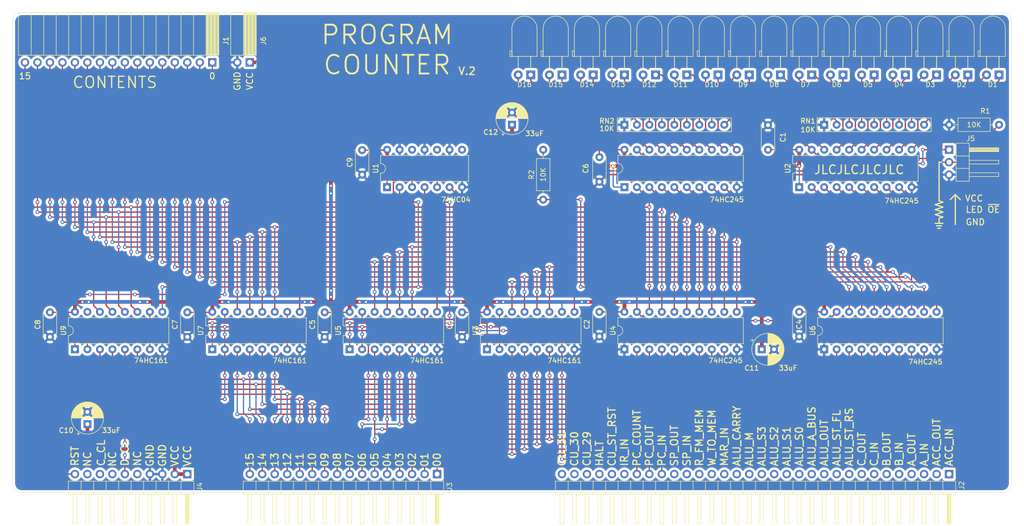
<source format=kicad_pcb>
(kicad_pcb (version 20171130) (host pcbnew "(5.1.5)-3")
  (layers (0 F.Cu signal) (31 B.Cu signal) (34 B.Paste user) (35 F.Paste user) (36 B.SilkS user) (37 F.SilkS user) (38 B.Mask user) (39 F.Mask user) (44 Edge.Cuts user))
  (net 0 "")
  (net 1 GND)
  (net 2 VCC)
  (net 3 "Net-(D1-Pad2)")
  (net 4 "Net-(D1-Pad1)")
  (net 5 "Net-(D2-Pad2)")
  (net 6 "Net-(D2-Pad1)")
  (net 7 "Net-(D3-Pad2)")
  (net 8 "Net-(D3-Pad1)")
  (net 9 "Net-(D4-Pad2)")
  (net 10 "Net-(D4-Pad1)")
  (net 11 "Net-(D5-Pad2)")
  (net 12 "Net-(D5-Pad1)")
  (net 13 "Net-(D6-Pad2)")
  (net 14 "Net-(D6-Pad1)")
  (net 15 "Net-(D7-Pad2)")
  (net 16 "Net-(D7-Pad1)")
  (net 17 "Net-(D8-Pad2)")
  (net 18 "Net-(D8-Pad1)")
  (net 19 "Net-(D9-Pad2)")
  (net 20 "Net-(D9-Pad1)")
  (net 21 "Net-(D10-Pad2)")
  (net 22 "Net-(D10-Pad1)")
  (net 23 "Net-(D11-Pad2)")
  (net 24 "Net-(D11-Pad1)")
  (net 25 "Net-(D12-Pad2)")
  (net 26 "Net-(D12-Pad1)")
  (net 27 "Net-(D13-Pad2)")
  (net 28 "Net-(D13-Pad1)")
  (net 29 "Net-(D14-Pad2)")
  (net 30 "Net-(D14-Pad1)")
  (net 31 "Net-(D15-Pad2)")
  (net 32 "Net-(D15-Pad1)")
  (net 33 "Net-(D16-Pad2)")
  (net 34 "Net-(D16-Pad1)")
  (net 35 /CTNT_15)
  (net 36 /CTNT_14)
  (net 37 /CTNT_13)
  (net 38 /CTNT_12)
  (net 39 /CTNT_11)
  (net 40 /CTNT_10)
  (net 41 /CTNT_09)
  (net 42 /CTNT_08)
  (net 43 /CTNT_07)
  (net 44 /CTNT_06)
  (net 45 /CTNT_05)
  (net 46 /CTNT_04)
  (net 47 /CTNT_03)
  (net 48 /CTNT_02)
  (net 49 /CTNT_01)
  (net 50 /CTNT_00)
  (net 51 "Net-(J2-Pad32)")
  (net 52 "Net-(J2-Pad31)")
  (net 53 "Net-(J2-Pad30)")
  (net 54 "Net-(J2-Pad29)")
  (net 55 "Net-(J2-Pad28)")
  (net 56 "Net-(J2-Pad27)")
  (net 57 /PC_COUNT)
  (net 58 /PC_OUT)
  (net 59 /PC_IN)
  (net 60 "Net-(J2-Pad23)")
  (net 61 "Net-(J2-Pad22)")
  (net 62 "Net-(J2-Pad21)")
  (net 63 "Net-(J2-Pad20)")
  (net 64 "Net-(J2-Pad19)")
  (net 65 "Net-(J2-Pad18)")
  (net 66 "Net-(J2-Pad17)")
  (net 67 "Net-(J2-Pad16)")
  (net 68 "Net-(J2-Pad15)")
  (net 69 "Net-(J2-Pad14)")
  (net 70 "Net-(J2-Pad13)")
  (net 71 "Net-(J2-Pad12)")
  (net 72 "Net-(J2-Pad11)")
  (net 73 "Net-(J2-Pad10)")
  (net 74 "Net-(J2-Pad9)")
  (net 75 "Net-(J2-Pad8)")
  (net 76 "Net-(J2-Pad7)")
  (net 77 "Net-(J2-Pad6)")
  (net 78 "Net-(J2-Pad5)")
  (net 79 "Net-(J2-Pad4)")
  (net 80 "Net-(J2-Pad3)")
  (net 81 "Net-(J2-Pad2)")
  (net 82 "Net-(J2-Pad1)")
  (net 83 /BUS_00)
  (net 84 /BUS_01)
  (net 85 /BUS_02)
  (net 86 /BUS_03)
  (net 87 /BUS_04)
  (net 88 /BUS_05)
  (net 89 /BUS_06)
  (net 90 /BUS_07)
  (net 91 /BUS_08)
  (net 92 /BUS_09)
  (net 93 /BUS_10)
  (net 94 /BUS_11)
  (net 95 /BUS_12)
  (net 96 /BUS_13)
  (net 97 /BUS_14)
  (net 98 /BUS_15)
  (net 99 "Net-(J4-Pad5)")
  (net 100 /DATA_CLK)
  (net 101 "Net-(J4-Pad7)")
  (net 102 "Net-(J4-Pad8)")
  (net 103 "Net-(J4-Pad9)")
  (net 104 /RESET)
  (net 105 /~PC_OUT)
  (net 106 "Net-(U1-Pad12)")
  (net 107 /~RESET)
  (net 108 "Net-(U1-Pad10)")
  (net 109 /~PC_IN)
  (net 110 "Net-(U1-Pad8)")
  (net 111 "Net-(U3-Pad15)")
  (net 112 "Net-(U5-Pad15)")
  (net 113 "Net-(U7-Pad15)")
  (net 114 "Net-(U9-Pad15)")
  (net 115 /LED_CONTROL)
  (module Resistor_THT:R_Axial_DIN0207_L6.3mm_D2.5mm_P10.16mm_Horizontal (layer F.Cu) (at 158.75 88.9 90)
    (fp_text reference R2 (at 5.08 -2.37 90) (layer F.SilkS))
    (fp_text value 10K (at 5.08 0 90) (layer F.SilkS))
    (pad 2 thru_hole oval (at 10.16 0 90) (size 1.6 1.6) (drill 0.8) (layers *.Cu *.Mask) (net 2 VCC))
    (pad 1 thru_hole circle (at 0 0 90) (size 1.6 1.6) (drill 0.8) (layers *.Cu *.Mask) (net 105 /~PC_OUT))
  )
  (module Connector_PinHeader_2.54mm:PinHeader_1x03_P2.54mm_Horizontal (layer F.Cu) (at 241.3 78.74)
    (fp_text reference J5 (at 4.385 -2.27) (layer F.SilkS))
    (fp_text value LED_CONTROL)
    (pad 3 thru_hole oval (at 0 5.08) (size 1.7 1.7) (drill 1) (layers *.Cu *.Mask) (net 1 GND))
    (pad 2 thru_hole oval (at 0 2.54) (size 1.7 1.7) (drill 1) (layers *.Cu *.Mask) (net 115 /LED_CONTROL))
    (pad 1 thru_hole rect (at 0 0) (size 1.7 1.7) (drill 1) (layers *.Cu *.Mask) (net 2 VCC))
  )
  (module Resistor_THT:R_Axial_DIN0207_L6.3mm_D2.5mm_P10.16mm_Horizontal (layer F.Cu) (at 251.46 73.66 180)
    (fp_text reference R1 (at 2.794 2.794) (layer F.SilkS))
    (fp_text value 10K (at 5.08 0) (layer F.SilkS))
    (pad 2 thru_hole oval (at 10.16 0 180) (size 1.6 1.6) (drill 0.8) (layers *.Cu *.Mask) (net 1 GND))
    (pad 1 thru_hole circle (at 0 0 180) (size 1.6 1.6) (drill 0.8) (layers *.Cu *.Mask) (net 115 /LED_CONTROL))
  )
  (module Connector_PinSocket_2.54mm:PinSocket_1x02_P2.54mm_Horizontal (layer F.Cu) (at 99.06 60.96 270)
    (fp_text reference J6 (at -4.38 -2.77 90) (layer F.SilkS))
    (fp_text value TOP_POWER)
    (pad 2 thru_hole oval (at 0 2.54 270) (size 1.7 1.7) (drill 1) (layers *.Cu *.Mask) (net 1 GND))
    (pad 1 thru_hole rect (at 0 0 270) (size 1.7 1.7) (drill 1) (layers *.Cu *.Mask) (net 2 VCC))
  )
  (module sixteen-bit-computer:aux-connection (layer F.Cu) (at 86.36 144.78 270)
    (fp_text reference J4 (at 2.54 -2.54 90) (layer F.SilkS))
    (fp_text value Aux_connection)
    (fp_text user VCC (at -3.683 0 90) (layer F.SilkS) (effects (font (size 1.5 1.5) (thickness 0.25))))
    (fp_text user VCC (at -3.683 2.54 90) (layer F.SilkS) (effects (font (size 1.5 1.5) (thickness 0.25))))
    (fp_text user GND (at -3.81 5.08 90) (layer F.SilkS) (effects (font (size 1.5 1.5) (thickness 0.25))))
    (fp_text user GND (at -3.81 7.62 90) (layer F.SilkS) (effects (font (size 1.5 1.5) (thickness 0.25))))
    (fp_text user NC (at -3.175 10.16 90) (layer F.SilkS) (effects (font (size 1.5 1.5) (thickness 0.25))))
    (fp_text user NC (at -3.048 15.24 90) (layer F.SilkS) (effects (font (size 1.5 1.5) (thickness 0.25))))
    (fp_text user NC (at -3.048 20.32 90) (layer F.SilkS) (effects (font (size 1.5 1.5) (thickness 0.25))))
    (fp_text user D_CL (at -4.318 12.7 90) (layer F.SilkS) (effects (font (size 1.5 1.5) (thickness 0.25))))
    (fp_text user C_CL (at -4.318 17.526 90) (layer F.SilkS) (effects (font (size 1.5 1.5) (thickness 0.25))))
    (fp_text user RST (at -3.683 22.86 90) (layer F.SilkS) (effects (font (size 1.5 1.5) (thickness 0.25))))
    (pad 1 thru_hole rect (at 0 0 270) (size 1.7 1.7) (drill 1) (layers *.Cu *.Mask) (net 2 VCC))
    (pad 2 thru_hole oval (at 0 2.54 270) (size 1.7 1.7) (drill 1) (layers *.Cu *.Mask) (net 2 VCC))
    (pad 3 thru_hole oval (at 0 5.08 270) (size 1.7 1.7) (drill 1) (layers *.Cu *.Mask) (net 1 GND))
    (pad 4 thru_hole oval (at 0 7.62 270) (size 1.7 1.7) (drill 1) (layers *.Cu *.Mask) (net 1 GND))
    (pad 5 thru_hole oval (at 0 10.16 270) (size 1.7 1.7) (drill 1) (layers *.Cu *.Mask) (net 99 "Net-(J4-Pad5)"))
    (pad 6 thru_hole oval (at 0 12.7 270) (size 1.7 1.7) (drill 1) (layers *.Cu *.Mask) (net 100 /DATA_CLK))
    (pad 7 thru_hole oval (at 0 15.24 270) (size 1.7 1.7) (drill 1) (layers *.Cu *.Mask) (net 101 "Net-(J4-Pad7)"))
    (pad 8 thru_hole oval (at 0 17.78 270) (size 1.7 1.7) (drill 1) (layers *.Cu *.Mask) (net 102 "Net-(J4-Pad8)"))
    (pad 9 thru_hole oval (at 0 20.32 270) (size 1.7 1.7) (drill 1) (layers *.Cu *.Mask) (net 103 "Net-(J4-Pad9)"))
    (pad 10 thru_hole oval (at 0 22.86 270) (size 1.7 1.7) (drill 1) (layers *.Cu *.Mask) (net 104 /RESET))
  )
  (module sixteen-bit-computer:bus-connection (layer F.Cu) (at 137.16 144.78 270)
    (fp_text reference J3 (at 2.54 -2.54 90) (layer F.SilkS))
    (fp_text value Bus_connection)
    (fp_text user 00 (at -2.921 0 270) (layer F.SilkS) (effects (font (size 1.5 1.5) (thickness 0.25))))
    (fp_text user 01 (at -2.921 2.54 270) (layer F.SilkS) (effects (font (size 1.5 1.5) (thickness 0.25))))
    (fp_text user 02 (at -2.921 5.08 270) (layer F.SilkS) (effects (font (size 1.5 1.5) (thickness 0.25))))
    (fp_text user 03 (at -2.921 7.62 90) (layer F.SilkS) (effects (font (size 1.5 1.5) (thickness 0.25))))
    (fp_text user 04 (at -2.921 10.16 90) (layer F.SilkS) (effects (font (size 1.5 1.5) (thickness 0.25))))
    (fp_text user 05 (at -2.921 12.7 90) (layer F.SilkS) (effects (font (size 1.5 1.5) (thickness 0.25))))
    (fp_text user 06 (at -2.921 15.24 90) (layer F.SilkS) (effects (font (size 1.5 1.5) (thickness 0.25))))
    (fp_text user 07 (at -2.921 17.78 90) (layer F.SilkS) (effects (font (size 1.5 1.5) (thickness 0.25))))
    (fp_text user 08 (at -2.921 20.32 90) (layer F.SilkS) (effects (font (size 1.5 1.5) (thickness 0.25))))
    (fp_text user 09 (at -2.921 22.86 90) (layer F.SilkS) (effects (font (size 1.5 1.5) (thickness 0.25))))
    (fp_text user 10 (at -2.921 25.4 90) (layer F.SilkS) (effects (font (size 1.5 1.5) (thickness 0.25))))
    (fp_text user 11 (at -2.921 27.94 90) (layer F.SilkS) (effects (font (size 1.5 1.5) (thickness 0.25))))
    (fp_text user 12 (at -2.921 30.48 90) (layer F.SilkS) (effects (font (size 1.5 1.5) (thickness 0.25))))
    (fp_text user 13 (at -2.921 33.02 90) (layer F.SilkS) (effects (font (size 1.5 1.5) (thickness 0.25))))
    (fp_text user 14 (at -2.921 35.56 90) (layer F.SilkS) (effects (font (size 1.5 1.5) (thickness 0.25))))
    (fp_text user 15 (at -2.921 38.1 90) (layer F.SilkS) (effects (font (size 1.5 1.5) (thickness 0.25))))
    (pad 1 thru_hole rect (at 0 0 270) (size 1.7 1.7) (drill 1) (layers *.Cu *.Mask) (net 83 /BUS_00))
    (pad 2 thru_hole oval (at 0 2.54 270) (size 1.7 1.7) (drill 1) (layers *.Cu *.Mask) (net 84 /BUS_01))
    (pad 3 thru_hole oval (at 0 5.08 270) (size 1.7 1.7) (drill 1) (layers *.Cu *.Mask) (net 85 /BUS_02))
    (pad 4 thru_hole oval (at 0 7.62 270) (size 1.7 1.7) (drill 1) (layers *.Cu *.Mask) (net 86 /BUS_03))
    (pad 5 thru_hole oval (at 0 10.16 270) (size 1.7 1.7) (drill 1) (layers *.Cu *.Mask) (net 87 /BUS_04))
    (pad 6 thru_hole oval (at 0 12.7 270) (size 1.7 1.7) (drill 1) (layers *.Cu *.Mask) (net 88 /BUS_05))
    (pad 7 thru_hole oval (at 0 15.24 270) (size 1.7 1.7) (drill 1) (layers *.Cu *.Mask) (net 89 /BUS_06))
    (pad 8 thru_hole oval (at 0 17.78 270) (size 1.7 1.7) (drill 1) (layers *.Cu *.Mask) (net 90 /BUS_07))
    (pad 9 thru_hole oval (at 0 20.32 270) (size 1.7 1.7) (drill 1) (layers *.Cu *.Mask) (net 91 /BUS_08))
    (pad 10 thru_hole oval (at 0 22.86 270) (size 1.7 1.7) (drill 1) (layers *.Cu *.Mask) (net 92 /BUS_09))
    (pad 11 thru_hole oval (at 0 25.4 270) (size 1.7 1.7) (drill 1) (layers *.Cu *.Mask) (net 93 /BUS_10))
    (pad 12 thru_hole oval (at 0 27.94 270) (size 1.7 1.7) (drill 1) (layers *.Cu *.Mask) (net 94 /BUS_11))
    (pad 13 thru_hole oval (at 0 30.48 270) (size 1.7 1.7) (drill 1) (layers *.Cu *.Mask) (net 95 /BUS_12))
    (pad 14 thru_hole oval (at 0 33.02 270) (size 1.7 1.7) (drill 1) (layers *.Cu *.Mask) (net 96 /BUS_13))
    (pad 15 thru_hole oval (at 0 35.56 270) (size 1.7 1.7) (drill 1) (layers *.Cu *.Mask) (net 97 /BUS_14))
    (pad 16 thru_hole oval (at 0 38.1 270) (size 1.7 1.7) (drill 1) (layers *.Cu *.Mask) (net 98 /BUS_15))
  )
  (module sixteen-bit-computer:backplane-connector-single-row-annotated (layer F.Cu) (at 241.3 144.78 270)
    (fp_text reference J2 (at 2.286 -2.54 90) (layer F.SilkS))
    (fp_text value Control_signal_backplane)
    (fp_text user CU_31 (at -5.155715 78.74 90) (layer F.SilkS) (effects (font (size 1.5 1.5) (thickness 0.25))))
    (fp_text user CU_30 (at -5.155715 76.2 90) (layer F.SilkS) (effects (font (size 1.5 1.5) (thickness 0.25))))
    (fp_text user CU_29 (at -5.155715 73.66 90) (layer F.SilkS) (effects (font (size 1.5 1.5) (thickness 0.25))))
    (fp_text user HALT (at -4.227143 71.12 90) (layer F.SilkS) (effects (font (size 1.5 1.5) (thickness 0.25))))
    (fp_text user CU_ST_RST (at -7.62 68.58 90) (layer F.SilkS) (effects (font (size 1.5 1.5) (thickness 0.25))))
    (fp_text user IR_IN (at -4.441429 66.04 90) (layer F.SilkS) (effects (font (size 1.5 1.5) (thickness 0.25))))
    (fp_text user PC_COUNT (at -7.37 63.5 90) (layer F.SilkS) (effects (font (size 1.5 1.5) (thickness 0.25))))
    (fp_text user PC_OUT (at -5.834286 60.96 90) (layer F.SilkS) (effects (font (size 1.5 1.5) (thickness 0.25))))
    (fp_text user PC_IN (at -4.834286 58.42 90) (layer F.SilkS) (effects (font (size 1.5 1.5) (thickness 0.25))))
    (fp_text user SP_OUT (at -5.798572 55.88 90) (layer F.SilkS) (effects (font (size 1.5 1.5) (thickness 0.25))))
    (fp_text user SP_IN (at -4.798572 53.34 90) (layer F.SilkS) (effects (font (size 1.5 1.5) (thickness 0.25))))
    (fp_text user R_FM_MEM (at -7.405715 50.8 90) (layer F.SilkS) (effects (font (size 1.5 1.5) (thickness 0.25))))
    (fp_text user W_TO_MEM (at -7.37 48.26 90) (layer F.SilkS) (effects (font (size 1.5 1.5) (thickness 0.25))))
    (fp_text user MAR_IN (at -5.584286 45.72 90) (layer F.SilkS) (effects (font (size 1.5 1.5) (thickness 0.25))))
    (fp_text user ALU_CARRY (at -7.762857 43.18 90) (layer F.SilkS) (effects (font (size 1.5 1.5) (thickness 0.25))))
    (fp_text user ALU_M (at -5.084286 40.64 90) (layer F.SilkS) (effects (font (size 1.5 1.5) (thickness 0.25))))
    (fp_text user ALU_S3 (at -5.655715 38.1 90) (layer F.SilkS) (effects (font (size 1.5 1.5) (thickness 0.25))))
    (fp_text user ALU_S2 (at -5.655715 35.56 90) (layer F.SilkS) (effects (font (size 1.5 1.5) (thickness 0.25))))
    (fp_text user ALU_S1 (at -5.655715 33.02 90) (layer F.SilkS) (effects (font (size 1.5 1.5) (thickness 0.25))))
    (fp_text user ALU_S0 (at -5.655715 30.48 90) (layer F.SilkS) (effects (font (size 1.5 1.5) (thickness 0.25))))
    (fp_text user ALU_A_BUS (at -7.691429 27.94 90) (layer F.SilkS) (effects (font (size 1.5 1.5) (thickness 0.25))))
    (fp_text user ALU_OUT (at -6.37 25.4 90) (layer F.SilkS) (effects (font (size 1.5 1.5) (thickness 0.25))))
    (fp_text user ALU_ST_FL (at -7.334286 22.86 90) (layer F.SilkS) (effects (font (size 1.5 1.5) (thickness 0.25))))
    (fp_text user ALU_ST_RS (at -7.548572 20.32 90) (layer F.SilkS) (effects (font (size 1.5 1.5) (thickness 0.25))))
    (fp_text user C_OUT (at -5.084286 17.78 90) (layer F.SilkS) (effects (font (size 1.5 1.5) (thickness 0.25))))
    (fp_text user C_IN (at -4.084286 15.24 90) (layer F.SilkS) (effects (font (size 1.5 1.5) (thickness 0.25))))
    (fp_text user B_OUT (at -5.084286 12.7 90) (layer F.SilkS) (effects (font (size 1.5 1.5) (thickness 0.25))))
    (fp_text user B_IN (at -4.084286 10.16 90) (layer F.SilkS) (effects (font (size 1.5 1.5) (thickness 0.25))))
    (fp_text user A_OUT (at -4.977143 7.62 90) (layer F.SilkS) (effects (font (size 1.5 1.5) (thickness 0.25))))
    (fp_text user A_IN (at -3.977143 5.08 90) (layer F.SilkS) (effects (font (size 1.5 1.5) (thickness 0.25))))
    (fp_text user ACC_OUT (at -6.477143 2.54 90) (layer F.SilkS) (effects (font (size 1.5 1.5) (thickness 0.25))))
    (fp_text user ACC_IN (at -5.477143 0 90) (layer F.SilkS) (effects (font (size 1.5 1.5) (thickness 0.25))))
    (pad 32 thru_hole oval (at 0 78.74 270) (size 1.7 1.7) (drill 1) (layers *.Cu *.Mask) (net 51 "Net-(J2-Pad32)"))
    (pad 31 thru_hole oval (at 0 76.2 270) (size 1.7 1.7) (drill 1) (layers *.Cu *.Mask) (net 52 "Net-(J2-Pad31)"))
    (pad 30 thru_hole oval (at 0 73.66 270) (size 1.7 1.7) (drill 1) (layers *.Cu *.Mask) (net 53 "Net-(J2-Pad30)"))
    (pad 29 thru_hole oval (at 0 71.12 270) (size 1.7 1.7) (drill 1) (layers *.Cu *.Mask) (net 54 "Net-(J2-Pad29)"))
    (pad 28 thru_hole oval (at 0 68.58 270) (size 1.7 1.7) (drill 1) (layers *.Cu *.Mask) (net 55 "Net-(J2-Pad28)"))
    (pad 27 thru_hole oval (at 0 66.04 270) (size 1.7 1.7) (drill 1) (layers *.Cu *.Mask) (net 56 "Net-(J2-Pad27)"))
    (pad 26 thru_hole oval (at 0 63.5 270) (size 1.7 1.7) (drill 1) (layers *.Cu *.Mask) (net 57 /PC_COUNT))
    (pad 25 thru_hole oval (at 0 60.96 270) (size 1.7 1.7) (drill 1) (layers *.Cu *.Mask) (net 58 /PC_OUT))
    (pad 24 thru_hole oval (at 0 58.42 270) (size 1.7 1.7) (drill 1) (layers *.Cu *.Mask) (net 59 /PC_IN))
    (pad 23 thru_hole oval (at 0 55.88 270) (size 1.7 1.7) (drill 1) (layers *.Cu *.Mask) (net 60 "Net-(J2-Pad23)"))
    (pad 22 thru_hole oval (at 0 53.34 270) (size 1.7 1.7) (drill 1) (layers *.Cu *.Mask) (net 61 "Net-(J2-Pad22)"))
    (pad 21 thru_hole oval (at 0 50.8 270) (size 1.7 1.7) (drill 1) (layers *.Cu *.Mask) (net 62 "Net-(J2-Pad21)"))
    (pad 20 thru_hole oval (at 0 48.26 270) (size 1.7 1.7) (drill 1) (layers *.Cu *.Mask) (net 63 "Net-(J2-Pad20)"))
    (pad 19 thru_hole oval (at 0 45.72 270) (size 1.7 1.7) (drill 1) (layers *.Cu *.Mask) (net 64 "Net-(J2-Pad19)"))
    (pad 18 thru_hole oval (at 0 43.18 270) (size 1.7 1.7) (drill 1) (layers *.Cu *.Mask) (net 65 "Net-(J2-Pad18)"))
    (pad 17 thru_hole oval (at 0 40.64 270) (size 1.7 1.7) (drill 1) (layers *.Cu *.Mask) (net 66 "Net-(J2-Pad17)"))
    (pad 16 thru_hole oval (at 0 38.1 270) (size 1.7 1.7) (drill 1) (layers *.Cu *.Mask) (net 67 "Net-(J2-Pad16)"))
    (pad 15 thru_hole oval (at 0 35.56 270) (size 1.7 1.7) (drill 1) (layers *.Cu *.Mask) (net 68 "Net-(J2-Pad15)"))
    (pad 14 thru_hole oval (at 0 33.02 270) (size 1.7 1.7) (drill 1) (layers *.Cu *.Mask) (net 69 "Net-(J2-Pad14)"))
    (pad 13 thru_hole oval (at 0 30.48 270) (size 1.7 1.7) (drill 1) (layers *.Cu *.Mask) (net 70 "Net-(J2-Pad13)"))
    (pad 12 thru_hole oval (at 0 27.94 270) (size 1.7 1.7) (drill 1) (layers *.Cu *.Mask) (net 71 "Net-(J2-Pad12)"))
    (pad 11 thru_hole oval (at 0 25.4 270) (size 1.7 1.7) (drill 1) (layers *.Cu *.Mask) (net 72 "Net-(J2-Pad11)"))
    (pad 10 thru_hole oval (at 0 22.86 270) (size 1.7 1.7) (drill 1) (layers *.Cu *.Mask) (net 73 "Net-(J2-Pad10)"))
    (pad 9 thru_hole oval (at 0 20.32 270) (size 1.7 1.7) (drill 1) (layers *.Cu *.Mask) (net 74 "Net-(J2-Pad9)"))
    (pad 8 thru_hole oval (at 0 17.78 270) (size 1.7 1.7) (drill 1) (layers *.Cu *.Mask) (net 75 "Net-(J2-Pad8)"))
    (pad 7 thru_hole oval (at 0 15.24 270) (size 1.7 1.7) (drill 1) (layers *.Cu *.Mask) (net 76 "Net-(J2-Pad7)"))
    (pad 6 thru_hole oval (at 0 12.7 270) (size 1.7 1.7) (drill 1) (layers *.Cu *.Mask) (net 77 "Net-(J2-Pad6)"))
    (pad 5 thru_hole oval (at 0 10.16 270) (size 1.7 1.7) (drill 1) (layers *.Cu *.Mask) (net 78 "Net-(J2-Pad5)"))
    (pad 4 thru_hole oval (at 0 7.62 270) (size 1.7 1.7) (drill 1) (layers *.Cu *.Mask) (net 79 "Net-(J2-Pad4)"))
    (pad 3 thru_hole oval (at 0 5.08 270) (size 1.7 1.7) (drill 1) (layers *.Cu *.Mask) (net 80 "Net-(J2-Pad3)"))
    (pad 2 thru_hole oval (at 0 2.54 270) (size 1.7 1.7) (drill 1) (layers *.Cu *.Mask) (net 81 "Net-(J2-Pad2)"))
    (pad 1 thru_hole rect (at 0 0 270) (size 1.7 1.7) (drill 1) (layers *.Cu *.Mask) (net 82 "Net-(J2-Pad1)"))
  )
  (module sixteen-bit-computer:LED_D5.0mm_Horizontal_O3.81mm_Z3.0mm (layer F.Cu) (at 156.21 63.5 180)
    (fp_text reference D16 (at 1.27 -1.96) (layer F.SilkS))
    (fp_text value LED)
    (pad 2 thru_hole circle (at 2.54 0 180) (size 1.8 1.8) (drill 0.9) (layers *.Cu *.Mask) (net 33 "Net-(D16-Pad2)"))
    (pad 1 thru_hole rect (at 0 0 180) (size 1.8 1.8) (drill 0.9) (layers *.Cu *.Mask) (net 34 "Net-(D16-Pad1)"))
  )
  (module sixteen-bit-computer:LED_D5.0mm_Horizontal_O3.81mm_Z3.0mm (layer F.Cu) (at 162.56 63.5 180)
    (fp_text reference D15 (at 1.27 -1.96) (layer F.SilkS))
    (fp_text value LED)
    (pad 2 thru_hole circle (at 2.54 0 180) (size 1.8 1.8) (drill 0.9) (layers *.Cu *.Mask) (net 31 "Net-(D15-Pad2)"))
    (pad 1 thru_hole rect (at 0 0 180) (size 1.8 1.8) (drill 0.9) (layers *.Cu *.Mask) (net 32 "Net-(D15-Pad1)"))
  )
  (module sixteen-bit-computer:LED_D5.0mm_Horizontal_O3.81mm_Z3.0mm (layer F.Cu) (at 168.91 63.5 180)
    (fp_text reference D14 (at 1.27 -1.96) (layer F.SilkS))
    (fp_text value LED)
    (pad 2 thru_hole circle (at 2.54 0 180) (size 1.8 1.8) (drill 0.9) (layers *.Cu *.Mask) (net 29 "Net-(D14-Pad2)"))
    (pad 1 thru_hole rect (at 0 0 180) (size 1.8 1.8) (drill 0.9) (layers *.Cu *.Mask) (net 30 "Net-(D14-Pad1)"))
  )
  (module sixteen-bit-computer:LED_D5.0mm_Horizontal_O3.81mm_Z3.0mm (layer F.Cu) (at 175.26 63.5 180)
    (fp_text reference D13 (at 1.27 -1.96) (layer F.SilkS))
    (fp_text value LED)
    (pad 2 thru_hole circle (at 2.54 0 180) (size 1.8 1.8) (drill 0.9) (layers *.Cu *.Mask) (net 27 "Net-(D13-Pad2)"))
    (pad 1 thru_hole rect (at 0 0 180) (size 1.8 1.8) (drill 0.9) (layers *.Cu *.Mask) (net 28 "Net-(D13-Pad1)"))
  )
  (module sixteen-bit-computer:LED_D5.0mm_Horizontal_O3.81mm_Z3.0mm (layer F.Cu) (at 181.61 63.5 180)
    (fp_text reference D12 (at 1.27 -1.96) (layer F.SilkS))
    (fp_text value LED)
    (pad 2 thru_hole circle (at 2.54 0 180) (size 1.8 1.8) (drill 0.9) (layers *.Cu *.Mask) (net 25 "Net-(D12-Pad2)"))
    (pad 1 thru_hole rect (at 0 0 180) (size 1.8 1.8) (drill 0.9) (layers *.Cu *.Mask) (net 26 "Net-(D12-Pad1)"))
  )
  (module sixteen-bit-computer:LED_D5.0mm_Horizontal_O3.81mm_Z3.0mm (layer F.Cu) (at 187.96 63.5 180)
    (fp_text reference D11 (at 1.27 -1.96) (layer F.SilkS))
    (fp_text value LED)
    (pad 2 thru_hole circle (at 2.54 0 180) (size 1.8 1.8) (drill 0.9) (layers *.Cu *.Mask) (net 23 "Net-(D11-Pad2)"))
    (pad 1 thru_hole rect (at 0 0 180) (size 1.8 1.8) (drill 0.9) (layers *.Cu *.Mask) (net 24 "Net-(D11-Pad1)"))
  )
  (module sixteen-bit-computer:LED_D5.0mm_Horizontal_O3.81mm_Z3.0mm (layer F.Cu) (at 194.31 63.5 180)
    (fp_text reference D10 (at 1.27 -1.96) (layer F.SilkS))
    (fp_text value LED)
    (pad 2 thru_hole circle (at 2.54 0 180) (size 1.8 1.8) (drill 0.9) (layers *.Cu *.Mask) (net 21 "Net-(D10-Pad2)"))
    (pad 1 thru_hole rect (at 0 0 180) (size 1.8 1.8) (drill 0.9) (layers *.Cu *.Mask) (net 22 "Net-(D10-Pad1)"))
  )
  (module sixteen-bit-computer:LED_D5.0mm_Horizontal_O3.81mm_Z3.0mm (layer F.Cu) (at 200.66 63.5 180)
    (fp_text reference D9 (at 1.27 -1.96) (layer F.SilkS))
    (fp_text value LED)
    (pad 2 thru_hole circle (at 2.54 0 180) (size 1.8 1.8) (drill 0.9) (layers *.Cu *.Mask) (net 19 "Net-(D9-Pad2)"))
    (pad 1 thru_hole rect (at 0 0 180) (size 1.8 1.8) (drill 0.9) (layers *.Cu *.Mask) (net 20 "Net-(D9-Pad1)"))
  )
  (module sixteen-bit-computer:LED_D5.0mm_Horizontal_O3.81mm_Z3.0mm (layer F.Cu) (at 207.01 63.5 180)
    (fp_text reference D8 (at 1.27 -1.96) (layer F.SilkS))
    (fp_text value LED)
    (pad 2 thru_hole circle (at 2.54 0 180) (size 1.8 1.8) (drill 0.9) (layers *.Cu *.Mask) (net 17 "Net-(D8-Pad2)"))
    (pad 1 thru_hole rect (at 0 0 180) (size 1.8 1.8) (drill 0.9) (layers *.Cu *.Mask) (net 18 "Net-(D8-Pad1)"))
  )
  (module sixteen-bit-computer:LED_D5.0mm_Horizontal_O3.81mm_Z3.0mm (layer F.Cu) (at 213.36 63.5 180)
    (fp_text reference D7 (at 1.27 -1.96) (layer F.SilkS))
    (fp_text value LED)
    (pad 2 thru_hole circle (at 2.54 0 180) (size 1.8 1.8) (drill 0.9) (layers *.Cu *.Mask) (net 15 "Net-(D7-Pad2)"))
    (pad 1 thru_hole rect (at 0 0 180) (size 1.8 1.8) (drill 0.9) (layers *.Cu *.Mask) (net 16 "Net-(D7-Pad1)"))
  )
  (module sixteen-bit-computer:LED_D5.0mm_Horizontal_O3.81mm_Z3.0mm (layer F.Cu) (at 219.71 63.5 180)
    (fp_text reference D6 (at 1.27 -1.96) (layer F.SilkS))
    (fp_text value LED)
    (pad 2 thru_hole circle (at 2.54 0 180) (size 1.8 1.8) (drill 0.9) (layers *.Cu *.Mask) (net 13 "Net-(D6-Pad2)"))
    (pad 1 thru_hole rect (at 0 0 180) (size 1.8 1.8) (drill 0.9) (layers *.Cu *.Mask) (net 14 "Net-(D6-Pad1)"))
  )
  (module sixteen-bit-computer:LED_D5.0mm_Horizontal_O3.81mm_Z3.0mm (layer F.Cu) (at 226.06 63.5 180)
    (fp_text reference D5 (at 1.27 -1.96) (layer F.SilkS))
    (fp_text value LED)
    (pad 2 thru_hole circle (at 2.54 0 180) (size 1.8 1.8) (drill 0.9) (layers *.Cu *.Mask) (net 11 "Net-(D5-Pad2)"))
    (pad 1 thru_hole rect (at 0 0 180) (size 1.8 1.8) (drill 0.9) (layers *.Cu *.Mask) (net 12 "Net-(D5-Pad1)"))
  )
  (module sixteen-bit-computer:LED_D5.0mm_Horizontal_O3.81mm_Z3.0mm (layer F.Cu) (at 232.41 63.5 180)
    (fp_text reference D4 (at 1.27 -1.96) (layer F.SilkS))
    (fp_text value LED)
    (pad 2 thru_hole circle (at 2.54 0 180) (size 1.8 1.8) (drill 0.9) (layers *.Cu *.Mask) (net 9 "Net-(D4-Pad2)"))
    (pad 1 thru_hole rect (at 0 0 180) (size 1.8 1.8) (drill 0.9) (layers *.Cu *.Mask) (net 10 "Net-(D4-Pad1)"))
  )
  (module sixteen-bit-computer:LED_D5.0mm_Horizontal_O3.81mm_Z3.0mm (layer F.Cu) (at 238.76 63.5 180)
    (fp_text reference D3 (at 1.27 -1.96) (layer F.SilkS))
    (fp_text value LED)
    (pad 2 thru_hole circle (at 2.54 0 180) (size 1.8 1.8) (drill 0.9) (layers *.Cu *.Mask) (net 7 "Net-(D3-Pad2)"))
    (pad 1 thru_hole rect (at 0 0 180) (size 1.8 1.8) (drill 0.9) (layers *.Cu *.Mask) (net 8 "Net-(D3-Pad1)"))
  )
  (module sixteen-bit-computer:LED_D5.0mm_Horizontal_O3.81mm_Z3.0mm (layer F.Cu) (at 245.11 63.5 180)
    (fp_text reference D2 (at 1.27 -1.96) (layer F.SilkS))
    (fp_text value LED)
    (pad 2 thru_hole circle (at 2.54 0 180) (size 1.8 1.8) (drill 0.9) (layers *.Cu *.Mask) (net 5 "Net-(D2-Pad2)"))
    (pad 1 thru_hole rect (at 0 0 180) (size 1.8 1.8) (drill 0.9) (layers *.Cu *.Mask) (net 6 "Net-(D2-Pad1)"))
  )
  (module sixteen-bit-computer:LED_D5.0mm_Horizontal_O3.81mm_Z3.0mm (layer F.Cu) (at 251.46 63.5 180)
    (fp_text reference D1 (at 1.27 -1.96) (layer F.SilkS))
    (fp_text value LED)
    (pad 2 thru_hole circle (at 2.54 0 180) (size 1.8 1.8) (drill 0.9) (layers *.Cu *.Mask) (net 3 "Net-(D1-Pad2)"))
    (pad 1 thru_hole rect (at 0 0 180) (size 1.8 1.8) (drill 0.9) (layers *.Cu *.Mask) (net 4 "Net-(D1-Pad1)"))
  )
  (module Package_DIP:DIP-16_W7.62mm (layer F.Cu) (at 63.5 119.38 90)
    (fp_text reference U9 (at 3.81 -2.33 90) (layer F.SilkS) (effects (font (size 1.016 1.016) (thickness 0.1778))))
    (fp_text value 74HC161 (at -2.286 15.494 180) (layer F.SilkS) (effects (font (size 1.016 1.016) (thickness 0.1778))))
    (pad 16 thru_hole oval (at 7.62 0 90) (size 1.6 1.6) (drill 0.8) (layers *.Cu *.Mask) (net 2 VCC))
    (pad 8 thru_hole oval (at 0 17.78 90) (size 1.6 1.6) (drill 0.8) (layers *.Cu *.Mask) (net 1 GND))
    (pad 15 thru_hole oval (at 7.62 2.54 90) (size 1.6 1.6) (drill 0.8) (layers *.Cu *.Mask) (net 114 "Net-(U9-Pad15)"))
    (pad 7 thru_hole oval (at 0 15.24 90) (size 1.6 1.6) (drill 0.8) (layers *.Cu *.Mask) (net 57 /PC_COUNT))
    (pad 14 thru_hole oval (at 7.62 5.08 90) (size 1.6 1.6) (drill 0.8) (layers *.Cu *.Mask) (net 38 /CTNT_12))
    (pad 6 thru_hole oval (at 0 12.7 90) (size 1.6 1.6) (drill 0.8) (layers *.Cu *.Mask) (net 98 /BUS_15))
    (pad 13 thru_hole oval (at 7.62 7.62 90) (size 1.6 1.6) (drill 0.8) (layers *.Cu *.Mask) (net 37 /CTNT_13))
    (pad 5 thru_hole oval (at 0 10.16 90) (size 1.6 1.6) (drill 0.8) (layers *.Cu *.Mask) (net 97 /BUS_14))
    (pad 12 thru_hole oval (at 7.62 10.16 90) (size 1.6 1.6) (drill 0.8) (layers *.Cu *.Mask) (net 36 /CTNT_14))
    (pad 4 thru_hole oval (at 0 7.62 90) (size 1.6 1.6) (drill 0.8) (layers *.Cu *.Mask) (net 96 /BUS_13))
    (pad 11 thru_hole oval (at 7.62 12.7 90) (size 1.6 1.6) (drill 0.8) (layers *.Cu *.Mask) (net 35 /CTNT_15))
    (pad 3 thru_hole oval (at 0 5.08 90) (size 1.6 1.6) (drill 0.8) (layers *.Cu *.Mask) (net 95 /BUS_12))
    (pad 10 thru_hole oval (at 7.62 15.24 90) (size 1.6 1.6) (drill 0.8) (layers *.Cu *.Mask) (net 113 "Net-(U7-Pad15)"))
    (pad 2 thru_hole oval (at 0 2.54 90) (size 1.6 1.6) (drill 0.8) (layers *.Cu *.Mask) (net 100 /DATA_CLK))
    (pad 9 thru_hole oval (at 7.62 17.78 90) (size 1.6 1.6) (drill 0.8) (layers *.Cu *.Mask) (net 109 /~PC_IN))
    (pad 1 thru_hole rect (at 0 0 90) (size 1.6 1.6) (drill 0.8) (layers *.Cu *.Mask) (net 107 /~RESET))
  )
  (module Package_DIP:DIP-20_W7.62mm (layer F.Cu) (at 175.26 86.36 90)
    (fp_text reference U8 (at 3.81 -2.33 90) (layer F.SilkS) (effects (font (size 1.016 1.016) (thickness 0.1778))))
    (fp_text value 74HC245 (at -2.54 20.828 180) (layer F.SilkS) (effects (font (size 1.016 1.016) (thickness 0.1778))))
    (pad 20 thru_hole oval (at 7.62 0 90) (size 1.6 1.6) (drill 0.8) (layers *.Cu *.Mask) (net 2 VCC))
    (pad 10 thru_hole oval (at 0 22.86 90) (size 1.6 1.6) (drill 0.8) (layers *.Cu *.Mask) (net 1 GND))
    (pad 19 thru_hole oval (at 7.62 2.54 90) (size 1.6 1.6) (drill 0.8) (layers *.Cu *.Mask) (net 115 /LED_CONTROL))
    (pad 9 thru_hole oval (at 0 20.32 90) (size 1.6 1.6) (drill 0.8) (layers *.Cu *.Mask) (net 42 /CTNT_08))
    (pad 18 thru_hole oval (at 7.62 5.08 90) (size 1.6 1.6) (drill 0.8) (layers *.Cu *.Mask) (net 33 "Net-(D16-Pad2)"))
    (pad 8 thru_hole oval (at 0 17.78 90) (size 1.6 1.6) (drill 0.8) (layers *.Cu *.Mask) (net 41 /CTNT_09))
    (pad 17 thru_hole oval (at 7.62 7.62 90) (size 1.6 1.6) (drill 0.8) (layers *.Cu *.Mask) (net 31 "Net-(D15-Pad2)"))
    (pad 7 thru_hole oval (at 0 15.24 90) (size 1.6 1.6) (drill 0.8) (layers *.Cu *.Mask) (net 40 /CTNT_10))
    (pad 16 thru_hole oval (at 7.62 10.16 90) (size 1.6 1.6) (drill 0.8) (layers *.Cu *.Mask) (net 29 "Net-(D14-Pad2)"))
    (pad 6 thru_hole oval (at 0 12.7 90) (size 1.6 1.6) (drill 0.8) (layers *.Cu *.Mask) (net 39 /CTNT_11))
    (pad 15 thru_hole oval (at 7.62 12.7 90) (size 1.6 1.6) (drill 0.8) (layers *.Cu *.Mask) (net 27 "Net-(D13-Pad2)"))
    (pad 5 thru_hole oval (at 0 10.16 90) (size 1.6 1.6) (drill 0.8) (layers *.Cu *.Mask) (net 38 /CTNT_12))
    (pad 14 thru_hole oval (at 7.62 15.24 90) (size 1.6 1.6) (drill 0.8) (layers *.Cu *.Mask) (net 25 "Net-(D12-Pad2)"))
    (pad 4 thru_hole oval (at 0 7.62 90) (size 1.6 1.6) (drill 0.8) (layers *.Cu *.Mask) (net 37 /CTNT_13))
    (pad 13 thru_hole oval (at 7.62 17.78 90) (size 1.6 1.6) (drill 0.8) (layers *.Cu *.Mask) (net 23 "Net-(D11-Pad2)"))
    (pad 3 thru_hole oval (at 0 5.08 90) (size 1.6 1.6) (drill 0.8) (layers *.Cu *.Mask) (net 36 /CTNT_14))
    (pad 12 thru_hole oval (at 7.62 20.32 90) (size 1.6 1.6) (drill 0.8) (layers *.Cu *.Mask) (net 21 "Net-(D10-Pad2)"))
    (pad 2 thru_hole oval (at 0 2.54 90) (size 1.6 1.6) (drill 0.8) (layers *.Cu *.Mask) (net 35 /CTNT_15))
    (pad 11 thru_hole oval (at 7.62 22.86 90) (size 1.6 1.6) (drill 0.8) (layers *.Cu *.Mask) (net 19 "Net-(D9-Pad2)"))
    (pad 1 thru_hole rect (at 0 0 90) (size 1.6 1.6) (drill 0.8) (layers *.Cu *.Mask) (net 2 VCC))
  )
  (module Package_DIP:DIP-16_W7.62mm (layer F.Cu) (at 91.44 119.38 90)
    (fp_text reference U7 (at 3.81 -2.33 90) (layer F.SilkS) (effects (font (size 1.016 1.016) (thickness 0.1778))))
    (fp_text value 74HC161 (at -2.286 15.748 180) (layer F.SilkS) (effects (font (size 1.016 1.016) (thickness 0.1778))))
    (pad 16 thru_hole oval (at 7.62 0 90) (size 1.6 1.6) (drill 0.8) (layers *.Cu *.Mask) (net 2 VCC))
    (pad 8 thru_hole oval (at 0 17.78 90) (size 1.6 1.6) (drill 0.8) (layers *.Cu *.Mask) (net 1 GND))
    (pad 15 thru_hole oval (at 7.62 2.54 90) (size 1.6 1.6) (drill 0.8) (layers *.Cu *.Mask) (net 113 "Net-(U7-Pad15)"))
    (pad 7 thru_hole oval (at 0 15.24 90) (size 1.6 1.6) (drill 0.8) (layers *.Cu *.Mask) (net 57 /PC_COUNT))
    (pad 14 thru_hole oval (at 7.62 5.08 90) (size 1.6 1.6) (drill 0.8) (layers *.Cu *.Mask) (net 42 /CTNT_08))
    (pad 6 thru_hole oval (at 0 12.7 90) (size 1.6 1.6) (drill 0.8) (layers *.Cu *.Mask) (net 94 /BUS_11))
    (pad 13 thru_hole oval (at 7.62 7.62 90) (size 1.6 1.6) (drill 0.8) (layers *.Cu *.Mask) (net 41 /CTNT_09))
    (pad 5 thru_hole oval (at 0 10.16 90) (size 1.6 1.6) (drill 0.8) (layers *.Cu *.Mask) (net 93 /BUS_10))
    (pad 12 thru_hole oval (at 7.62 10.16 90) (size 1.6 1.6) (drill 0.8) (layers *.Cu *.Mask) (net 40 /CTNT_10))
    (pad 4 thru_hole oval (at 0 7.62 90) (size 1.6 1.6) (drill 0.8) (layers *.Cu *.Mask) (net 92 /BUS_09))
    (pad 11 thru_hole oval (at 7.62 12.7 90) (size 1.6 1.6) (drill 0.8) (layers *.Cu *.Mask) (net 39 /CTNT_11))
    (pad 3 thru_hole oval (at 0 5.08 90) (size 1.6 1.6) (drill 0.8) (layers *.Cu *.Mask) (net 91 /BUS_08))
    (pad 10 thru_hole oval (at 7.62 15.24 90) (size 1.6 1.6) (drill 0.8) (layers *.Cu *.Mask) (net 112 "Net-(U5-Pad15)"))
    (pad 2 thru_hole oval (at 0 2.54 90) (size 1.6 1.6) (drill 0.8) (layers *.Cu *.Mask) (net 100 /DATA_CLK))
    (pad 9 thru_hole oval (at 7.62 17.78 90) (size 1.6 1.6) (drill 0.8) (layers *.Cu *.Mask) (net 109 /~PC_IN))
    (pad 1 thru_hole rect (at 0 0 90) (size 1.6 1.6) (drill 0.8) (layers *.Cu *.Mask) (net 107 /~RESET))
  )
  (module Package_DIP:DIP-20_W7.62mm (layer F.Cu) (at 215.9 119.38 90)
    (fp_text reference U6 (at 3.81 -2.33 90) (layer F.SilkS) (effects (font (size 1.016 1.016) (thickness 0.1778))))
    (fp_text value 74HC245 (at -2.54 20.574 180) (layer F.SilkS) (effects (font (size 1.016 1.016) (thickness 0.1778))))
    (pad 20 thru_hole oval (at 7.62 0 90) (size 1.6 1.6) (drill 0.8) (layers *.Cu *.Mask) (net 2 VCC))
    (pad 10 thru_hole oval (at 0 22.86 90) (size 1.6 1.6) (drill 0.8) (layers *.Cu *.Mask) (net 1 GND))
    (pad 19 thru_hole oval (at 7.62 2.54 90) (size 1.6 1.6) (drill 0.8) (layers *.Cu *.Mask) (net 105 /~PC_OUT))
    (pad 9 thru_hole oval (at 0 20.32 90) (size 1.6 1.6) (drill 0.8) (layers *.Cu *.Mask) (net 83 /BUS_00))
    (pad 18 thru_hole oval (at 7.62 5.08 90) (size 1.6 1.6) (drill 0.8) (layers *.Cu *.Mask) (net 43 /CTNT_07))
    (pad 8 thru_hole oval (at 0 17.78 90) (size 1.6 1.6) (drill 0.8) (layers *.Cu *.Mask) (net 84 /BUS_01))
    (pad 17 thru_hole oval (at 7.62 7.62 90) (size 1.6 1.6) (drill 0.8) (layers *.Cu *.Mask) (net 44 /CTNT_06))
    (pad 7 thru_hole oval (at 0 15.24 90) (size 1.6 1.6) (drill 0.8) (layers *.Cu *.Mask) (net 85 /BUS_02))
    (pad 16 thru_hole oval (at 7.62 10.16 90) (size 1.6 1.6) (drill 0.8) (layers *.Cu *.Mask) (net 45 /CTNT_05))
    (pad 6 thru_hole oval (at 0 12.7 90) (size 1.6 1.6) (drill 0.8) (layers *.Cu *.Mask) (net 86 /BUS_03))
    (pad 15 thru_hole oval (at 7.62 12.7 90) (size 1.6 1.6) (drill 0.8) (layers *.Cu *.Mask) (net 46 /CTNT_04))
    (pad 5 thru_hole oval (at 0 10.16 90) (size 1.6 1.6) (drill 0.8) (layers *.Cu *.Mask) (net 87 /BUS_04))
    (pad 14 thru_hole oval (at 7.62 15.24 90) (size 1.6 1.6) (drill 0.8) (layers *.Cu *.Mask) (net 47 /CTNT_03))
    (pad 4 thru_hole oval (at 0 7.62 90) (size 1.6 1.6) (drill 0.8) (layers *.Cu *.Mask) (net 88 /BUS_05))
    (pad 13 thru_hole oval (at 7.62 17.78 90) (size 1.6 1.6) (drill 0.8) (layers *.Cu *.Mask) (net 48 /CTNT_02))
    (pad 3 thru_hole oval (at 0 5.08 90) (size 1.6 1.6) (drill 0.8) (layers *.Cu *.Mask) (net 89 /BUS_06))
    (pad 12 thru_hole oval (at 7.62 20.32 90) (size 1.6 1.6) (drill 0.8) (layers *.Cu *.Mask) (net 49 /CTNT_01))
    (pad 2 thru_hole oval (at 0 2.54 90) (size 1.6 1.6) (drill 0.8) (layers *.Cu *.Mask) (net 90 /BUS_07))
    (pad 11 thru_hole oval (at 7.62 22.86 90) (size 1.6 1.6) (drill 0.8) (layers *.Cu *.Mask) (net 50 /CTNT_00))
    (pad 1 thru_hole rect (at 0 0 90) (size 1.6 1.6) (drill 0.8) (layers *.Cu *.Mask) (net 1 GND))
  )
  (module Package_DIP:DIP-16_W7.62mm (layer F.Cu) (at 119.38 119.38 90)
    (fp_text reference U5 (at 3.81 -2.33 90) (layer F.SilkS) (effects (font (size 1.016 1.016) (thickness 0.1778))))
    (fp_text value 74HC161 (at -2.286 15.748 180) (layer F.SilkS) (effects (font (size 1.016 1.016) (thickness 0.1778))))
    (pad 16 thru_hole oval (at 7.62 0 90) (size 1.6 1.6) (drill 0.8) (layers *.Cu *.Mask) (net 2 VCC))
    (pad 8 thru_hole oval (at 0 17.78 90) (size 1.6 1.6) (drill 0.8) (layers *.Cu *.Mask) (net 1 GND))
    (pad 15 thru_hole oval (at 7.62 2.54 90) (size 1.6 1.6) (drill 0.8) (layers *.Cu *.Mask) (net 112 "Net-(U5-Pad15)"))
    (pad 7 thru_hole oval (at 0 15.24 90) (size 1.6 1.6) (drill 0.8) (layers *.Cu *.Mask) (net 57 /PC_COUNT))
    (pad 14 thru_hole oval (at 7.62 5.08 90) (size 1.6 1.6) (drill 0.8) (layers *.Cu *.Mask) (net 46 /CTNT_04))
    (pad 6 thru_hole oval (at 0 12.7 90) (size 1.6 1.6) (drill 0.8) (layers *.Cu *.Mask) (net 90 /BUS_07))
    (pad 13 thru_hole oval (at 7.62 7.62 90) (size 1.6 1.6) (drill 0.8) (layers *.Cu *.Mask) (net 45 /CTNT_05))
    (pad 5 thru_hole oval (at 0 10.16 90) (size 1.6 1.6) (drill 0.8) (layers *.Cu *.Mask) (net 89 /BUS_06))
    (pad 12 thru_hole oval (at 7.62 10.16 90) (size 1.6 1.6) (drill 0.8) (layers *.Cu *.Mask) (net 44 /CTNT_06))
    (pad 4 thru_hole oval (at 0 7.62 90) (size 1.6 1.6) (drill 0.8) (layers *.Cu *.Mask) (net 88 /BUS_05))
    (pad 11 thru_hole oval (at 7.62 12.7 90) (size 1.6 1.6) (drill 0.8) (layers *.Cu *.Mask) (net 43 /CTNT_07))
    (pad 3 thru_hole oval (at 0 5.08 90) (size 1.6 1.6) (drill 0.8) (layers *.Cu *.Mask) (net 87 /BUS_04))
    (pad 10 thru_hole oval (at 7.62 15.24 90) (size 1.6 1.6) (drill 0.8) (layers *.Cu *.Mask) (net 111 "Net-(U3-Pad15)"))
    (pad 2 thru_hole oval (at 0 2.54 90) (size 1.6 1.6) (drill 0.8) (layers *.Cu *.Mask) (net 100 /DATA_CLK))
    (pad 9 thru_hole oval (at 7.62 17.78 90) (size 1.6 1.6) (drill 0.8) (layers *.Cu *.Mask) (net 109 /~PC_IN))
    (pad 1 thru_hole rect (at 0 0 90) (size 1.6 1.6) (drill 0.8) (layers *.Cu *.Mask) (net 107 /~RESET))
  )
  (module Package_DIP:DIP-20_W7.62mm (layer F.Cu) (at 175.26 119.38 90)
    (fp_text reference U4 (at 3.81 -2.33 90) (layer F.SilkS) (effects (font (size 1.016 1.016) (thickness 0.1778))))
    (fp_text value 74HC245 (at -2.286 20.574 180) (layer F.SilkS) (effects (font (size 1.016 1.016) (thickness 0.1778))))
    (pad 20 thru_hole oval (at 7.62 0 90) (size 1.6 1.6) (drill 0.8) (layers *.Cu *.Mask) (net 2 VCC))
    (pad 10 thru_hole oval (at 0 22.86 90) (size 1.6 1.6) (drill 0.8) (layers *.Cu *.Mask) (net 1 GND))
    (pad 19 thru_hole oval (at 7.62 2.54 90) (size 1.6 1.6) (drill 0.8) (layers *.Cu *.Mask) (net 105 /~PC_OUT))
    (pad 9 thru_hole oval (at 0 20.32 90) (size 1.6 1.6) (drill 0.8) (layers *.Cu *.Mask) (net 91 /BUS_08))
    (pad 18 thru_hole oval (at 7.62 5.08 90) (size 1.6 1.6) (drill 0.8) (layers *.Cu *.Mask) (net 35 /CTNT_15))
    (pad 8 thru_hole oval (at 0 17.78 90) (size 1.6 1.6) (drill 0.8) (layers *.Cu *.Mask) (net 92 /BUS_09))
    (pad 17 thru_hole oval (at 7.62 7.62 90) (size 1.6 1.6) (drill 0.8) (layers *.Cu *.Mask) (net 36 /CTNT_14))
    (pad 7 thru_hole oval (at 0 15.24 90) (size 1.6 1.6) (drill 0.8) (layers *.Cu *.Mask) (net 93 /BUS_10))
    (pad 16 thru_hole oval (at 7.62 10.16 90) (size 1.6 1.6) (drill 0.8) (layers *.Cu *.Mask) (net 37 /CTNT_13))
    (pad 6 thru_hole oval (at 0 12.7 90) (size 1.6 1.6) (drill 0.8) (layers *.Cu *.Mask) (net 94 /BUS_11))
    (pad 15 thru_hole oval (at 7.62 12.7 90) (size 1.6 1.6) (drill 0.8) (layers *.Cu *.Mask) (net 38 /CTNT_12))
    (pad 5 thru_hole oval (at 0 10.16 90) (size 1.6 1.6) (drill 0.8) (layers *.Cu *.Mask) (net 95 /BUS_12))
    (pad 14 thru_hole oval (at 7.62 15.24 90) (size 1.6 1.6) (drill 0.8) (layers *.Cu *.Mask) (net 39 /CTNT_11))
    (pad 4 thru_hole oval (at 0 7.62 90) (size 1.6 1.6) (drill 0.8) (layers *.Cu *.Mask) (net 96 /BUS_13))
    (pad 13 thru_hole oval (at 7.62 17.78 90) (size 1.6 1.6) (drill 0.8) (layers *.Cu *.Mask) (net 40 /CTNT_10))
    (pad 3 thru_hole oval (at 0 5.08 90) (size 1.6 1.6) (drill 0.8) (layers *.Cu *.Mask) (net 97 /BUS_14))
    (pad 12 thru_hole oval (at 7.62 20.32 90) (size 1.6 1.6) (drill 0.8) (layers *.Cu *.Mask) (net 41 /CTNT_09))
    (pad 2 thru_hole oval (at 0 2.54 90) (size 1.6 1.6) (drill 0.8) (layers *.Cu *.Mask) (net 98 /BUS_15))
    (pad 11 thru_hole oval (at 7.62 22.86 90) (size 1.6 1.6) (drill 0.8) (layers *.Cu *.Mask) (net 42 /CTNT_08))
    (pad 1 thru_hole rect (at 0 0 90) (size 1.6 1.6) (drill 0.8) (layers *.Cu *.Mask) (net 1 GND))
  )
  (module Package_DIP:DIP-16_W7.62mm (layer F.Cu) (at 147.32 119.38 90)
    (fp_text reference U3 (at 3.81 -2.33 90) (layer F.SilkS) (effects (font (size 1.016 1.016) (thickness 0.1778))))
    (fp_text value 74HC161 (at -2.286 15.748 180) (layer F.SilkS) (effects (font (size 1.016 1.016) (thickness 0.1778))))
    (pad 16 thru_hole oval (at 7.62 0 90) (size 1.6 1.6) (drill 0.8) (layers *.Cu *.Mask) (net 2 VCC))
    (pad 8 thru_hole oval (at 0 17.78 90) (size 1.6 1.6) (drill 0.8) (layers *.Cu *.Mask) (net 1 GND))
    (pad 15 thru_hole oval (at 7.62 2.54 90) (size 1.6 1.6) (drill 0.8) (layers *.Cu *.Mask) (net 111 "Net-(U3-Pad15)"))
    (pad 7 thru_hole oval (at 0 15.24 90) (size 1.6 1.6) (drill 0.8) (layers *.Cu *.Mask) (net 57 /PC_COUNT))
    (pad 14 thru_hole oval (at 7.62 5.08 90) (size 1.6 1.6) (drill 0.8) (layers *.Cu *.Mask) (net 50 /CTNT_00))
    (pad 6 thru_hole oval (at 0 12.7 90) (size 1.6 1.6) (drill 0.8) (layers *.Cu *.Mask) (net 86 /BUS_03))
    (pad 13 thru_hole oval (at 7.62 7.62 90) (size 1.6 1.6) (drill 0.8) (layers *.Cu *.Mask) (net 49 /CTNT_01))
    (pad 5 thru_hole oval (at 0 10.16 90) (size 1.6 1.6) (drill 0.8) (layers *.Cu *.Mask) (net 85 /BUS_02))
    (pad 12 thru_hole oval (at 7.62 10.16 90) (size 1.6 1.6) (drill 0.8) (layers *.Cu *.Mask) (net 48 /CTNT_02))
    (pad 4 thru_hole oval (at 0 7.62 90) (size 1.6 1.6) (drill 0.8) (layers *.Cu *.Mask) (net 84 /BUS_01))
    (pad 11 thru_hole oval (at 7.62 12.7 90) (size 1.6 1.6) (drill 0.8) (layers *.Cu *.Mask) (net 47 /CTNT_03))
    (pad 3 thru_hole oval (at 0 5.08 90) (size 1.6 1.6) (drill 0.8) (layers *.Cu *.Mask) (net 83 /BUS_00))
    (pad 10 thru_hole oval (at 7.62 15.24 90) (size 1.6 1.6) (drill 0.8) (layers *.Cu *.Mask) (net 2 VCC))
    (pad 2 thru_hole oval (at 0 2.54 90) (size 1.6 1.6) (drill 0.8) (layers *.Cu *.Mask) (net 100 /DATA_CLK))
    (pad 9 thru_hole oval (at 7.62 17.78 90) (size 1.6 1.6) (drill 0.8) (layers *.Cu *.Mask) (net 109 /~PC_IN))
    (pad 1 thru_hole rect (at 0 0 90) (size 1.6 1.6) (drill 0.8) (layers *.Cu *.Mask) (net 107 /~RESET))
  )
  (module Package_DIP:DIP-20_W7.62mm (layer F.Cu) (at 210.82 86.36 90)
    (fp_text reference U2 (at 3.81 -2.33 90) (layer F.SilkS) (effects (font (size 1.016 1.016) (thickness 0.1778))))
    (fp_text value 74HC245 (at -2.794 20.828 180) (layer F.SilkS) (effects (font (size 1.016 1.016) (thickness 0.1778))))
    (pad 20 thru_hole oval (at 7.62 0 90) (size 1.6 1.6) (drill 0.8) (layers *.Cu *.Mask) (net 2 VCC))
    (pad 10 thru_hole oval (at 0 22.86 90) (size 1.6 1.6) (drill 0.8) (layers *.Cu *.Mask) (net 1 GND))
    (pad 19 thru_hole oval (at 7.62 2.54 90) (size 1.6 1.6) (drill 0.8) (layers *.Cu *.Mask) (net 115 /LED_CONTROL))
    (pad 9 thru_hole oval (at 0 20.32 90) (size 1.6 1.6) (drill 0.8) (layers *.Cu *.Mask) (net 50 /CTNT_00))
    (pad 18 thru_hole oval (at 7.62 5.08 90) (size 1.6 1.6) (drill 0.8) (layers *.Cu *.Mask) (net 17 "Net-(D8-Pad2)"))
    (pad 8 thru_hole oval (at 0 17.78 90) (size 1.6 1.6) (drill 0.8) (layers *.Cu *.Mask) (net 49 /CTNT_01))
    (pad 17 thru_hole oval (at 7.62 7.62 90) (size 1.6 1.6) (drill 0.8) (layers *.Cu *.Mask) (net 15 "Net-(D7-Pad2)"))
    (pad 7 thru_hole oval (at 0 15.24 90) (size 1.6 1.6) (drill 0.8) (layers *.Cu *.Mask) (net 48 /CTNT_02))
    (pad 16 thru_hole oval (at 7.62 10.16 90) (size 1.6 1.6) (drill 0.8) (layers *.Cu *.Mask) (net 13 "Net-(D6-Pad2)"))
    (pad 6 thru_hole oval (at 0 12.7 90) (size 1.6 1.6) (drill 0.8) (layers *.Cu *.Mask) (net 47 /CTNT_03))
    (pad 15 thru_hole oval (at 7.62 12.7 90) (size 1.6 1.6) (drill 0.8) (layers *.Cu *.Mask) (net 11 "Net-(D5-Pad2)"))
    (pad 5 thru_hole oval (at 0 10.16 90) (size 1.6 1.6) (drill 0.8) (layers *.Cu *.Mask) (net 46 /CTNT_04))
    (pad 14 thru_hole oval (at 7.62 15.24 90) (size 1.6 1.6) (drill 0.8) (layers *.Cu *.Mask) (net 9 "Net-(D4-Pad2)"))
    (pad 4 thru_hole oval (at 0 7.62 90) (size 1.6 1.6) (drill 0.8) (layers *.Cu *.Mask) (net 45 /CTNT_05))
    (pad 13 thru_hole oval (at 7.62 17.78 90) (size 1.6 1.6) (drill 0.8) (layers *.Cu *.Mask) (net 7 "Net-(D3-Pad2)"))
    (pad 3 thru_hole oval (at 0 5.08 90) (size 1.6 1.6) (drill 0.8) (layers *.Cu *.Mask) (net 44 /CTNT_06))
    (pad 12 thru_hole oval (at 7.62 20.32 90) (size 1.6 1.6) (drill 0.8) (layers *.Cu *.Mask) (net 5 "Net-(D2-Pad2)"))
    (pad 2 thru_hole oval (at 0 2.54 90) (size 1.6 1.6) (drill 0.8) (layers *.Cu *.Mask) (net 43 /CTNT_07))
    (pad 11 thru_hole oval (at 7.62 22.86 90) (size 1.6 1.6) (drill 0.8) (layers *.Cu *.Mask) (net 3 "Net-(D1-Pad2)"))
    (pad 1 thru_hole rect (at 0 0 90) (size 1.6 1.6) (drill 0.8) (layers *.Cu *.Mask) (net 2 VCC))
  )
  (module Package_DIP:DIP-14_W7.62mm (layer F.Cu) (at 127 86.36 90)
    (fp_text reference U1 (at 3.81 -2.33 90) (layer F.SilkS) (effects (font (size 1.016 1.016) (thickness 0.1778))))
    (fp_text value 74HC04 (at -2.54 13.97 180) (layer F.SilkS) (effects (font (size 1.016 1.016) (thickness 0.1778))))
    (pad 14 thru_hole oval (at 7.62 0 90) (size 1.6 1.6) (drill 0.8) (layers *.Cu *.Mask) (net 2 VCC))
    (pad 7 thru_hole oval (at 0 15.24 90) (size 1.6 1.6) (drill 0.8) (layers *.Cu *.Mask) (net 1 GND))
    (pad 13 thru_hole oval (at 7.62 2.54 90) (size 1.6 1.6) (drill 0.8) (layers *.Cu *.Mask) (net 1 GND))
    (pad 6 thru_hole oval (at 0 12.7 90) (size 1.6 1.6) (drill 0.8) (layers *.Cu *.Mask) (net 105 /~PC_OUT))
    (pad 12 thru_hole oval (at 7.62 5.08 90) (size 1.6 1.6) (drill 0.8) (layers *.Cu *.Mask) (net 106 "Net-(U1-Pad12)"))
    (pad 5 thru_hole oval (at 0 10.16 90) (size 1.6 1.6) (drill 0.8) (layers *.Cu *.Mask) (net 58 /PC_OUT))
    (pad 11 thru_hole oval (at 7.62 7.62 90) (size 1.6 1.6) (drill 0.8) (layers *.Cu *.Mask) (net 1 GND))
    (pad 4 thru_hole oval (at 0 7.62 90) (size 1.6 1.6) (drill 0.8) (layers *.Cu *.Mask) (net 107 /~RESET))
    (pad 10 thru_hole oval (at 7.62 10.16 90) (size 1.6 1.6) (drill 0.8) (layers *.Cu *.Mask) (net 108 "Net-(U1-Pad10)"))
    (pad 3 thru_hole oval (at 0 5.08 90) (size 1.6 1.6) (drill 0.8) (layers *.Cu *.Mask) (net 104 /RESET))
    (pad 9 thru_hole oval (at 7.62 12.7 90) (size 1.6 1.6) (drill 0.8) (layers *.Cu *.Mask) (net 1 GND))
    (pad 2 thru_hole oval (at 0 2.54 90) (size 1.6 1.6) (drill 0.8) (layers *.Cu *.Mask) (net 109 /~PC_IN))
    (pad 8 thru_hole oval (at 7.62 15.24 90) (size 1.6 1.6) (drill 0.8) (layers *.Cu *.Mask) (net 110 "Net-(U1-Pad8)"))
    (pad 1 thru_hole rect (at 0 0 90) (size 1.6 1.6) (drill 0.8) (layers *.Cu *.Mask) (net 59 /PC_IN))
  )
  (module Resistor_THT:R_Array_SIP9 (layer F.Cu) (at 175.26 73.66)
    (fp_text reference RN2 (at -3.556 -0.762) (layer F.SilkS) (effects (font (size 1.016 1.016) (thickness 0.1778))))
    (fp_text value 10K (at -3.556 0.762) (layer F.SilkS) (effects (font (size 1.016 1.016) (thickness 0.1778))))
    (pad 9 thru_hole oval (at 20.32 0) (size 1.6 1.6) (drill 0.8) (layers *.Cu *.Mask) (net 20 "Net-(D9-Pad1)"))
    (pad 8 thru_hole oval (at 17.78 0) (size 1.6 1.6) (drill 0.8) (layers *.Cu *.Mask) (net 22 "Net-(D10-Pad1)"))
    (pad 7 thru_hole oval (at 15.24 0) (size 1.6 1.6) (drill 0.8) (layers *.Cu *.Mask) (net 24 "Net-(D11-Pad1)"))
    (pad 6 thru_hole oval (at 12.7 0) (size 1.6 1.6) (drill 0.8) (layers *.Cu *.Mask) (net 26 "Net-(D12-Pad1)"))
    (pad 5 thru_hole oval (at 10.16 0) (size 1.6 1.6) (drill 0.8) (layers *.Cu *.Mask) (net 28 "Net-(D13-Pad1)"))
    (pad 4 thru_hole oval (at 7.62 0) (size 1.6 1.6) (drill 0.8) (layers *.Cu *.Mask) (net 30 "Net-(D14-Pad1)"))
    (pad 3 thru_hole oval (at 5.08 0) (size 1.6 1.6) (drill 0.8) (layers *.Cu *.Mask) (net 32 "Net-(D15-Pad1)"))
    (pad 2 thru_hole oval (at 2.54 0) (size 1.6 1.6) (drill 0.8) (layers *.Cu *.Mask) (net 34 "Net-(D16-Pad1)"))
    (pad 1 thru_hole rect (at 0 0) (size 1.6 1.6) (drill 0.8) (layers *.Cu *.Mask) (net 1 GND))
  )
  (module Resistor_THT:R_Array_SIP9 (layer F.Cu) (at 215.9 73.66)
    (fp_text reference RN1 (at -3.302 -0.762) (layer F.SilkS) (effects (font (size 1.016 1.016) (thickness 0.1778))))
    (fp_text value 10K (at -3.302 1.016) (layer F.SilkS) (effects (font (size 1.016 1.016) (thickness 0.1778))))
    (pad 9 thru_hole oval (at 20.32 0) (size 1.6 1.6) (drill 0.8) (layers *.Cu *.Mask) (net 4 "Net-(D1-Pad1)"))
    (pad 8 thru_hole oval (at 17.78 0) (size 1.6 1.6) (drill 0.8) (layers *.Cu *.Mask) (net 6 "Net-(D2-Pad1)"))
    (pad 7 thru_hole oval (at 15.24 0) (size 1.6 1.6) (drill 0.8) (layers *.Cu *.Mask) (net 8 "Net-(D3-Pad1)"))
    (pad 6 thru_hole oval (at 12.7 0) (size 1.6 1.6) (drill 0.8) (layers *.Cu *.Mask) (net 10 "Net-(D4-Pad1)"))
    (pad 5 thru_hole oval (at 10.16 0) (size 1.6 1.6) (drill 0.8) (layers *.Cu *.Mask) (net 12 "Net-(D5-Pad1)"))
    (pad 4 thru_hole oval (at 7.62 0) (size 1.6 1.6) (drill 0.8) (layers *.Cu *.Mask) (net 14 "Net-(D6-Pad1)"))
    (pad 3 thru_hole oval (at 5.08 0) (size 1.6 1.6) (drill 0.8) (layers *.Cu *.Mask) (net 16 "Net-(D7-Pad1)"))
    (pad 2 thru_hole oval (at 2.54 0) (size 1.6 1.6) (drill 0.8) (layers *.Cu *.Mask) (net 18 "Net-(D8-Pad1)"))
    (pad 1 thru_hole rect (at 0 0) (size 1.6 1.6) (drill 0.8) (layers *.Cu *.Mask) (net 1 GND))
  )
  (module Connector_PinSocket_2.54mm:PinSocket_1x16_P2.54mm_Horizontal (layer F.Cu) (at 91.44 60.96 270)
    (fp_text reference J1 (at -4.38 -2.77 90) (layer F.SilkS) (effects (font (size 1.016 1.016) (thickness 0.1778))))
    (fp_text value Conn_01x16_Female)
    (pad 16 thru_hole oval (at 0 38.1 270) (size 1.7 1.7) (drill 1) (layers *.Cu *.Mask) (net 35 /CTNT_15))
    (pad 15 thru_hole oval (at 0 35.56 270) (size 1.7 1.7) (drill 1) (layers *.Cu *.Mask) (net 36 /CTNT_14))
    (pad 14 thru_hole oval (at 0 33.02 270) (size 1.7 1.7) (drill 1) (layers *.Cu *.Mask) (net 37 /CTNT_13))
    (pad 13 thru_hole oval (at 0 30.48 270) (size 1.7 1.7) (drill 1) (layers *.Cu *.Mask) (net 38 /CTNT_12))
    (pad 12 thru_hole oval (at 0 27.94 270) (size 1.7 1.7) (drill 1) (layers *.Cu *.Mask) (net 39 /CTNT_11))
    (pad 11 thru_hole oval (at 0 25.4 270) (size 1.7 1.7) (drill 1) (layers *.Cu *.Mask) (net 40 /CTNT_10))
    (pad 10 thru_hole oval (at 0 22.86 270) (size 1.7 1.7) (drill 1) (layers *.Cu *.Mask) (net 41 /CTNT_09))
    (pad 9 thru_hole oval (at 0 20.32 270) (size 1.7 1.7) (drill 1) (layers *.Cu *.Mask) (net 42 /CTNT_08))
    (pad 8 thru_hole oval (at 0 17.78 270) (size 1.7 1.7) (drill 1) (layers *.Cu *.Mask) (net 43 /CTNT_07))
    (pad 7 thru_hole oval (at 0 15.24 270) (size 1.7 1.7) (drill 1) (layers *.Cu *.Mask) (net 44 /CTNT_06))
    (pad 6 thru_hole oval (at 0 12.7 270) (size 1.7 1.7) (drill 1) (layers *.Cu *.Mask) (net 45 /CTNT_05))
    (pad 5 thru_hole oval (at 0 10.16 270) (size 1.7 1.7) (drill 1) (layers *.Cu *.Mask) (net 46 /CTNT_04))
    (pad 4 thru_hole oval (at 0 7.62 270) (size 1.7 1.7) (drill 1) (layers *.Cu *.Mask) (net 47 /CTNT_03))
    (pad 3 thru_hole oval (at 0 5.08 270) (size 1.7 1.7) (drill 1) (layers *.Cu *.Mask) (net 48 /CTNT_02))
    (pad 2 thru_hole oval (at 0 2.54 270) (size 1.7 1.7) (drill 1) (layers *.Cu *.Mask) (net 49 /CTNT_01))
    (pad 1 thru_hole rect (at 0 0 270) (size 1.7 1.7) (drill 1) (layers *.Cu *.Mask) (net 50 /CTNT_00))
  )
  (module Capacitor_THT:CP_Radial_D6.3mm_P2.50mm (layer F.Cu) (at 152.4 73.66 90)
    (fp_text reference C12 (at -1.524 -4.318 180) (layer F.SilkS) (effects (font (size 1.016 1.016) (thickness 0.1778))))
    (fp_text value 33uF (at -1.778 4.572 180) (layer F.SilkS) (effects (font (size 1.016 1.016) (thickness 0.1778))))
    (pad 2 thru_hole circle (at 2.5 0 90) (size 1.6 1.6) (drill 0.8) (layers *.Cu *.Mask) (net 1 GND))
    (pad 1 thru_hole rect (at 0 0 90) (size 1.6 1.6) (drill 0.8) (layers *.Cu *.Mask) (net 2 VCC))
  )
  (module Capacitor_THT:CP_Radial_D6.3mm_P2.50mm (layer F.Cu) (at 203.2 119.38)
    (fp_text reference C11 (at -2.032 3.81) (layer F.SilkS) (effects (font (size 1.016 1.016) (thickness 0.1778))))
    (fp_text value 33uF (at 5.334 3.81) (layer F.SilkS) (effects (font (size 1.016 1.016) (thickness 0.1778))))
    (pad 2 thru_hole circle (at 2.5 0) (size 1.6 1.6) (drill 0.8) (layers *.Cu *.Mask) (net 1 GND))
    (pad 1 thru_hole rect (at 0 0) (size 1.6 1.6) (drill 0.8) (layers *.Cu *.Mask) (net 2 VCC))
  )
  (module Capacitor_THT:CP_Radial_D6.3mm_P2.50mm (layer F.Cu) (at 66.04 134.62 90)
    (fp_text reference C10 (at -1.27 -4.318 180) (layer F.SilkS) (effects (font (size 1.016 1.016) (thickness 0.1778))))
    (fp_text value 33uF (at -1.27 4.826 180) (layer F.SilkS) (effects (font (size 1.016 1.016) (thickness 0.1778))))
    (pad 2 thru_hole circle (at 2.5 0 90) (size 1.6 1.6) (drill 0.8) (layers *.Cu *.Mask) (net 1 GND))
    (pad 1 thru_hole rect (at 0 0 90) (size 1.6 1.6) (drill 0.8) (layers *.Cu *.Mask) (net 2 VCC))
  )
  (module Capacitor_THT:C_Disc_D5.0mm_W2.5mm_P5.00mm (layer F.Cu) (at 121.92 83.82 90)
    (fp_text reference C9 (at 2.5 -2.5 90) (layer F.SilkS) (effects (font (size 1.016 1.016) (thickness 0.1778))))
    (fp_text value 0.1uF)
    (pad 2 thru_hole circle (at 5 0 90) (size 1.6 1.6) (drill 0.8) (layers *.Cu *.Mask) (net 2 VCC))
    (pad 1 thru_hole circle (at 0 0 90) (size 1.6 1.6) (drill 0.8) (layers *.Cu *.Mask) (net 1 GND))
  )
  (module Capacitor_THT:C_Disc_D5.0mm_W2.5mm_P5.00mm (layer F.Cu) (at 58.42 116.84 90)
    (fp_text reference C8 (at 2.5 -2.5 90) (layer F.SilkS) (effects (font (size 1.016 1.016) (thickness 0.1778))))
    (fp_text value 0.1uF)
    (pad 2 thru_hole circle (at 5 0 90) (size 1.6 1.6) (drill 0.8) (layers *.Cu *.Mask) (net 2 VCC))
    (pad 1 thru_hole circle (at 0 0 90) (size 1.6 1.6) (drill 0.8) (layers *.Cu *.Mask) (net 1 GND))
  )
  (module Capacitor_THT:C_Disc_D5.0mm_W2.5mm_P5.00mm (layer F.Cu) (at 86.36 116.84 90)
    (fp_text reference C7 (at 2.5 -2.5 90) (layer F.SilkS) (effects (font (size 1.016 1.016) (thickness 0.1778))))
    (fp_text value 0.1uF)
    (pad 2 thru_hole circle (at 5 0 90) (size 1.6 1.6) (drill 0.8) (layers *.Cu *.Mask) (net 2 VCC))
    (pad 1 thru_hole circle (at 0 0 90) (size 1.6 1.6) (drill 0.8) (layers *.Cu *.Mask) (net 1 GND))
  )
  (module Capacitor_THT:C_Disc_D5.0mm_W2.5mm_P5.00mm (layer F.Cu) (at 170.18 80.264 270)
    (fp_text reference C6 (at 2.286 2.794 90) (layer F.SilkS) (effects (font (size 1.016 1.016) (thickness 0.1778))))
    (fp_text value 0.1uF)
    (pad 2 thru_hole circle (at 5 0 270) (size 1.6 1.6) (drill 0.8) (layers *.Cu *.Mask) (net 1 GND))
    (pad 1 thru_hole circle (at 0 0 270) (size 1.6 1.6) (drill 0.8) (layers *.Cu *.Mask) (net 2 VCC))
  )
  (module Capacitor_THT:C_Disc_D5.0mm_W2.5mm_P5.00mm (layer F.Cu) (at 114.3 116.84 90)
    (fp_text reference C5 (at 2.5 -2.5 90) (layer F.SilkS) (effects (font (size 1.016 1.016) (thickness 0.1778))))
    (fp_text value 0.1uF)
    (pad 2 thru_hole circle (at 5 0 90) (size 1.6 1.6) (drill 0.8) (layers *.Cu *.Mask) (net 2 VCC))
    (pad 1 thru_hole circle (at 0 0 90) (size 1.6 1.6) (drill 0.8) (layers *.Cu *.Mask) (net 1 GND))
  )
  (module Capacitor_THT:C_Disc_D5.0mm_W2.5mm_P5.00mm (layer F.Cu) (at 210.82 111.76 270)
    (fp_text reference C4 (at 2.54 0 90) (layer F.SilkS) (effects (font (size 1.016 1.016) (thickness 0.1778))))
    (fp_text value 0.1uF)
    (pad 2 thru_hole circle (at 5 0 270) (size 1.6 1.6) (drill 0.8) (layers *.Cu *.Mask) (net 1 GND))
    (pad 1 thru_hole circle (at 0 0 270) (size 1.6 1.6) (drill 0.8) (layers *.Cu *.Mask) (net 2 VCC))
  )
  (module Capacitor_THT:C_Disc_D5.0mm_W2.5mm_P5.00mm (layer F.Cu) (at 142.24 116.84 90)
    (fp_text reference C3 (at 2.5 -2.5 90) (layer F.SilkS) (effects (font (size 1.016 1.016) (thickness 0.1778))))
    (fp_text value 0.1uF)
    (pad 2 thru_hole circle (at 5 0 90) (size 1.6 1.6) (drill 0.8) (layers *.Cu *.Mask) (net 2 VCC))
    (pad 1 thru_hole circle (at 0 0 90) (size 1.6 1.6) (drill 0.8) (layers *.Cu *.Mask) (net 1 GND))
  )
  (module Capacitor_THT:C_Disc_D5.0mm_W2.5mm_P5.00mm (layer F.Cu) (at 170.18 111.76 270)
    (fp_text reference C2 (at 2.54 2.54 90) (layer F.SilkS) (effects (font (size 1.016 1.016) (thickness 0.1778))))
    (fp_text value 0.1uF)
    (pad 2 thru_hole circle (at 5 0 270) (size 1.6 1.6) (drill 0.8) (layers *.Cu *.Mask) (net 1 GND))
    (pad 1 thru_hole circle (at 0 0 270) (size 1.6 1.6) (drill 0.8) (layers *.Cu *.Mask) (net 2 VCC))
  )
  (module Capacitor_THT:C_Disc_D5.0mm_W2.5mm_P5.00mm (layer F.Cu) (at 204.47 78.74 90)
    (fp_text reference C1 (at 2.54 3.048 90) (layer F.SilkS) (effects (font (size 1.016 1.016) (thickness 0.1778))))
    (fp_text value 0.1uF)
    (pad 2 thru_hole circle (at 5 0 90) (size 1.6 1.6) (drill 0.8) (layers *.Cu *.Mask) (net 1 GND))
    (pad 1 thru_hole circle (at 0 0 90) (size 1.6 1.6) (drill 0.8) (layers *.Cu *.Mask) (net 2 VCC))
  )
  (gr_text 15 (at 53.34 63.754) (layer F.SilkS) (effects (font (size 1.27 1.27) (thickness 0.2032))))
  (gr_text 0 (at 91.44 63.754) (layer F.SilkS) (effects (font (size 1.27 1.27) (thickness 0.2032))))
  (gr_text V.2 (at 143.256 62.738) (layer F.SilkS) (effects (font (size 1.524 1.524) (thickness 0.254))))
  (gr_line (start 239.268 81.28) (end 239.776 81.28) (layer F.SilkS) (width 0.254))
  (gr_line (start 239.268 88.392) (end 239.268 81.28) (layer F.SilkS) (width 0.254))
  (gr_line (start 238.506 93.726) (end 240.03 93.726) (layer F.SilkS) (width 0.254))
  (gr_line (start 239.268 89.154) (end 239.268 88.392) (layer F.SilkS) (width 0.254))
  (gr_line (start 238.76 94.234) (end 239.776 94.234) (layer F.SilkS) (width 0.254))
  (gr_line (start 239.268 92.71) (end 239.268 93.726) (layer F.SilkS) (width 0.254))
  (gr_line (start 240.03 92.456) (end 238.506 91.948) (layer F.SilkS) (width 0.254))
  (gr_line (start 239.014 94.742) (end 239.522 94.742) (layer F.SilkS) (width 0.254))
  (gr_line (start 239.268 92.71) (end 240.03 92.456) (layer F.SilkS) (width 0.254))
  (gr_line (start 240.03 89.408) (end 239.268 89.154) (layer F.SilkS) (width 0.254))
  (gr_line (start 240.03 89.408) (end 238.506 89.916) (layer F.SilkS) (width 0.254))
  (gr_line (start 238.506 90.932) (end 240.03 91.44) (layer F.SilkS) (width 0.254))
  (gr_line (start 240.03 91.44) (end 238.506 91.948) (layer F.SilkS) (width 0.254))
  (gr_line (start 240.03 90.424) (end 238.506 90.932) (layer F.SilkS) (width 0.254))
  (gr_line (start 238.506 89.916) (end 240.03 90.424) (layer F.SilkS) (width 0.254))
  (gr_line (start 242.57 87.884) (end 243.586 88.9) (layer F.SilkS) (width 0.254))
  (gr_line (start 242.57 87.884) (end 241.554 88.9) (layer F.SilkS) (width 0.254))
  (gr_line (start 242.57 93.98) (end 242.57 87.884) (layer F.SilkS) (width 0.254))
  (gr_text "LED ~OE" (at 248.158 90.932) (layer F.SilkS) (effects (font (size 1.27 1.27) (thickness 0.2032))))
  (gr_text JLCJLCJLCJLC (at 223.012 82.804) (layer F.SilkS) (effects (font (size 1.778 1.778) (thickness 0.254))))
  (gr_text GND (at 246.634 93.472) (layer F.SilkS) (effects (font (size 1.27 1.27) (thickness 0.2032))))
  (gr_text VCC (at 246.38 88.646) (layer F.SilkS) (effects (font (size 1.27 1.27) (thickness 0.2032))))
  (gr_text GND (at 96.52 64.77 90) (layer F.SilkS) (effects (font (size 1.27 1.27) (thickness 0.2032))))
  (gr_text VCC (at 99.06 64.77 90) (layer F.SilkS) (effects (font (size 1.27 1.27) (thickness 0.2032))))
  (gr_text CONTENTS (at 71.628 65.024) (layer F.SilkS) (effects (font (size 2.286 2.286) (thickness 0.254))))
  (gr_text "PROGRAM\nCOUNTER" (at 127 58.42) (layer F.SilkS) (effects (font (size 3.81 3.81) (thickness 0.381))))
  (gr_arc (start 252.095 146.685) (end 252.095 148.59) (angle -90) (layer Edge.Cuts) (width 0.05))
  (gr_arc (start 52.705 146.685) (end 50.8 146.685) (angle -90) (layer Edge.Cuts) (width 0.05))
  (gr_arc (start 52.705 52.705) (end 52.705 50.8) (angle -90) (layer Edge.Cuts) (width 0.05))
  (gr_arc (start 252.095 52.705) (end 254 52.705) (angle -90) (layer Edge.Cuts) (width 0.05))
  (gr_line (start 50.8 146.685) (end 50.8 52.705) (layer Edge.Cuts) (width 0.05))
  (gr_line (start 252.095 148.59) (end 52.705 148.59) (layer Edge.Cuts) (width 0.05))
  (gr_line (start 254 52.705) (end 254 146.685) (layer Edge.Cuts) (width 0.05))
  (gr_line (start 52.705 50.8) (end 252.095 50.8) (layer Edge.Cuts) (width 0.05))
  (segment (start 162.56 111.76) (end 162.56 109.728) (width 0.254) (layer B.Cu) (net 2))
  (segment (start 147.32 111.76) (end 147.32 109.728) (width 0.762) (layer F.Cu) (net 2))
  (segment (start 91.44 111.76) (end 91.44 109.728) (width 0.762) (layer F.Cu) (net 2))
  (segment (start 63.5 111.76) (end 63.5 109.728) (width 0.762) (layer F.Cu) (net 2))
  (segment (start 55.372 109.728) (end 55.372 139.192) (width 0.762) (layer F.Cu) (net 2))
  (segment (start 55.372 139.192) (end 55.88 139.7) (width 0.762) (layer F.Cu) (net 2))
  (segment (start 140.716 109.728) (end 141.986 109.728) (width 0.762) (layer F.Cu) (net 2))
  (via (at 140.716 109.728) (size 0.762) (drill 0.4) (layers F.Cu B.Cu) (net 2))
  (via (at 141.986 109.728) (size 0.762) (drill 0.4) (layers F.Cu B.Cu) (net 2))
  (via (at 110.236 109.728) (size 0.762) (drill 0.4) (layers F.Cu B.Cu) (net 2))
  (segment (start 111.506 109.728) (end 110.236 109.728) (width 0.762) (layer F.Cu) (net 2))
  (via (at 111.506 109.728) (size 0.762) (drill 0.4) (layers F.Cu B.Cu) (net 2))
  (via (at 122.682 109.728) (size 0.762) (drill 0.4) (layers F.Cu B.Cu) (net 2))
  (segment (start 119.38 109.728) (end 122.682 109.728) (width 0.762) (layer F.Cu) (net 2))
  (segment (start 119.38 111.76) (end 119.38 109.728) (width 0.762) (layer F.Cu) (net 2))
  (segment (start 119.38 109.728) (end 121.412 109.728) (width 0.762) (layer F.Cu) (net 2))
  (via (at 121.412 109.728) (size 0.762) (drill 0.4) (layers F.Cu B.Cu) (net 2))
  (segment (start 141.986 109.728) (end 121.412 109.728) (width 0.762) (layer B.Cu) (net 2))
  (via (at 150.622 109.728) (size 0.762) (drill 0.4) (layers F.Cu B.Cu) (net 2))
  (segment (start 141.986 109.728) (end 149.352024 109.728) (width 0.762) (layer F.Cu) (net 2))
  (via (at 149.352024 109.728) (size 0.762) (drill 0.4) (layers F.Cu B.Cu) (net 2))
  (segment (start 150.622 109.728) (end 149.352024 109.728) (width 0.762) (layer F.Cu) (net 2))
  (via (at 94.741974 109.728) (size 0.762) (drill 0.4) (layers F.Cu B.Cu) (net 2))
  (segment (start 91.44 109.728) (end 94.741974 109.728) (width 0.762) (layer F.Cu) (net 2))
  (segment (start 94.741974 109.728) (end 93.472 109.728) (width 0.762) (layer F.Cu) (net 2))
  (via (at 93.472 109.728) (size 0.762) (drill 0.4) (layers F.Cu B.Cu) (net 2))
  (segment (start 111.506 109.728) (end 93.472 109.728) (width 0.762) (layer B.Cu) (net 2))
  (segment (start 65.024 109.728) (end 55.372 109.728) (width 0.762) (layer F.Cu) (net 2))
  (via (at 65.024 109.728) (size 0.762) (drill 0.4) (layers F.Cu B.Cu) (net 2))
  (segment (start 66.294 109.728) (end 65.024 109.728) (width 0.762) (layer F.Cu) (net 2))
  (via (at 66.294 109.728) (size 0.762) (drill 0.4) (layers F.Cu B.Cu) (net 2))
  (segment (start 121.92 78.82) (end 126.92 78.82) (width 0.254) (layer F.Cu) (net 2))
  (segment (start 126.92 78.82) (end 127 78.74) (width 0.254) (layer F.Cu) (net 2))
  (segment (start 58.42 111.84) (end 63.42 111.84) (width 0.254) (layer F.Cu) (net 2))
  (segment (start 63.42 111.84) (end 63.5 111.76) (width 0.254) (layer F.Cu) (net 2))
  (segment (start 208.534 82.04197) (end 208.53403 82.042) (width 0.762) (layer F.Cu) (net 2))
  (segment (start 210.81997 82.04197) (end 208.534 82.04197) (width 0.762) (layer F.Cu) (net 2))
  (segment (start 210.82 82.042) (end 210.81997 82.04197) (width 0.762) (layer F.Cu) (net 2))
  (segment (start 207.995185 82.04197) (end 208.534 82.04197) (width 0.762) (layer F.Cu) (net 2))
  (segment (start 160.558815 82.042002) (end 160.02 82.042002) (width 0.762) (layer F.Cu) (net 2))
  (segment (start 162.81403 82.04197) (end 162.813998 82.042002) (width 0.762) (layer F.Cu) (net 2))
  (segment (start 162.813998 82.042002) (end 160.558815 82.042002) (width 0.762) (layer F.Cu) (net 2))
  (segment (start 114.3 111.84) (end 119.3 111.84) (width 0.254) (layer F.Cu) (net 2))
  (segment (start 119.3 111.84) (end 119.38 111.76) (width 0.254) (layer F.Cu) (net 2))
  (segment (start 86.36 111.84) (end 91.36 111.84) (width 0.254) (layer F.Cu) (net 2))
  (segment (start 91.36 111.84) (end 91.44 111.76) (width 0.254) (layer F.Cu) (net 2))
  (segment (start 142.24 111.84) (end 147.24 111.84) (width 0.254) (layer F.Cu) (net 2))
  (segment (start 147.24 111.84) (end 147.32 111.76) (width 0.254) (layer F.Cu) (net 2))
  (segment (start 66.04 134.62) (end 66.04 139.7) (width 0.762) (layer F.Cu) (net 2))
  (segment (start 55.88 139.7) (end 66.04 139.7) (width 0.762) (layer F.Cu) (net 2))
  (segment (start 127.508 82.042) (end 149.86 82.042) (width 0.762) (layer F.Cu) (net 2))
  (segment (start 175.514 78.74) (end 175.768 78.994) (width 0.254) (layer F.Cu) (net 2))
  (via (at 199.898 109.72799) (size 0.762) (drill 0.4) (layers F.Cu B.Cu) (net 2))
  (via (at 201.168 109.728) (size 0.762) (drill 0.4) (layers F.Cu B.Cu) (net 2))
  (segment (start 199.898 109.72799) (end 201.16799 109.72799) (width 0.762) (layer B.Cu) (net 2))
  (segment (start 199.898 109.72799) (end 201.16799 109.72799) (width 0.762) (layer F.Cu) (net 2))
  (segment (start 201.16799 109.72799) (end 201.168 109.728) (width 0.762) (layer F.Cu) (net 2))
  (segment (start 201.16799 109.72799) (end 201.168 109.728) (width 0.762) (layer B.Cu) (net 2))
  (via (at 176.27597 109.728) (size 0.762) (drill 0.4) (layers F.Cu B.Cu) (net 2))
  (segment (start 201.168 109.728) (end 174.244 109.728) (width 0.762) (layer B.Cu) (net 2))
  (via (at 174.244 109.728) (size 0.762) (drill 0.4) (layers F.Cu B.Cu) (net 2))
  (segment (start 175.26 110.62863) (end 175.26 109.728) (width 0.762) (layer F.Cu) (net 2))
  (segment (start 175.26 111.76) (end 175.26 110.62863) (width 0.762) (layer F.Cu) (net 2))
  (segment (start 175.26 109.728) (end 176.27597 109.728) (width 0.762) (layer F.Cu) (net 2))
  (via (at 166.62399 109.728) (size 0.762) (drill 0.4) (layers F.Cu B.Cu) (net 2))
  (segment (start 149.352024 109.728) (end 167.894 109.728) (width 0.762) (layer B.Cu) (net 2))
  (segment (start 166.62399 109.728) (end 167.894 109.728) (width 0.762) (layer F.Cu) (net 2))
  (segment (start 175.26 109.728) (end 167.894 109.728) (width 0.762) (layer F.Cu) (net 2))
  (via (at 167.894 109.728) (size 0.762) (drill 0.4) (layers F.Cu B.Cu) (net 2))
  (segment (start 215.9 111.76) (end 215.9 109.728) (width 0.762) (layer F.Cu) (net 2))
  (segment (start 170.18 111.76) (end 175.26 111.76) (width 0.254) (layer F.Cu) (net 2))
  (segment (start 175.26 78.74) (end 175.26 82.042) (width 0.762) (layer F.Cu) (net 2))
  (segment (start 175.26 82.042) (end 207.995185 82.04197) (width 0.762) (layer F.Cu) (net 2))
  (segment (start 170.18 80.264) (end 170.18 79.13263) (width 0.254) (layer F.Cu) (net 2))
  (segment (start 170.18 79.13263) (end 170.18 78.994) (width 0.254) (layer F.Cu) (net 2))
  (segment (start 170.18 78.994) (end 170.434 78.74) (width 0.254) (layer F.Cu) (net 2))
  (segment (start 170.434 78.74) (end 175.26 78.74) (width 0.254) (layer F.Cu) (net 2))
  (segment (start 172.974005 82.041995) (end 175.26 82.042) (width 0.762) (layer F.Cu) (net 2))
  (via (at 172.974005 82.041995) (size 0.762) (drill 0.4) (layers F.Cu B.Cu) (net 2))
  (segment (start 172.974005 82.041995) (end 172.974005 86.106005) (width 0.254) (layer B.Cu) (net 2))
  (segment (start 172.974005 86.106005) (end 173.228 86.36) (width 0.254) (layer B.Cu) (net 2))
  (segment (start 173.228 86.36) (end 175.26 86.36) (width 0.254) (layer B.Cu) (net 2))
  (segment (start 210.82 111.76) (end 215.9 111.76) (width 0.254) (layer F.Cu) (net 2))
  (segment (start 203.2 109.728) (end 203.2 119.38) (width 0.762) (layer F.Cu) (net 2))
  (segment (start 203.2 109.728) (end 215.9 109.728) (width 0.762) (layer F.Cu) (net 2))
  (segment (start 201.168 109.728) (end 203.2 109.728) (width 0.762) (layer F.Cu) (net 2))
  (segment (start 83.82 140.208) (end 83.82 144.78) (width 0.762) (layer F.Cu) (net 2))
  (segment (start 66.04 139.7) (end 83.312 139.7) (width 0.762) (layer F.Cu) (net 2))
  (segment (start 83.312 139.7) (end 83.82 140.208) (width 0.762) (layer F.Cu) (net 2))
  (segment (start 83.82 144.78) (end 86.36 144.78) (width 0.762) (layer F.Cu) (net 2))
  (segment (start 210.82 82.04194) (end 210.81997 82.04197) (width 0.762) (layer F.Cu) (net 2))
  (segment (start 204.47 78.74) (end 210.82 78.74) (width 0.254) (layer F.Cu) (net 2))
  (via (at 210.82 82.042) (size 0.762) (drill 0.4) (layers F.Cu B.Cu) (net 2))
  (segment (start 210.82 86.36) (end 210.82 82.042) (width 0.254) (layer B.Cu) (net 2))
  (segment (start 127.508 82.042) (end 126.492 82.042) (width 0.762) (layer F.Cu) (net 2))
  (segment (start 162.81403 82.04197) (end 163.83 82.042) (width 0.762) (layer F.Cu) (net 2))
  (segment (start 163.83 82.042) (end 172.974005 82.041995) (width 0.762) (layer F.Cu) (net 2))
  (segment (start 115.57 109.728) (end 121.412 109.728) (width 0.762) (layer F.Cu) (net 2))
  (segment (start 111.506 109.728) (end 115.57 109.728) (width 0.762) (layer F.Cu) (net 2))
  (segment (start 115.57 90.17) (end 115.57 90.17) (width 0.762) (layer B.Cu) (net 2))
  (segment (start 210.82 80.772) (end 211.836 80.772) (width 0.254) (layer F.Cu) (net 2))
  (segment (start 210.82 80.772) (end 210.82 82.04194) (width 0.762) (layer F.Cu) (net 2))
  (segment (start 210.82 78.74) (end 210.82 80.772) (width 0.762) (layer F.Cu) (net 2))
  (via (at 235.966 81.534) (size 0.762) (drill 0.4) (layers F.Cu B.Cu) (net 2))
  (segment (start 211.836 80.772) (end 212.598 81.534) (width 0.254) (layer F.Cu) (net 2))
  (segment (start 212.598 81.534) (end 235.966 81.534) (width 0.254) (layer F.Cu) (net 2))
  (segment (start 241.173 78.74) (end 241.3 78.74) (width 0.254) (layer F.Cu) (net 2))
  (segment (start 158.75 82.042) (end 158.749999 82.042001) (width 0.254) (layer F.Cu) (net 2))
  (segment (start 158.75 78.74) (end 158.75 82.042) (width 0.254) (layer F.Cu) (net 2))
  (via (at 115.57 86.106) (size 0.762) (drill 0.4) (layers F.Cu B.Cu) (net 2))
  (segment (start 115.57 86.106) (end 115.57 87.629994) (width 0.762) (layer B.Cu) (net 2))
  (segment (start 115.57 87.629994) (end 115.569994 87.63) (width 0.762) (layer B.Cu) (net 2))
  (via (at 115.569994 87.63) (size 0.762) (drill 0.4) (layers F.Cu B.Cu) (net 2))
  (segment (start 115.569994 108.711994) (end 115.57 108.712) (width 0.762) (layer B.Cu) (net 2))
  (segment (start 115.569994 87.63) (end 115.569994 108.711994) (width 0.762) (layer B.Cu) (net 2))
  (segment (start 115.57 109.728) (end 115.57 108.712) (width 0.762) (layer F.Cu) (net 2))
  (via (at 115.57 108.712) (size 0.762) (drill 0.4) (layers F.Cu B.Cu) (net 2))
  (via (at 115.57 107.442) (size 0.762) (drill 0.4) (layers F.Cu B.Cu) (net 2))
  (segment (start 115.57 108.712) (end 115.57 107.442) (width 0.762) (layer F.Cu) (net 2))
  (segment (start 152.4 73.66) (end 152.4 82.042) (width 0.762) (layer F.Cu) (net 2))
  (segment (start 149.86 82.042) (end 152.4 82.042) (width 0.762) (layer F.Cu) (net 2))
  (segment (start 152.4 82.042) (end 160.02 82.042002) (width 0.762) (layer F.Cu) (net 2))
  (segment (start 235.966 81.534) (end 235.966 78.74) (width 0.254) (layer B.Cu) (net 2))
  (via (at 235.966 78.74) (size 0.762) (drill 0.4) (layers F.Cu B.Cu) (net 2))
  (segment (start 235.966 78.74) (end 241.3 78.74) (width 0.254) (layer F.Cu) (net 2))
  (segment (start 115.57 87.629994) (end 115.569994 87.63) (width 0.762) (layer F.Cu) (net 2))
  (segment (start 115.57 61.214) (end 115.57 87.629994) (width 0.762) (layer F.Cu) (net 2))
  (segment (start 99.06 60.96) (end 115.316 60.96) (width 0.762) (layer F.Cu) (net 2))
  (segment (start 115.316 60.96) (end 115.57 61.214) (width 0.762) (layer F.Cu) (net 2))
  (segment (start 126.492 82.042) (end 115.57 82.042) (width 0.762) (layer F.Cu) (net 2))
  (segment (start 127 78.74) (end 127 82.042) (width 0.762) (layer F.Cu) (net 2))
  (via (at 76.707984 109.728) (size 0.762) (drill 0.4) (layers F.Cu B.Cu) (net 2))
  (via (at 78.232 109.728) (size 0.762) (drill 0.4) (layers F.Cu B.Cu) (net 2))
  (segment (start 65.024 109.728) (end 78.232 109.728) (width 0.762) (layer B.Cu) (net 2))
  (segment (start 93.472 109.728) (end 78.232 109.728) (width 0.762) (layer F.Cu) (net 2))
  (segment (start 76.707984 109.728) (end 78.232 109.728) (width 0.762) (layer F.Cu) (net 2))
  (segment (start 243.84 68.58) (end 248.92 63.5) (width 0.254) (layer F.Cu) (net 3))
  (segment (start 239.014 68.58) (end 243.84 68.58) (width 0.254) (layer F.Cu) (net 3))
  (segment (start 233.68 78.74) (end 234.95 77.47) (width 0.254) (layer F.Cu) (net 3))
  (segment (start 234.95 72.644) (end 239.014 68.58) (width 0.254) (layer F.Cu) (net 3))
  (segment (start 234.95 77.47) (end 234.95 72.644) (width 0.254) (layer F.Cu) (net 3))
  (segment (start 251.46 64.654) (end 251.46 63.5) (width 0.254) (layer F.Cu) (net 4))
  (segment (start 246.264 69.85) (end 251.46 64.654) (width 0.254) (layer F.Cu) (net 4))
  (segment (start 239.776 69.85) (end 246.264 69.85) (width 0.254) (layer F.Cu) (net 4))
  (segment (start 236.22 73.66) (end 236.22 73.406) (width 0.254) (layer F.Cu) (net 4))
  (segment (start 236.22 73.406) (end 239.776 69.85) (width 0.254) (layer F.Cu) (net 4))
  (segment (start 240.03 66.04) (end 242.57 63.5) (width 0.254) (layer F.Cu) (net 5))
  (segment (start 232.41 71.882) (end 238.252 66.04) (width 0.254) (layer F.Cu) (net 5))
  (segment (start 238.252 66.04) (end 240.03 66.04) (width 0.254) (layer F.Cu) (net 5))
  (segment (start 232.41 71.882) (end 232.41 77.47) (width 0.254) (layer F.Cu) (net 5))
  (segment (start 232.41 77.47) (end 231.14 78.74) (width 0.254) (layer F.Cu) (net 5))
  (segment (start 245.11 65.278) (end 245.11 63.5) (width 0.254) (layer F.Cu) (net 6))
  (segment (start 243.078 67.31) (end 245.11 65.278) (width 0.254) (layer F.Cu) (net 6))
  (segment (start 233.68 73.66) (end 233.68 72.136) (width 0.254) (layer F.Cu) (net 6))
  (segment (start 238.506 67.31) (end 243.078 67.31) (width 0.254) (layer F.Cu) (net 6))
  (segment (start 233.68 72.136) (end 238.506 67.31) (width 0.254) (layer F.Cu) (net 6))
  (segment (start 229.87 69.85) (end 236.22 63.5) (width 0.254) (layer F.Cu) (net 7))
  (segment (start 229.87 69.85) (end 229.87 77.47) (width 0.254) (layer F.Cu) (net 7))
  (segment (start 229.87 77.47) (end 228.6 78.74) (width 0.254) (layer F.Cu) (net 7))
  (segment (start 231.14 73.66) (end 231.14 71.12) (width 0.254) (layer F.Cu) (net 8))
  (segment (start 231.14 71.12) (end 238.76 63.5) (width 0.254) (layer F.Cu) (net 8))
  (segment (start 226.859999 77.940001) (end 226.06 78.74) (width 0.254) (layer F.Cu) (net 9))
  (segment (start 227.33 67.056) (end 227.33 77.47) (width 0.254) (layer F.Cu) (net 9))
  (segment (start 227.33 77.47) (end 226.859999 77.940001) (width 0.254) (layer F.Cu) (net 9))
  (segment (start 229.87 63.5) (end 229.87 64.516) (width 0.254) (layer F.Cu) (net 9))
  (segment (start 229.87 64.516) (end 227.33 67.056) (width 0.254) (layer F.Cu) (net 9))
  (segment (start 232.41 64.262) (end 232.41 63.754) (width 0.254) (layer F.Cu) (net 10))
  (segment (start 228.6 73.66) (end 228.6 68.072) (width 0.254) (layer F.Cu) (net 10))
  (segment (start 228.6 68.072) (end 232.41 64.262) (width 0.254) (layer F.Cu) (net 10))
  (segment (start 223.52 66.548) (end 223.52 63.5) (width 0.254) (layer F.Cu) (net 11))
  (segment (start 224.79 67.818) (end 223.52 66.548) (width 0.254) (layer F.Cu) (net 11))
  (segment (start 223.52 78.74) (end 224.79 77.47) (width 0.254) (layer F.Cu) (net 11))
  (segment (start 224.79 77.47) (end 224.79 67.818) (width 0.254) (layer F.Cu) (net 11))
  (segment (start 226.06 63.5) (end 226.06 64.654) (width 0.254) (layer F.Cu) (net 12))
  (segment (start 226.06 64.654) (end 226.06 73.406) (width 0.254) (layer F.Cu) (net 12))
  (segment (start 217.17 64.516) (end 217.17 63.5) (width 0.254) (layer F.Cu) (net 13))
  (segment (start 222.25 69.596) (end 217.17 64.516) (width 0.254) (layer F.Cu) (net 13))
  (segment (start 220.98 78.74) (end 222.25 77.47) (width 0.254) (layer F.Cu) (net 13))
  (segment (start 222.25 77.47) (end 222.25 69.596) (width 0.254) (layer F.Cu) (net 13))
  (segment (start 219.71 64.77) (end 219.71 63.5) (width 0.254) (layer F.Cu) (net 14))
  (segment (start 223.52 73.66) (end 223.52 68.58) (width 0.254) (layer F.Cu) (net 14))
  (segment (start 223.52 68.58) (end 219.71 64.77) (width 0.254) (layer F.Cu) (net 14))
  (segment (start 210.82 64.516) (end 210.82 63.5) (width 0.254) (layer F.Cu) (net 15))
  (segment (start 212.09 65.786) (end 210.82 64.516) (width 0.254) (layer F.Cu) (net 15))
  (segment (start 213.614 65.786) (end 212.09 65.786) (width 0.254) (layer F.Cu) (net 15))
  (segment (start 219.71 71.882) (end 213.614 65.786) (width 0.254) (layer F.Cu) (net 15))
  (segment (start 219.71 77.47) (end 219.71 71.882) (width 0.254) (layer F.Cu) (net 15))
  (segment (start 218.44 78.74) (end 219.71 77.47) (width 0.254) (layer F.Cu) (net 15))
  (segment (start 220.98 72.52863) (end 220.98 73.66) (width 0.254) (layer F.Cu) (net 16))
  (segment (start 220.98 70.612) (end 220.98 72.52863) (width 0.254) (layer F.Cu) (net 16))
  (segment (start 213.36 63.5) (end 213.868 63.5) (width 0.254) (layer F.Cu) (net 16))
  (segment (start 213.868 63.5) (end 220.98 70.612) (width 0.254) (layer F.Cu) (net 16))
  (segment (start 204.47 67.31) (end 204.47 63.5) (width 0.254) (layer F.Cu) (net 17))
  (segment (start 215.9 78.74) (end 204.47 67.31) (width 0.254) (layer F.Cu) (net 17))
  (segment (start 218.44 72.898) (end 218.44 73.66) (width 0.254) (layer F.Cu) (net 18))
  (segment (start 213.106 67.564) (end 218.44 72.898) (width 0.254) (layer F.Cu) (net 18))
  (segment (start 207.01 63.5) (end 211.074 67.564) (width 0.254) (layer F.Cu) (net 18))
  (segment (start 211.074 67.564) (end 213.106 67.564) (width 0.254) (layer F.Cu) (net 18))
  (segment (start 197.220001 69.479999) (end 194.31 72.39) (width 0.254) (layer F.Cu) (net 19))
  (segment (start 198.12 63.5) (end 197.220001 64.399999) (width 0.254) (layer F.Cu) (net 19))
  (segment (start 194.31 72.39) (end 194.31 74.93) (width 0.254) (layer F.Cu) (net 19))
  (segment (start 197.220001 64.399999) (end 197.220001 69.479999) (width 0.254) (layer F.Cu) (net 19))
  (segment (start 194.31 74.93) (end 198.12 78.74) (width 0.254) (layer F.Cu) (net 19))
  (segment (start 195.58 73.66) (end 200.406 68.834) (width 0.254) (layer F.Cu) (net 20))
  (segment (start 200.406 68.834) (end 200.66 68.58) (width 0.254) (layer F.Cu) (net 20))
  (segment (start 200.66 68.58) (end 200.66 63.246) (width 0.254) (layer F.Cu) (net 20))
  (segment (start 191.77 74.93) (end 191.77 63.5) (width 0.254) (layer F.Cu) (net 21))
  (segment (start 195.58 78.74) (end 191.77 74.93) (width 0.254) (layer F.Cu) (net 21))
  (segment (start 194.31 63.5) (end 194.31 63.246) (width 0.254) (layer F.Cu) (net 22))
  (segment (start 194.31 63.5) (end 194.31 65.786) (width 0.254) (layer F.Cu) (net 22))
  (segment (start 193.04 67.056) (end 193.04 73.66) (width 0.254) (layer F.Cu) (net 22))
  (segment (start 194.31 65.786) (end 193.04 67.056) (width 0.254) (layer F.Cu) (net 22))
  (segment (start 185.42 63.5) (end 185.42 64.262) (width 0.254) (layer F.Cu) (net 23))
  (segment (start 185.42 64.262) (end 189.23 68.072) (width 0.254) (layer F.Cu) (net 23))
  (segment (start 192.240001 77.940001) (end 189.23 74.93) (width 0.254) (layer F.Cu) (net 23))
  (segment (start 193.04 78.74) (end 192.240001 77.940001) (width 0.254) (layer F.Cu) (net 23))
  (segment (start 189.23 68.072) (end 189.23 74.93) (width 0.254) (layer F.Cu) (net 23))
  (segment (start 190.5 64.886) (end 190.5 72.52863) (width 0.254) (layer F.Cu) (net 24))
  (segment (start 187.96 63.5) (end 189.114 63.5) (width 0.254) (layer F.Cu) (net 24))
  (segment (start 189.114 63.5) (end 190.5 64.886) (width 0.254) (layer F.Cu) (net 24))
  (segment (start 190.5 72.52863) (end 190.5 73.66) (width 0.254) (layer F.Cu) (net 24))
  (segment (start 179.07 64.772792) (end 179.07 63.5) (width 0.254) (layer F.Cu) (net 25))
  (segment (start 190.5 78.74) (end 186.69 74.93) (width 0.254) (layer F.Cu) (net 25))
  (segment (start 182.372 65.278) (end 179.575208 65.278) (width 0.254) (layer F.Cu) (net 25))
  (segment (start 179.575208 65.278) (end 179.07 64.772792) (width 0.254) (layer F.Cu) (net 25))
  (segment (start 186.69 74.93) (end 186.69 69.596) (width 0.254) (layer F.Cu) (net 25))
  (segment (start 186.69 69.596) (end 182.372 65.278) (width 0.254) (layer F.Cu) (net 25))
  (segment (start 182.764 63.5) (end 187.198 67.934) (width 0.254) (layer F.Cu) (net 26))
  (segment (start 181.61 63.5) (end 182.764 63.5) (width 0.254) (layer F.Cu) (net 26))
  (segment (start 187.198 67.934) (end 187.96 68.696) (width 0.254) (layer F.Cu) (net 26))
  (segment (start 187.96 68.696) (end 187.96 73.66) (width 0.254) (layer F.Cu) (net 26))
  (segment (start 172.72 66.04) (end 173.99 67.31) (width 0.254) (layer F.Cu) (net 27))
  (segment (start 172.72 63.5) (end 172.72 66.04) (width 0.254) (layer F.Cu) (net 27))
  (segment (start 180.594 67.31) (end 184.15 70.866) (width 0.254) (layer F.Cu) (net 27))
  (segment (start 173.99 67.31) (end 180.594 67.31) (width 0.254) (layer F.Cu) (net 27))
  (segment (start 184.15 70.866) (end 184.15 74.93) (width 0.254) (layer F.Cu) (net 27))
  (segment (start 187.96 78.74) (end 184.15 74.93) (width 0.254) (layer F.Cu) (net 27))
  (segment (start 181.61 66.294) (end 185.42 70.104) (width 0.254) (layer F.Cu) (net 28))
  (segment (start 176.784 66.294) (end 181.61 66.294) (width 0.254) (layer F.Cu) (net 28))
  (segment (start 175.26 63.5) (end 175.26 64.77) (width 0.254) (layer F.Cu) (net 28))
  (segment (start 185.42 70.104) (end 185.42 73.66) (width 0.254) (layer F.Cu) (net 28))
  (segment (start 175.26 64.77) (end 176.784 66.294) (width 0.254) (layer F.Cu) (net 28))
  (segment (start 169.418 69.342) (end 166.37 66.294) (width 0.254) (layer F.Cu) (net 29))
  (segment (start 181.61 74.93) (end 181.61 71.628) (width 0.254) (layer F.Cu) (net 29))
  (segment (start 185.42 78.74) (end 181.61 74.93) (width 0.254) (layer F.Cu) (net 29))
  (segment (start 181.61 71.628) (end 179.324 69.342) (width 0.254) (layer F.Cu) (net 29))
  (segment (start 166.37 66.294) (end 166.37 63.5) (width 0.254) (layer F.Cu) (net 29))
  (segment (start 179.324 69.342) (end 169.418 69.342) (width 0.254) (layer F.Cu) (net 29))
  (segment (start 182.88 71.12) (end 182.88 73.66) (width 0.254) (layer F.Cu) (net 30))
  (segment (start 180.086 68.326) (end 182.88 71.12) (width 0.254) (layer F.Cu) (net 30))
  (segment (start 171.45 68.326) (end 180.086 68.326) (width 0.254) (layer F.Cu) (net 30))
  (segment (start 168.91 63.5) (end 168.91 65.786) (width 0.254) (layer F.Cu) (net 30))
  (segment (start 168.91 65.786) (end 171.45 68.326) (width 0.254) (layer F.Cu) (net 30))
  (segment (start 160.02 65.532) (end 160.02 63.5) (width 0.254) (layer F.Cu) (net 31))
  (segment (start 179.07 74.93) (end 179.07 72.167998) (width 0.254) (layer F.Cu) (net 31))
  (segment (start 182.88 78.74) (end 179.07 74.93) (width 0.254) (layer F.Cu) (net 31))
  (segment (start 165.354 70.866) (end 160.02 65.532) (width 0.254) (layer F.Cu) (net 31))
  (segment (start 179.07 72.167998) (end 177.768002 70.866) (width 0.254) (layer F.Cu) (net 31))
  (segment (start 177.768002 70.866) (end 165.354 70.866) (width 0.254) (layer F.Cu) (net 31))
  (segment (start 180.34 71.882) (end 180.34 73.66) (width 0.254) (layer F.Cu) (net 32))
  (segment (start 178.562 70.104) (end 180.34 71.882) (width 0.254) (layer F.Cu) (net 32))
  (segment (start 167.386 70.104) (end 178.562 70.104) (width 0.254) (layer F.Cu) (net 32))
  (segment (start 162.56 63.5) (end 162.56 65.278) (width 0.254) (layer F.Cu) (net 32))
  (segment (start 162.56 65.278) (end 167.386 70.104) (width 0.254) (layer F.Cu) (net 32))
  (segment (start 164.338 75.438) (end 153.67 64.77) (width 0.254) (layer F.Cu) (net 33))
  (segment (start 180.34 78.74) (end 177.038 75.438) (width 0.254) (layer F.Cu) (net 33))
  (segment (start 153.67 64.77) (end 153.67 63.5) (width 0.254) (layer F.Cu) (net 33))
  (segment (start 177.038 75.438) (end 164.338 75.438) (width 0.254) (layer F.Cu) (net 33))
  (segment (start 156.21 64.654) (end 156.21 63.5) (width 0.254) (layer F.Cu) (net 34))
  (segment (start 163.184 71.628) (end 156.21 64.654) (width 0.254) (layer F.Cu) (net 34))
  (segment (start 176.53 71.628) (end 163.184 71.628) (width 0.254) (layer F.Cu) (net 34))
  (segment (start 177.8 73.66) (end 177.8 72.898) (width 0.254) (layer F.Cu) (net 34))
  (segment (start 177.8 72.898) (end 176.53 71.628) (width 0.254) (layer F.Cu) (net 34))
  (via (at 74.93 90.42402) (size 0.762) (drill 0.4) (layers F.Cu B.Cu) (net 35))
  (via (at 180.34001 90.424) (size 0.762) (drill 0.4) (layers F.Cu B.Cu) (net 35))
  (segment (start 74.93002 90.424) (end 74.93 90.42402) (width 0.254) (layer F.Cu) (net 35))
  (segment (start 180.34001 90.424) (end 74.93002 90.424) (width 0.254) (layer F.Cu) (net 35))
  (segment (start 74.93 110.49) (end 74.93 99.568) (width 0.254) (layer F.Cu) (net 35))
  (segment (start 76.2 111.76) (end 74.93 110.49) (width 0.254) (layer F.Cu) (net 35))
  (segment (start 74.93 90.42402) (end 74.93 99.568) (width 0.254) (layer B.Cu) (net 35))
  (via (at 74.93 99.568) (size 0.762) (drill 0.4) (layers F.Cu B.Cu) (net 35))
  (segment (start 180.34 111.76) (end 180.34 106.426) (width 0.254) (layer F.Cu) (net 35))
  (segment (start 180.34001 106.42599) (end 180.34 106.426) (width 0.254) (layer B.Cu) (net 35))
  (segment (start 180.34001 90.424) (end 180.34001 106.42599) (width 0.254) (layer B.Cu) (net 35))
  (via (at 180.34 106.426) (size 0.762) (drill 0.4) (layers F.Cu B.Cu) (net 35))
  (segment (start 180.34001 89.885185) (end 180.34001 90.424) (width 0.254) (layer F.Cu) (net 35))
  (segment (start 177.8 86.36) (end 180.34001 88.90001) (width 0.254) (layer F.Cu) (net 35))
  (segment (start 180.34001 88.90001) (end 180.34001 89.885185) (width 0.254) (layer F.Cu) (net 35))
  (segment (start 74.92998 90.424) (end 74.93 90.42402) (width 0.254) (layer F.Cu) (net 35))
  (segment (start 53.594 90.424) (end 74.92998 90.424) (width 0.254) (layer F.Cu) (net 35))
  (segment (start 53.34 60.96) (end 53.34 90.17) (width 0.254) (layer F.Cu) (net 35))
  (segment (start 53.34 90.17) (end 53.594 90.424) (width 0.254) (layer F.Cu) (net 35))
  (via (at 55.880006 89.408) (size 0.762) (drill 0.4) (layers F.Cu B.Cu) (net 36))
  (segment (start 55.88 60.96) (end 55.88 89.407994) (width 0.254) (layer F.Cu) (net 36))
  (segment (start 55.88 89.407994) (end 55.880006 89.408) (width 0.254) (layer F.Cu) (net 36))
  (via (at 72.39 91.439998) (size 0.762) (drill 0.4) (layers F.Cu B.Cu) (net 36))
  (segment (start 55.880006 91.439994) (end 55.88 91.44) (width 0.254) (layer B.Cu) (net 36))
  (via (at 55.88 91.44) (size 0.762) (drill 0.4) (layers F.Cu B.Cu) (net 36))
  (segment (start 55.880006 89.408) (end 55.880006 91.439994) (width 0.254) (layer B.Cu) (net 36))
  (segment (start 72.39 91.439998) (end 55.880002 91.439998) (width 0.254) (layer F.Cu) (net 36))
  (segment (start 55.880002 91.439998) (end 55.88 91.44) (width 0.254) (layer F.Cu) (net 36))
  (via (at 182.880002 91.44) (size 0.762) (drill 0.4) (layers F.Cu B.Cu) (net 36))
  (segment (start 182.88 88.9) (end 182.880002 88.900002) (width 0.254) (layer F.Cu) (net 36))
  (segment (start 182.880002 90.901185) (end 182.880002 91.44) (width 0.254) (layer F.Cu) (net 36))
  (segment (start 182.880002 88.900002) (end 182.880002 90.901185) (width 0.254) (layer F.Cu) (net 36))
  (segment (start 72.39 91.439998) (end 72.390002 91.44) (width 0.254) (layer F.Cu) (net 36))
  (segment (start 182.499003 91.44) (end 182.880002 91.44) (width 0.254) (layer F.Cu) (net 36))
  (segment (start 72.390002 91.44) (end 182.499003 91.44) (width 0.254) (layer F.Cu) (net 36))
  (via (at 72.39 98.551992) (size 0.762) (drill 0.4) (layers F.Cu B.Cu) (net 36))
  (segment (start 72.39 110.49) (end 72.39 98.551992) (width 0.254) (layer F.Cu) (net 36))
  (segment (start 73.66 111.76) (end 72.39 110.49) (width 0.254) (layer F.Cu) (net 36))
  (segment (start 72.39 91.439998) (end 72.39 98.551992) (width 0.254) (layer B.Cu) (net 36))
  (via (at 182.879994 106.68) (size 0.762) (drill 0.4) (layers F.Cu B.Cu) (net 36))
  (segment (start 182.880002 91.44) (end 182.880002 106.679992) (width 0.254) (layer B.Cu) (net 36))
  (segment (start 182.88 111.76) (end 182.88 106.680006) (width 0.254) (layer F.Cu) (net 36))
  (segment (start 182.88 106.680006) (end 182.879994 106.68) (width 0.254) (layer F.Cu) (net 36))
  (segment (start 182.880002 106.679992) (end 182.879994 106.68) (width 0.254) (layer B.Cu) (net 36))
  (segment (start 181.139999 87.159999) (end 182.880002 88.900002) (width 0.254) (layer F.Cu) (net 36))
  (segment (start 180.34 86.36) (end 181.139999 87.159999) (width 0.254) (layer F.Cu) (net 36))
  (via (at 58.42 89.407992) (size 0.762) (drill 0.4) (layers F.Cu B.Cu) (net 37))
  (segment (start 58.42 60.96) (end 58.42 89.407992) (width 0.254) (layer F.Cu) (net 37))
  (via (at 69.85 92.456) (size 0.762) (drill 0.4) (layers F.Cu B.Cu) (net 37))
  (via (at 58.419984 92.456) (size 0.762) (drill 0.4) (layers F.Cu B.Cu) (net 37))
  (segment (start 58.42 89.407992) (end 58.42 92.455984) (width 0.254) (layer B.Cu) (net 37))
  (segment (start 58.42 92.455984) (end 58.419984 92.456) (width 0.254) (layer B.Cu) (net 37))
  (segment (start 69.85 92.456) (end 58.419984 92.456) (width 0.254) (layer F.Cu) (net 37))
  (segment (start 69.85 92.456) (end 185.42 92.456) (width 0.254) (layer F.Cu) (net 37))
  (via (at 185.42 92.456) (size 0.762) (drill 0.4) (layers F.Cu B.Cu) (net 37))
  (segment (start 69.85 110.49) (end 69.85 97.536) (width 0.254) (layer F.Cu) (net 37))
  (segment (start 71.12 111.76) (end 69.85 110.49) (width 0.254) (layer F.Cu) (net 37))
  (segment (start 69.85 92.456) (end 69.85 97.536) (width 0.254) (layer B.Cu) (net 37))
  (via (at 69.85 97.536) (size 0.762) (drill 0.4) (layers F.Cu B.Cu) (net 37))
  (segment (start 185.42 92.456) (end 185.42 106.426) (width 0.254) (layer B.Cu) (net 37))
  (segment (start 185.42 106.426) (end 185.42 106.679996) (width 0.254) (layer B.Cu) (net 37))
  (segment (start 185.42 106.679996) (end 185.420004 106.68) (width 0.254) (layer B.Cu) (net 37))
  (segment (start 185.42 106.680004) (end 185.420004 106.68) (width 0.254) (layer F.Cu) (net 37))
  (segment (start 185.42 111.76) (end 185.42 106.680004) (width 0.254) (layer F.Cu) (net 37))
  (via (at 185.420004 106.68) (size 0.762) (drill 0.4) (layers F.Cu B.Cu) (net 37))
  (segment (start 185.42 91.917185) (end 185.42 92.456) (width 0.254) (layer F.Cu) (net 37))
  (segment (start 182.88 86.36) (end 185.42 88.9) (width 0.254) (layer F.Cu) (net 37))
  (segment (start 185.42 88.9) (end 185.42 91.917185) (width 0.254) (layer F.Cu) (net 37))
  (via (at 60.96 89.408) (size 0.762) (drill 0.4) (layers F.Cu B.Cu) (net 38))
  (segment (start 60.96 60.96) (end 60.96 89.408) (width 0.254) (layer F.Cu) (net 38))
  (segment (start 60.96 89.408) (end 60.96 93.471994) (width 0.254) (layer B.Cu) (net 38))
  (via (at 60.96 93.471994) (size 0.762) (drill 0.4) (layers F.Cu B.Cu) (net 38))
  (via (at 187.96 93.472006) (size 0.762) (drill 0.4) (layers F.Cu B.Cu) (net 38))
  (segment (start 67.310006 93.472006) (end 67.31 93.472) (width 0.254) (layer F.Cu) (net 38))
  (segment (start 67.309994 93.471994) (end 67.31 93.472) (width 0.254) (layer F.Cu) (net 38))
  (segment (start 60.96 93.471994) (end 67.309994 93.471994) (width 0.254) (layer F.Cu) (net 38))
  (segment (start 187.96 93.472006) (end 67.310006 93.472006) (width 0.254) (layer F.Cu) (net 38))
  (via (at 67.31 93.472) (size 0.762) (drill 0.4) (layers F.Cu B.Cu) (net 38))
  (via (at 67.31 96.519996) (size 0.762) (drill 0.4) (layers F.Cu B.Cu) (net 38))
  (segment (start 67.31 93.472) (end 67.31 96.519996) (width 0.254) (layer B.Cu) (net 38))
  (segment (start 67.31 110.49) (end 67.31 96.519996) (width 0.254) (layer F.Cu) (net 38))
  (segment (start 68.58 111.76) (end 67.31 110.49) (width 0.254) (layer F.Cu) (net 38))
  (segment (start 187.96 93.472006) (end 187.96 106.426) (width 0.254) (layer B.Cu) (net 38))
  (segment (start 187.96 111.76) (end 187.96 106.680006) (width 0.254) (layer F.Cu) (net 38))
  (segment (start 187.96 106.426) (end 187.96 106.679994) (width 0.254) (layer B.Cu) (net 38))
  (segment (start 187.96 106.680006) (end 187.960006 106.68) (width 0.254) (layer F.Cu) (net 38))
  (segment (start 187.96 106.679994) (end 187.960006 106.68) (width 0.254) (layer B.Cu) (net 38))
  (via (at 187.960006 106.68) (size 0.762) (drill 0.4) (layers F.Cu B.Cu) (net 38))
  (segment (start 187.96 88.9) (end 187.96 93.472006) (width 0.254) (layer F.Cu) (net 38))
  (segment (start 185.42 86.36) (end 187.96 88.9) (width 0.254) (layer F.Cu) (net 38))
  (segment (start 63.5 60.96) (end 63.5 89.407994) (width 0.254) (layer F.Cu) (net 39))
  (via (at 63.500006 89.408) (size 0.762) (drill 0.4) (layers F.Cu B.Cu) (net 39))
  (segment (start 63.5 89.407994) (end 63.500006 89.408) (width 0.254) (layer F.Cu) (net 39))
  (via (at 190.5 94.487994) (size 0.762) (drill 0.4) (layers F.Cu B.Cu) (net 39))
  (segment (start 63.500006 89.408) (end 63.500006 94.487994) (width 0.254) (layer B.Cu) (net 39))
  (segment (start 63.500006 94.487994) (end 63.5 94.488) (width 0.254) (layer B.Cu) (net 39))
  (via (at 63.5 94.488) (size 0.762) (drill 0.4) (layers F.Cu B.Cu) (net 39))
  (via (at 104.14 94.488) (size 0.762) (drill 0.4) (layers F.Cu B.Cu) (net 39))
  (segment (start 63.5 94.488) (end 104.14 94.488) (width 0.254) (layer F.Cu) (net 39))
  (segment (start 190.5 94.487994) (end 190.499994 94.488) (width 0.254) (layer F.Cu) (net 39))
  (segment (start 104.678815 94.488) (end 104.14 94.488) (width 0.254) (layer F.Cu) (net 39))
  (segment (start 190.499994 94.488) (end 104.678815 94.488) (width 0.254) (layer F.Cu) (net 39))
  (via (at 190.500002 106.68) (size 0.762) (drill 0.4) (layers F.Cu B.Cu) (net 39))
  (segment (start 190.5 94.487994) (end 190.5 106.679998) (width 0.254) (layer B.Cu) (net 39))
  (segment (start 190.5 106.679998) (end 190.500002 106.68) (width 0.254) (layer B.Cu) (net 39))
  (segment (start 190.5 106.680002) (end 190.500002 106.68) (width 0.254) (layer F.Cu) (net 39))
  (segment (start 190.5 111.76) (end 190.5 106.680002) (width 0.254) (layer F.Cu) (net 39))
  (via (at 104.140004 107.696) (size 0.762) (drill 0.4) (layers F.Cu B.Cu) (net 39))
  (segment (start 104.14 107.695996) (end 104.140004 107.696) (width 0.254) (layer B.Cu) (net 39))
  (segment (start 104.14 111.76) (end 104.14 107.696004) (width 0.254) (layer F.Cu) (net 39))
  (segment (start 104.14 94.488) (end 104.14 107.442) (width 0.254) (layer B.Cu) (net 39))
  (segment (start 104.14 107.696004) (end 104.140004 107.696) (width 0.254) (layer F.Cu) (net 39))
  (segment (start 104.14 107.442) (end 104.14 107.695996) (width 0.254) (layer B.Cu) (net 39))
  (segment (start 190.5 88.9) (end 190.5 94.487994) (width 0.254) (layer F.Cu) (net 39))
  (segment (start 187.96 86.36) (end 190.5 88.9) (width 0.254) (layer F.Cu) (net 39))
  (segment (start 66.04 60.96) (end 66.04 89.407998) (width 0.254) (layer F.Cu) (net 40))
  (via (at 66.04 89.407998) (size 0.762) (drill 0.4) (layers F.Cu B.Cu) (net 40))
  (via (at 193.040004 95.504) (size 0.762) (drill 0.4) (layers F.Cu B.Cu) (net 40))
  (via (at 66.039988 95.504) (size 0.762) (drill 0.4) (layers F.Cu B.Cu) (net 40))
  (segment (start 66.04 89.407998) (end 66.04 95.503988) (width 0.254) (layer B.Cu) (net 40))
  (segment (start 66.04 95.503988) (end 66.039988 95.504) (width 0.254) (layer B.Cu) (net 40))
  (segment (start 66.039988 95.504) (end 66.578803 95.504) (width 0.254) (layer F.Cu) (net 40))
  (segment (start 193.040004 95.504) (end 101.6 95.504) (width 0.254) (layer F.Cu) (net 40))
  (segment (start 66.578803 95.504) (end 101.6 95.504) (width 0.254) (layer F.Cu) (net 40))
  (via (at 101.6 95.504) (size 0.762) (drill 0.4) (layers F.Cu B.Cu) (net 40))
  (segment (start 193.04 111.76) (end 193.04 106.68) (width 0.254) (layer F.Cu) (net 40))
  (via (at 193.04 106.68) (size 0.762) (drill 0.4) (layers F.Cu B.Cu) (net 40))
  (segment (start 193.040004 106.679996) (end 193.04 106.68) (width 0.254) (layer B.Cu) (net 40))
  (segment (start 193.040004 95.504) (end 193.040004 106.679996) (width 0.254) (layer B.Cu) (net 40))
  (segment (start 101.6 95.504) (end 101.6 107.442) (width 0.254) (layer B.Cu) (net 40))
  (segment (start 101.6 111.76) (end 101.6 107.696014) (width 0.254) (layer F.Cu) (net 40))
  (segment (start 101.6 107.696014) (end 101.600014 107.696) (width 0.254) (layer F.Cu) (net 40))
  (segment (start 101.6 107.695986) (end 101.600014 107.696) (width 0.254) (layer B.Cu) (net 40))
  (segment (start 101.6 107.442) (end 101.6 107.695986) (width 0.254) (layer B.Cu) (net 40))
  (via (at 101.600014 107.696) (size 0.762) (drill 0.4) (layers F.Cu B.Cu) (net 40))
  (segment (start 193.04 90.03137) (end 193.040004 90.031374) (width 0.254) (layer F.Cu) (net 40))
  (segment (start 193.040004 94.965185) (end 193.040004 95.504) (width 0.254) (layer F.Cu) (net 40))
  (segment (start 193.040004 90.031374) (end 193.040004 94.965185) (width 0.254) (layer F.Cu) (net 40))
  (segment (start 190.5 86.36) (end 193.04 88.9) (width 0.254) (layer F.Cu) (net 40))
  (segment (start 193.04 88.9) (end 193.04 90.03137) (width 0.254) (layer F.Cu) (net 40))
  (segment (start 68.58 60.96) (end 68.58 89.407988) (width 0.254) (layer F.Cu) (net 41))
  (via (at 68.579988 89.408) (size 0.762) (drill 0.4) (layers F.Cu B.Cu) (net 41))
  (segment (start 68.58 89.407988) (end 68.579988 89.408) (width 0.254) (layer F.Cu) (net 41))
  (segment (start 195.58 95.981185) (end 195.58 96.52) (width 0.254) (layer F.Cu) (net 41))
  (segment (start 195.58 88.9) (end 195.58 95.981185) (width 0.254) (layer F.Cu) (net 41))
  (via (at 195.58 96.52) (size 0.762) (drill 0.4) (layers F.Cu B.Cu) (net 41))
  (via (at 99.06 96.52) (size 0.762) (drill 0.4) (layers F.Cu B.Cu) (net 41))
  (segment (start 99.06 96.52) (end 68.58 96.52) (width 0.254) (layer F.Cu) (net 41))
  (segment (start 68.579988 89.408) (end 68.579988 96.519988) (width 0.254) (layer B.Cu) (net 41))
  (segment (start 68.579988 96.519988) (end 68.58 96.52) (width 0.254) (layer B.Cu) (net 41))
  (via (at 68.58 96.52) (size 0.762) (drill 0.4) (layers F.Cu B.Cu) (net 41))
  (segment (start 195.041185 96.52) (end 195.58 96.52) (width 0.254) (layer F.Cu) (net 41))
  (segment (start 99.06 96.52) (end 195.041185 96.52) (width 0.254) (layer F.Cu) (net 41))
  (via (at 195.58 106.68) (size 0.762) (drill 0.4) (layers F.Cu B.Cu) (net 41))
  (segment (start 195.58 111.76) (end 195.58 106.68) (width 0.254) (layer F.Cu) (net 41))
  (segment (start 195.58 96.52) (end 195.58 106.68) (width 0.254) (layer B.Cu) (net 41))
  (via (at 99.060024 107.696) (size 0.762) (drill 0.4) (layers F.Cu B.Cu) (net 41))
  (segment (start 99.06 111.76) (end 99.06 107.696024) (width 0.254) (layer F.Cu) (net 41))
  (segment (start 99.06 107.696024) (end 99.060024 107.696) (width 0.254) (layer F.Cu) (net 41))
  (segment (start 99.06 107.695976) (end 99.060024 107.696) (width 0.254) (layer B.Cu) (net 41))
  (segment (start 99.06 107.442) (end 99.06 107.695976) (width 0.254) (layer B.Cu) (net 41))
  (segment (start 99.06 96.52) (end 99.06 107.442) (width 0.254) (layer B.Cu) (net 41))
  (segment (start 193.04 86.36) (end 195.58 88.9) (width 0.254) (layer F.Cu) (net 41))
  (via (at 71.120006 89.408) (size 0.762) (drill 0.4) (layers F.Cu B.Cu) (net 42))
  (segment (start 71.12 60.96) (end 71.12 89.407994) (width 0.254) (layer F.Cu) (net 42))
  (segment (start 71.12 89.407994) (end 71.120006 89.408) (width 0.254) (layer F.Cu) (net 42))
  (segment (start 71.120006 97.535994) (end 71.12 97.536) (width 0.254) (layer B.Cu) (net 42))
  (via (at 71.12 97.536) (size 0.762) (drill 0.4) (layers F.Cu B.Cu) (net 42))
  (segment (start 71.120006 89.408) (end 71.120006 97.535994) (width 0.254) (layer B.Cu) (net 42))
  (segment (start 71.12 97.536) (end 96.52 97.536) (width 0.254) (layer F.Cu) (net 42))
  (via (at 96.52 97.536) (size 0.762) (drill 0.4) (layers F.Cu B.Cu) (net 42))
  (segment (start 96.52 97.536) (end 198.12 97.536) (width 0.254) (layer F.Cu) (net 42))
  (via (at 198.12 97.536) (size 0.762) (drill 0.4) (layers F.Cu B.Cu) (net 42))
  (via (at 198.12 106.68) (size 0.762) (drill 0.4) (layers F.Cu B.Cu) (net 42))
  (segment (start 198.12 111.76) (end 198.12 106.68) (width 0.254) (layer F.Cu) (net 42))
  (segment (start 198.12 97.536) (end 198.12 106.68) (width 0.254) (layer B.Cu) (net 42))
  (segment (start 96.52 97.536) (end 96.52 107.442) (width 0.254) (layer B.Cu) (net 42))
  (segment (start 96.52 107.442) (end 96.52 107.69599) (width 0.254) (layer B.Cu) (net 42))
  (segment (start 96.52 107.69599) (end 96.51999 107.696) (width 0.254) (layer B.Cu) (net 42))
  (segment (start 96.52 107.69601) (end 96.51999 107.696) (width 0.254) (layer F.Cu) (net 42))
  (segment (start 96.52 111.76) (end 96.52 107.69601) (width 0.254) (layer F.Cu) (net 42))
  (via (at 96.51999 107.696) (size 0.762) (drill 0.4) (layers F.Cu B.Cu) (net 42))
  (segment (start 198.12 88.9) (end 198.12 97.536) (width 0.254) (layer F.Cu) (net 42))
  (segment (start 195.58 86.36) (end 198.12 88.9) (width 0.254) (layer F.Cu) (net 42))
  (segment (start 73.66 89.407996) (end 73.660004 89.408) (width 0.254) (layer F.Cu) (net 43))
  (via (at 73.660004 89.408) (size 0.762) (drill 0.4) (layers F.Cu B.Cu) (net 43))
  (segment (start 73.66 60.96) (end 73.66 89.407996) (width 0.254) (layer F.Cu) (net 43))
  (via (at 73.66 98.552) (size 0.762) (drill 0.4) (layers F.Cu B.Cu) (net 43))
  (segment (start 73.660004 89.408) (end 73.660004 98.551996) (width 0.254) (layer B.Cu) (net 43))
  (segment (start 73.660004 98.551996) (end 73.66 98.552) (width 0.254) (layer B.Cu) (net 43))
  (via (at 132.08 98.552) (size 0.762) (drill 0.4) (layers F.Cu B.Cu) (net 43))
  (segment (start 73.66 98.552) (end 132.08 98.552) (width 0.254) (layer F.Cu) (net 43))
  (via (at 220.98 106.68) (size 0.762) (drill 0.4) (layers F.Cu B.Cu) (net 43))
  (segment (start 220.98 111.76) (end 220.98 106.68) (width 0.254) (layer F.Cu) (net 43))
  (via (at 132.080004 107.696) (size 0.762) (drill 0.4) (layers F.Cu B.Cu) (net 43))
  (segment (start 132.08 107.695996) (end 132.080004 107.696) (width 0.254) (layer B.Cu) (net 43))
  (segment (start 132.08 111.76) (end 132.08 107.696004) (width 0.254) (layer F.Cu) (net 43))
  (segment (start 132.08 107.442) (end 132.08 107.695996) (width 0.254) (layer B.Cu) (net 43))
  (segment (start 132.08 98.552) (end 132.08 107.442) (width 0.254) (layer B.Cu) (net 43))
  (segment (start 132.08 107.696004) (end 132.080004 107.696) (width 0.254) (layer F.Cu) (net 43))
  (via (at 217.170006 98.552) (size 0.762) (drill 0.4) (layers F.Cu B.Cu) (net 43))
  (segment (start 132.08 98.552) (end 217.170006 98.552) (width 0.254) (layer F.Cu) (net 43))
  (segment (start 217.170006 102.870006) (end 217.170006 99.090815) (width 0.254) (layer B.Cu) (net 43))
  (segment (start 217.170006 99.090815) (end 217.170006 98.552) (width 0.254) (layer B.Cu) (net 43))
  (segment (start 220.98 106.68) (end 217.170006 102.870006) (width 0.254) (layer B.Cu) (net 43))
  (segment (start 215.9 98.552) (end 217.170006 98.552) (width 0.254) (layer F.Cu) (net 43))
  (segment (start 213.36 86.36) (end 215.9 88.9) (width 0.254) (layer F.Cu) (net 43))
  (segment (start 215.9 88.9) (end 215.9 98.552) (width 0.254) (layer F.Cu) (net 43))
  (via (at 76.199997 89.408003) (size 0.762) (drill 0.4) (layers F.Cu B.Cu) (net 44))
  (segment (start 76.2 60.96) (end 76.2 89.408) (width 0.254) (layer F.Cu) (net 44))
  (segment (start 76.2 89.408) (end 76.199997 89.408003) (width 0.254) (layer F.Cu) (net 44))
  (via (at 129.54 99.568) (size 0.762) (drill 0.4) (layers F.Cu B.Cu) (net 44))
  (segment (start 129.54 99.568) (end 76.2 99.568) (width 0.254) (layer F.Cu) (net 44))
  (segment (start 76.199997 99.567997) (end 76.2 99.568) (width 0.254) (layer B.Cu) (net 44))
  (segment (start 76.199997 89.408003) (end 76.199997 99.567997) (width 0.254) (layer B.Cu) (net 44))
  (via (at 76.2 99.568) (size 0.762) (drill 0.4) (layers F.Cu B.Cu) (net 44))
  (segment (start 223.52 111.76) (end 223.52 106.68) (width 0.254) (layer F.Cu) (net 44))
  (via (at 223.52 106.68) (size 0.762) (drill 0.4) (layers F.Cu B.Cu) (net 44))
  (via (at 129.539992 107.696) (size 0.762) (drill 0.4) (layers F.Cu B.Cu) (net 44))
  (segment (start 129.54 99.568) (end 129.54 107.695992) (width 0.254) (layer B.Cu) (net 44))
  (segment (start 129.54 107.696008) (end 129.539992 107.696) (width 0.254) (layer F.Cu) (net 44))
  (segment (start 129.54 107.695992) (end 129.539992 107.696) (width 0.254) (layer B.Cu) (net 44))
  (segment (start 129.54 111.76) (end 129.54 107.696008) (width 0.254) (layer F.Cu) (net 44))
  (segment (start 223.52 106.68) (end 219.71 102.87) (width 0.254) (layer B.Cu) (net 44))
  (segment (start 219.71 100.106815) (end 219.71 99.568) (width 0.254) (layer B.Cu) (net 44))
  (segment (start 219.71 102.87) (end 219.71 100.106815) (width 0.254) (layer B.Cu) (net 44))
  (segment (start 129.54 99.568) (end 219.71 99.568) (width 0.254) (layer F.Cu) (net 44))
  (via (at 219.71 99.568) (size 0.762) (drill 0.4) (layers F.Cu B.Cu) (net 44))
  (segment (start 218.44 99.568) (end 219.71 99.568) (width 0.254) (layer F.Cu) (net 44))
  (segment (start 218.44 88.9) (end 218.44 99.568) (width 0.254) (layer F.Cu) (net 44))
  (segment (start 218.44 88.9) (end 215.9 86.36) (width 0.254) (layer F.Cu) (net 44))
  (segment (start 226.06 112.014) (end 226.06 111.76) (width 0.254) (layer F.Cu) (net 45))
  (via (at 78.74 89.407996) (size 0.762) (drill 0.4) (layers F.Cu B.Cu) (net 45))
  (segment (start 78.74 60.96) (end 78.74 62.162081) (width 0.254) (layer F.Cu) (net 45))
  (segment (start 78.74 62.162081) (end 78.74 89.407996) (width 0.254) (layer F.Cu) (net 45))
  (via (at 78.74 100.58399) (size 0.762) (drill 0.4) (layers F.Cu B.Cu) (net 45))
  (segment (start 78.74 89.407996) (end 78.74 100.58399) (width 0.254) (layer B.Cu) (net 45))
  (segment (start 126.99999 100.58399) (end 127 100.584) (width 0.254) (layer F.Cu) (net 45))
  (via (at 127 100.584) (size 0.762) (drill 0.4) (layers F.Cu B.Cu) (net 45))
  (segment (start 78.74 100.58399) (end 126.99999 100.58399) (width 0.254) (layer F.Cu) (net 45))
  (via (at 226.06 106.68) (size 0.762) (drill 0.4) (layers F.Cu B.Cu) (net 45))
  (segment (start 226.06 111.76) (end 226.06 106.68) (width 0.254) (layer F.Cu) (net 45))
  (segment (start 127 100.584) (end 127 107.442) (width 0.254) (layer B.Cu) (net 45))
  (via (at 126.999994 107.696) (size 0.762) (drill 0.4) (layers F.Cu B.Cu) (net 45))
  (segment (start 127 111.76) (end 127 107.696006) (width 0.254) (layer F.Cu) (net 45))
  (segment (start 127 107.696006) (end 126.999994 107.696) (width 0.254) (layer F.Cu) (net 45))
  (segment (start 127 107.442) (end 127 107.695994) (width 0.254) (layer B.Cu) (net 45))
  (segment (start 127 107.695994) (end 126.999994 107.696) (width 0.254) (layer B.Cu) (net 45))
  (via (at 222.249998 100.584) (size 0.762) (drill 0.4) (layers F.Cu B.Cu) (net 45))
  (segment (start 127 100.584) (end 222.249998 100.584) (width 0.254) (layer F.Cu) (net 45))
  (segment (start 222.25 100.584002) (end 222.249998 100.584) (width 0.254) (layer B.Cu) (net 45))
  (segment (start 226.06 106.68) (end 222.25 102.87) (width 0.254) (layer B.Cu) (net 45))
  (segment (start 222.25 102.87) (end 222.25 100.584002) (width 0.254) (layer B.Cu) (net 45))
  (segment (start 220.98 100.584) (end 222.249998 100.584) (width 0.254) (layer F.Cu) (net 45))
  (segment (start 218.44 86.36) (end 220.98 88.9) (width 0.254) (layer F.Cu) (net 45))
  (segment (start 220.98 88.9) (end 220.98 100.584) (width 0.254) (layer F.Cu) (net 45))
  (via (at 81.28 89.407994) (size 0.762) (drill 0.4) (layers F.Cu B.Cu) (net 46))
  (segment (start 81.28 60.96) (end 81.28 89.407994) (width 0.254) (layer F.Cu) (net 46))
  (via (at 124.46 101.6) (size 0.762) (drill 0.4) (layers F.Cu B.Cu) (net 46))
  (via (at 81.28 101.6) (size 0.762) (drill 0.4) (layers F.Cu B.Cu) (net 46))
  (segment (start 123.921185 101.6) (end 81.28 101.6) (width 0.254) (layer F.Cu) (net 46))
  (segment (start 81.28 89.407994) (end 81.28 101.061185) (width 0.254) (layer B.Cu) (net 46))
  (segment (start 124.46 101.6) (end 123.921185 101.6) (width 0.254) (layer F.Cu) (net 46))
  (segment (start 81.28 101.061185) (end 81.28 101.6) (width 0.254) (layer B.Cu) (net 46))
  (segment (start 228.6 111.76) (end 228.6 106.68) (width 0.254) (layer F.Cu) (net 46))
  (via (at 228.6 106.68) (size 0.762) (drill 0.4) (layers F.Cu B.Cu) (net 46))
  (segment (start 124.46 101.6) (end 124.46 107.442) (width 0.254) (layer B.Cu) (net 46))
  (segment (start 124.46 111.76) (end 124.46 107.696012) (width 0.254) (layer F.Cu) (net 46))
  (segment (start 124.46 107.442) (end 124.46 107.695988) (width 0.254) (layer B.Cu) (net 46))
  (via (at 124.459988 107.696) (size 0.762) (drill 0.4) (layers F.Cu B.Cu) (net 46))
  (segment (start 124.46 107.695988) (end 124.459988 107.696) (width 0.254) (layer B.Cu) (net 46))
  (segment (start 124.46 107.696012) (end 124.459988 107.696) (width 0.254) (layer F.Cu) (net 46))
  (via (at 224.79 101.6) (size 0.762) (drill 0.4) (layers F.Cu B.Cu) (net 46))
  (segment (start 228.6 106.68) (end 224.79 102.87) (width 0.254) (layer B.Cu) (net 46))
  (segment (start 124.46 101.6) (end 224.79 101.6) (width 0.254) (layer F.Cu) (net 46))
  (segment (start 224.79 102.87) (end 224.79 101.6) (width 0.254) (layer B.Cu) (net 46))
  (segment (start 223.52 101.6) (end 224.79 101.6) (width 0.254) (layer F.Cu) (net 46))
  (segment (start 220.98 86.36) (end 223.52 88.9) (width 0.254) (layer F.Cu) (net 46))
  (segment (start 223.52 88.9) (end 223.52 101.6) (width 0.254) (layer F.Cu) (net 46))
  (via (at 160.02 102.616) (size 0.762) (drill 0.4) (layers F.Cu B.Cu) (net 47))
  (segment (start 83.82 102.616) (end 160.02 102.616) (width 0.254) (layer F.Cu) (net 47))
  (via (at 83.82 102.616) (size 0.762) (drill 0.4) (layers F.Cu B.Cu) (net 47))
  (segment (start 83.82 92.71) (end 83.82 89.408) (width 0.254) (layer B.Cu) (net 47))
  (via (at 83.82 89.408) (size 0.762) (drill 0.4) (layers F.Cu B.Cu) (net 47))
  (segment (start 83.82 60.96) (end 83.82 89.408) (width 0.254) (layer F.Cu) (net 47))
  (segment (start 83.82 102.616) (end 83.82 92.71) (width 0.254) (layer B.Cu) (net 47))
  (segment (start 231.14 111.76) (end 231.14 106.68) (width 0.254) (layer F.Cu) (net 47))
  (via (at 231.14 106.68) (size 0.762) (drill 0.4) (layers F.Cu B.Cu) (net 47))
  (segment (start 160.02 102.616) (end 160.02 107.69599) (width 0.254) (layer B.Cu) (net 47))
  (via (at 160.01999 107.696) (size 0.762) (drill 0.4) (layers F.Cu B.Cu) (net 47))
  (segment (start 160.02 107.69599) (end 160.01999 107.696) (width 0.254) (layer B.Cu) (net 47))
  (segment (start 160.02 107.69601) (end 160.01999 107.696) (width 0.254) (layer F.Cu) (net 47))
  (segment (start 160.02 111.76) (end 160.02 107.69601) (width 0.254) (layer F.Cu) (net 47))
  (via (at 227.33 102.615984) (size 0.762) (drill 0.4) (layers F.Cu B.Cu) (net 47))
  (segment (start 160.02 102.616) (end 227.329984 102.616) (width 0.254) (layer F.Cu) (net 47))
  (segment (start 231.14 106.68) (end 227.33 102.87) (width 0.254) (layer B.Cu) (net 47))
  (segment (start 227.33 102.87) (end 227.33 102.615984) (width 0.254) (layer B.Cu) (net 47))
  (segment (start 227.329984 102.616) (end 227.33 102.615984) (width 0.254) (layer F.Cu) (net 47))
  (segment (start 226.06 102.616) (end 227.329984 102.616) (width 0.254) (layer F.Cu) (net 47))
  (segment (start 226.06 88.9) (end 226.06 102.616) (width 0.254) (layer F.Cu) (net 47))
  (segment (start 223.52 86.36) (end 226.06 88.9) (width 0.254) (layer F.Cu) (net 47))
  (segment (start 86.36 60.96) (end 86.36 89.408) (width 0.254) (layer F.Cu) (net 48))
  (via (at 86.36 89.408) (size 0.762) (drill 0.4) (layers F.Cu B.Cu) (net 48))
  (segment (start 233.68 111.76) (end 233.68 106.68) (width 0.254) (layer F.Cu) (net 48))
  (via (at 233.68 106.68) (size 0.762) (drill 0.4) (layers F.Cu B.Cu) (net 48))
  (via (at 157.480014 107.696) (size 0.762) (drill 0.4) (layers F.Cu B.Cu) (net 48))
  (segment (start 157.48 111.76) (end 157.48 107.696014) (width 0.254) (layer F.Cu) (net 48))
  (segment (start 157.48 107.696014) (end 157.480014 107.696) (width 0.254) (layer F.Cu) (net 48))
  (segment (start 157.480014 107.696) (end 157.480014 103.632) (width 0.254) (layer B.Cu) (net 48))
  (via (at 157.480014 103.632) (size 0.762) (drill 0.4) (layers F.Cu B.Cu) (net 48))
  (segment (start 86.36 89.408) (end 86.36 103.632) (width 0.254) (layer B.Cu) (net 48))
  (segment (start 157.480014 103.632) (end 86.36 103.632) (width 0.254) (layer F.Cu) (net 48))
  (via (at 86.36 103.632) (size 0.762) (drill 0.4) (layers F.Cu B.Cu) (net 48))
  (via (at 229.87 103.631986) (size 0.762) (drill 0.4) (layers F.Cu B.Cu) (net 48))
  (segment (start 157.480014 103.632) (end 229.869986 103.632) (width 0.254) (layer F.Cu) (net 48))
  (segment (start 229.869986 103.632) (end 229.87 103.631986) (width 0.254) (layer F.Cu) (net 48))
  (segment (start 228.6 103.632) (end 229.869986 103.632) (width 0.254) (layer F.Cu) (net 48))
  (segment (start 226.06 86.36) (end 228.6 88.9) (width 0.254) (layer F.Cu) (net 48))
  (segment (start 228.6 88.9) (end 228.6 103.632) (width 0.254) (layer F.Cu) (net 48))
  (segment (start 229.87 103.632) (end 229.87 103.631986) (width 0.254) (layer B.Cu) (net 48))
  (segment (start 233.68 106.68) (end 232.918 106.68) (width 0.254) (layer B.Cu) (net 48))
  (segment (start 232.918 106.68) (end 229.87 103.632) (width 0.254) (layer B.Cu) (net 48))
  (segment (start 88.9 60.96) (end 88.9 89.408) (width 0.254) (layer F.Cu) (net 49))
  (via (at 88.9 89.408) (size 0.762) (drill 0.4) (layers F.Cu B.Cu) (net 49))
  (via (at 236.22 106.68) (size 0.762) (drill 0.4) (layers F.Cu B.Cu) (net 49))
  (segment (start 236.22 111.76) (end 236.22 106.68) (width 0.254) (layer F.Cu) (net 49))
  (segment (start 154.94 111.76) (end 154.94 107.696028) (width 0.254) (layer F.Cu) (net 49))
  (segment (start 154.94 107.696028) (end 154.939972 107.696) (width 0.254) (layer F.Cu) (net 49))
  (via (at 154.939972 107.696) (size 0.762) (drill 0.4) (layers F.Cu B.Cu) (net 49))
  (segment (start 154.939972 107.696) (end 154.939972 104.648028) (width 0.254) (layer B.Cu) (net 49))
  (segment (start 154.939972 104.648028) (end 154.94 104.648) (width 0.254) (layer B.Cu) (net 49))
  (via (at 154.94 104.648) (size 0.762) (drill 0.4) (layers F.Cu B.Cu) (net 49))
  (via (at 88.9 104.648) (size 0.762) (drill 0.4) (layers F.Cu B.Cu) (net 49))
  (segment (start 154.94 104.648) (end 88.9 104.648) (width 0.254) (layer F.Cu) (net 49))
  (segment (start 88.9 89.408) (end 88.9 104.648) (width 0.254) (layer B.Cu) (net 49))
  (via (at 232.410004 104.648) (size 0.762) (drill 0.4) (layers F.Cu B.Cu) (net 49))
  (segment (start 154.94 104.648) (end 232.410004 104.648) (width 0.254) (layer F.Cu) (net 49))
  (segment (start 228.6 86.36) (end 231.14 88.9) (width 0.254) (layer F.Cu) (net 49))
  (segment (start 231.14 104.648) (end 232.410004 104.648) (width 0.254) (layer F.Cu) (net 49))
  (segment (start 231.14 88.9) (end 231.14 104.648) (width 0.254) (layer F.Cu) (net 49))
  (segment (start 232.918 104.648) (end 232.410004 104.648) (width 0.254) (layer B.Cu) (net 49))
  (segment (start 236.22 106.68) (end 234.95 106.68) (width 0.254) (layer B.Cu) (net 49))
  (segment (start 234.95 106.68) (end 232.918 104.648) (width 0.254) (layer B.Cu) (net 49))
  (via (at 91.44 89.408) (size 0.762) (drill 0.4) (layers F.Cu B.Cu) (net 50))
  (segment (start 91.44 60.96) (end 91.44 89.408) (width 0.254) (layer F.Cu) (net 50))
  (segment (start 233.68 88.9) (end 233.68 105.664) (width 0.254) (layer F.Cu) (net 50))
  (segment (start 152.4 111.76) (end 152.4 107.696016) (width 0.254) (layer F.Cu) (net 50))
  (via (at 152.400016 107.696) (size 0.762) (drill 0.4) (layers F.Cu B.Cu) (net 50))
  (segment (start 152.4 107.696016) (end 152.400016 107.696) (width 0.254) (layer F.Cu) (net 50))
  (via (at 152.399993 105.664007) (size 0.762) (drill 0.4) (layers F.Cu B.Cu) (net 50))
  (segment (start 152.400016 107.696) (end 152.400016 105.66403) (width 0.254) (layer B.Cu) (net 50))
  (segment (start 152.400016 105.66403) (end 152.399993 105.664007) (width 0.254) (layer B.Cu) (net 50))
  (segment (start 152.399993 105.664007) (end 91.440007 105.664007) (width 0.254) (layer F.Cu) (net 50))
  (via (at 91.44 105.664) (size 0.762) (drill 0.4) (layers F.Cu B.Cu) (net 50))
  (segment (start 91.440007 105.664007) (end 91.44 105.664) (width 0.254) (layer F.Cu) (net 50))
  (segment (start 91.44 89.408) (end 91.44 105.664) (width 0.254) (layer B.Cu) (net 50))
  (segment (start 152.938808 105.664007) (end 152.399993 105.664007) (width 0.254) (layer F.Cu) (net 50))
  (segment (start 238.506 105.664007) (end 152.938808 105.664007) (width 0.254) (layer F.Cu) (net 50))
  (segment (start 238.76 111.76) (end 238.76 105.918007) (width 0.254) (layer F.Cu) (net 50))
  (segment (start 238.76 105.918007) (end 238.506 105.664007) (width 0.254) (layer F.Cu) (net 50))
  (segment (start 231.14 86.36) (end 233.68 88.9) (width 0.254) (layer F.Cu) (net 50))
  (segment (start 78.74 119.38) (end 78.74 115.824) (width 0.254) (layer F.Cu) (net 57))
  (segment (start 78.74 115.824) (end 78.994 115.57) (width 0.254) (layer F.Cu) (net 57))
  (segment (start 106.426 115.57) (end 106.68 115.824) (width 0.254) (layer F.Cu) (net 57))
  (segment (start 106.68 115.824) (end 106.68 115.57) (width 0.254) (layer F.Cu) (net 57))
  (segment (start 106.68 119.38) (end 106.68 115.824) (width 0.254) (layer F.Cu) (net 57))
  (segment (start 106.426 115.57) (end 106.68 115.57) (width 0.254) (layer F.Cu) (net 57))
  (segment (start 78.994 115.57) (end 106.426 115.57) (width 0.254) (layer F.Cu) (net 57))
  (segment (start 106.68 115.824) (end 106.934 115.57) (width 0.254) (layer F.Cu) (net 57))
  (segment (start 106.68 115.57) (end 106.934 115.57) (width 0.254) (layer F.Cu) (net 57))
  (segment (start 134.62 115.824) (end 134.366 115.57) (width 0.254) (layer F.Cu) (net 57))
  (segment (start 134.62 115.824) (end 134.62 115.57) (width 0.254) (layer F.Cu) (net 57))
  (segment (start 134.366 115.57) (end 134.62 115.57) (width 0.254) (layer F.Cu) (net 57))
  (segment (start 106.934 115.57) (end 134.366 115.57) (width 0.254) (layer F.Cu) (net 57))
  (segment (start 134.62 119.38) (end 134.62 115.824) (width 0.254) (layer F.Cu) (net 57))
  (segment (start 134.62 115.824) (end 134.874 115.57) (width 0.254) (layer F.Cu) (net 57))
  (segment (start 134.62 115.57) (end 134.874 115.57) (width 0.254) (layer F.Cu) (net 57))
  (segment (start 134.874 115.57) (end 145.288 115.57) (width 0.254) (layer F.Cu) (net 57))
  (via (at 145.796 115.57) (size 0.762) (drill 0.4) (layers F.Cu B.Cu) (net 57))
  (segment (start 145.288 115.57) (end 145.796 115.57) (width 0.254) (layer F.Cu) (net 57))
  (via (at 150.622 115.57) (size 0.762) (drill 0.4) (layers F.Cu B.Cu) (net 57))
  (segment (start 145.796 115.57) (end 150.622 115.57) (width 0.254) (layer B.Cu) (net 57))
  (segment (start 150.622 115.57) (end 162.306 115.57) (width 0.254) (layer F.Cu) (net 57))
  (segment (start 162.306 115.57) (end 162.56 115.824) (width 0.254) (layer F.Cu) (net 57))
  (segment (start 162.56 115.824) (end 162.56 119.38) (width 0.254) (layer F.Cu) (net 57))
  (via (at 162.56 124.714) (size 0.762) (drill 0.4) (layers F.Cu B.Cu) (net 57))
  (segment (start 162.56 124.714) (end 162.56 119.38) (width 0.254) (layer F.Cu) (net 57))
  (via (at 162.56 141.732) (size 0.762) (drill 0.4) (layers F.Cu B.Cu) (net 57))
  (segment (start 162.56 124.714) (end 162.56 141.732) (width 0.254) (layer B.Cu) (net 57))
  (segment (start 163.098815 141.732) (end 162.56 141.732) (width 0.254) (layer F.Cu) (net 57))
  (segment (start 177.546 141.732) (end 163.098815 141.732) (width 0.254) (layer F.Cu) (net 57))
  (segment (start 177.8 144.78) (end 177.8 141.986) (width 0.254) (layer F.Cu) (net 57))
  (segment (start 177.8 141.986) (end 177.546 141.732) (width 0.254) (layer F.Cu) (net 57))
  (segment (start 180.34 141.986) (end 180.34 144.78) (width 0.254) (layer F.Cu) (net 58))
  (segment (start 240.792 141.732) (end 180.594 141.732) (width 0.254) (layer F.Cu) (net 58))
  (segment (start 241.046 141.478) (end 240.792 141.732) (width 0.254) (layer F.Cu) (net 58))
  (segment (start 137.16 84.074) (end 137.414 83.82) (width 0.254) (layer F.Cu) (net 58))
  (segment (start 137.16 86.36) (end 137.16 84.074) (width 0.254) (layer F.Cu) (net 58))
  (segment (start 180.594 141.732) (end 180.34 141.986) (width 0.254) (layer F.Cu) (net 58))
  (segment (start 137.414 83.82) (end 234.442 83.82) (width 0.254) (layer F.Cu) (net 58))
  (segment (start 234.442 83.82) (end 241.046 90.424) (width 0.254) (layer F.Cu) (net 58))
  (segment (start 241.046 90.424) (end 241.046 141.478) (width 0.254) (layer F.Cu) (net 58))
  (segment (start 182.88 143.002) (end 183.134 142.748) (width 0.254) (layer F.Cu) (net 59))
  (segment (start 182.88 144.78) (end 182.88 143.002) (width 0.254) (layer F.Cu) (net 59))
  (segment (start 183.134 142.748) (end 244.602 142.748) (width 0.254) (layer F.Cu) (net 59))
  (segment (start 244.602 142.748) (end 244.856 142.494) (width 0.254) (layer F.Cu) (net 59))
  (segment (start 127 83.312) (end 127 86.36) (width 0.254) (layer F.Cu) (net 59))
  (segment (start 235.712 83.058) (end 127.254 83.058) (width 0.254) (layer F.Cu) (net 59))
  (segment (start 127.254 83.058) (end 127 83.312) (width 0.254) (layer F.Cu) (net 59))
  (segment (start 235.712 83.058) (end 244.856 92.202) (width 0.254) (layer F.Cu) (net 59))
  (segment (start 244.856 142.494) (end 244.856 92.202) (width 0.254) (layer F.Cu) (net 59))
  (via (at 152.4 124.714) (size 0.762) (drill 0.4) (layers F.Cu B.Cu) (net 83))
  (segment (start 152.4 119.38) (end 152.4 124.714) (width 0.254) (layer F.Cu) (net 83))
  (segment (start 152.4 124.714) (end 152.4 140.716) (width 0.254) (layer B.Cu) (net 83))
  (via (at 152.4 140.716) (size 0.762) (drill 0.4) (layers F.Cu B.Cu) (net 83))
  (segment (start 137.414 140.716) (end 152.019001 140.716) (width 0.254) (layer F.Cu) (net 83))
  (segment (start 152.019001 140.716) (end 152.4 140.716) (width 0.254) (layer F.Cu) (net 83))
  (segment (start 137.16 144.78) (end 137.16 140.97) (width 0.254) (layer F.Cu) (net 83))
  (segment (start 137.16 140.97) (end 137.414 140.716) (width 0.254) (layer F.Cu) (net 83))
  (segment (start 152.938815 140.716) (end 152.4 140.716) (width 0.254) (layer F.Cu) (net 83))
  (segment (start 235.966 140.716) (end 152.938815 140.716) (width 0.254) (layer F.Cu) (net 83))
  (segment (start 236.22 119.38) (end 236.22 140.462) (width 0.254) (layer F.Cu) (net 83))
  (segment (start 236.22 140.462) (end 235.966 140.716) (width 0.254) (layer F.Cu) (net 83))
  (via (at 154.94 124.714) (size 0.762) (drill 0.4) (layers F.Cu B.Cu) (net 84))
  (segment (start 154.94 119.38) (end 154.94 124.714) (width 0.254) (layer F.Cu) (net 84))
  (via (at 154.94 139.7) (size 0.762) (drill 0.4) (layers F.Cu B.Cu) (net 84))
  (segment (start 154.94 124.714) (end 154.94 139.7) (width 0.254) (layer B.Cu) (net 84))
  (segment (start 154.559001 139.7) (end 154.94 139.7) (width 0.254) (layer F.Cu) (net 84))
  (segment (start 134.874 139.7) (end 154.559001 139.7) (width 0.254) (layer F.Cu) (net 84))
  (segment (start 134.62 144.78) (end 134.62 139.954) (width 0.254) (layer F.Cu) (net 84))
  (segment (start 134.62 139.954) (end 134.874 139.7) (width 0.254) (layer F.Cu) (net 84))
  (segment (start 155.478815 139.7) (end 154.94 139.7) (width 0.254) (layer F.Cu) (net 84))
  (segment (start 233.426 139.7) (end 155.478815 139.7) (width 0.254) (layer F.Cu) (net 84))
  (segment (start 233.68 119.38) (end 233.68 139.446) (width 0.254) (layer F.Cu) (net 84))
  (segment (start 233.68 139.446) (end 233.426 139.7) (width 0.254) (layer F.Cu) (net 84))
  (via (at 157.48 124.714) (size 0.762) (drill 0.4) (layers F.Cu B.Cu) (net 85))
  (segment (start 157.48 119.38) (end 157.48 124.714) (width 0.254) (layer F.Cu) (net 85))
  (via (at 157.48 138.684) (size 0.762) (drill 0.4) (layers F.Cu B.Cu) (net 85))
  (segment (start 157.48 124.714) (end 157.48 138.684) (width 0.254) (layer B.Cu) (net 85))
  (segment (start 132.334 138.684) (end 157.099001 138.684) (width 0.254) (layer F.Cu) (net 85))
  (segment (start 157.099001 138.684) (end 157.48 138.684) (width 0.254) (layer F.Cu) (net 85))
  (segment (start 132.08 144.78) (end 132.08 138.938) (width 0.254) (layer F.Cu) (net 85))
  (segment (start 132.08 138.938) (end 132.334 138.684) (width 0.254) (layer F.Cu) (net 85))
  (segment (start 158.018815 138.684) (end 157.48 138.684) (width 0.254) (layer F.Cu) (net 85))
  (segment (start 230.886 138.684) (end 158.018815 138.684) (width 0.254) (layer F.Cu) (net 85))
  (segment (start 231.14 119.38) (end 231.14 138.43) (width 0.254) (layer F.Cu) (net 85))
  (segment (start 231.14 138.43) (end 230.886 138.684) (width 0.254) (layer F.Cu) (net 85))
  (via (at 160.02 124.714) (size 0.762) (drill 0.4) (layers F.Cu B.Cu) (net 86))
  (segment (start 160.02 119.38) (end 160.02 124.714) (width 0.254) (layer F.Cu) (net 86))
  (via (at 160.019994 137.668) (size 0.762) (drill 0.4) (layers F.Cu B.Cu) (net 86))
  (segment (start 160.02 137.667994) (end 160.019994 137.668) (width 0.254) (layer B.Cu) (net 86))
  (segment (start 160.02 124.714) (end 160.02 137.667994) (width 0.254) (layer B.Cu) (net 86))
  (segment (start 129.794 137.668) (end 160.019994 137.668) (width 0.254) (layer F.Cu) (net 86))
  (segment (start 129.54 144.78) (end 129.54 137.922) (width 0.254) (layer F.Cu) (net 86))
  (segment (start 129.54 137.922) (end 129.794 137.668) (width 0.254) (layer F.Cu) (net 86))
  (segment (start 160.558809 137.668) (end 160.019994 137.668) (width 0.254) (layer F.Cu) (net 86))
  (segment (start 228.346 137.668) (end 160.558809 137.668) (width 0.254) (layer F.Cu) (net 86))
  (segment (start 228.6 119.38) (end 228.6 137.414) (width 0.254) (layer F.Cu) (net 86))
  (segment (start 228.6 137.414) (end 228.346 137.668) (width 0.254) (layer F.Cu) (net 86))
  (via (at 124.46 124.714) (size 0.762) (drill 0.4) (layers F.Cu B.Cu) (net 87))
  (segment (start 124.46 124.714) (end 124.46 119.38) (width 0.254) (layer F.Cu) (net 87))
  (segment (start 124.46 119.38) (end 124.46 119.634) (width 0.254) (layer F.Cu) (net 87))
  (segment (start 127 144.78) (end 127 136.652) (width 0.254) (layer F.Cu) (net 87))
  (segment (start 226.06 136.398) (end 226.06 119.38) (width 0.254) (layer F.Cu) (net 87))
  (segment (start 127 136.652) (end 225.806 136.652) (width 0.254) (layer F.Cu) (net 87))
  (segment (start 225.806 136.652) (end 226.06 136.398) (width 0.254) (layer F.Cu) (net 87))
  (segment (start 124.46 134.142815) (end 124.46 133.604) (width 0.254) (layer F.Cu) (net 87))
  (segment (start 124.46 136.398) (end 124.46 134.142815) (width 0.254) (layer F.Cu) (net 87))
  (segment (start 124.714 136.652) (end 124.46 136.398) (width 0.254) (layer F.Cu) (net 87))
  (segment (start 127 136.652) (end 124.714 136.652) (width 0.254) (layer F.Cu) (net 87))
  (via (at 124.46 133.604) (size 0.762) (drill 0.4) (layers F.Cu B.Cu) (net 87))
  (segment (start 124.46 124.714) (end 124.46 133.604) (width 0.254) (layer B.Cu) (net 87))
  (via (at 127 124.714) (size 0.762) (drill 0.4) (layers F.Cu B.Cu) (net 88))
  (segment (start 127 124.714) (end 127 119.38) (width 0.254) (layer F.Cu) (net 88))
  (segment (start 124.46 144.78) (end 124.46 137.668) (width 0.254) (layer F.Cu) (net 88))
  (via (at 124.46 137.668) (size 0.762) (drill 0.4) (layers F.Cu B.Cu) (net 88))
  (via (at 125.984 135.635994) (size 0.762) (drill 0.4) (layers F.Cu B.Cu) (net 88))
  (segment (start 124.46 137.668) (end 124.46 135.89) (width 0.254) (layer B.Cu) (net 88))
  (segment (start 124.714006 135.635994) (end 125.984 135.635994) (width 0.254) (layer B.Cu) (net 88))
  (segment (start 124.46 135.89) (end 124.714006 135.635994) (width 0.254) (layer B.Cu) (net 88))
  (segment (start 126.999994 135.635994) (end 125.984 135.635994) (width 0.254) (layer F.Cu) (net 88))
  (segment (start 127 135.635988) (end 126.999994 135.635994) (width 0.254) (layer F.Cu) (net 88))
  (segment (start 127 135.635988) (end 127 133.604) (width 0.254) (layer F.Cu) (net 88))
  (segment (start 127 124.714) (end 127 133.604) (width 0.254) (layer B.Cu) (net 88))
  (via (at 127 133.604) (size 0.762) (drill 0.4) (layers F.Cu B.Cu) (net 88))
  (segment (start 223.266 135.636) (end 223.52 135.382) (width 0.254) (layer F.Cu) (net 88))
  (segment (start 127 135.635988) (end 127.000012 135.636) (width 0.254) (layer F.Cu) (net 88))
  (segment (start 223.52 135.382) (end 223.52 119.38) (width 0.254) (layer F.Cu) (net 88))
  (segment (start 127.000012 135.636) (end 223.266 135.636) (width 0.254) (layer F.Cu) (net 88))
  (via (at 129.54 124.714) (size 0.762) (drill 0.4) (layers F.Cu B.Cu) (net 89))
  (segment (start 129.54 124.714) (end 129.54 119.38) (width 0.254) (layer F.Cu) (net 89))
  (segment (start 129.54 124.714) (end 129.54 134.62) (width 0.254) (layer B.Cu) (net 89))
  (via (at 129.54 134.62) (size 0.762) (drill 0.4) (layers F.Cu B.Cu) (net 89))
  (segment (start 121.92 144.78) (end 121.92 134.62) (width 0.254) (layer F.Cu) (net 89))
  (via (at 121.92 134.62) (size 0.762) (drill 0.4) (layers F.Cu B.Cu) (net 89))
  (segment (start 122.458815 134.62) (end 121.92 134.62) (width 0.254) (layer B.Cu) (net 89))
  (segment (start 129.54 132.334) (end 129.54 134.62) (width 0.254) (layer B.Cu) (net 89))
  (segment (start 129.54 134.62) (end 122.458815 134.62) (width 0.254) (layer B.Cu) (net 89))
  (segment (start 220.726 134.62) (end 130.078815 134.62) (width 0.254) (layer F.Cu) (net 89))
  (segment (start 130.078815 134.62) (end 129.54 134.62) (width 0.254) (layer F.Cu) (net 89))
  (segment (start 220.98 119.38) (end 220.98 134.366) (width 0.254) (layer F.Cu) (net 89))
  (segment (start 220.98 134.366) (end 220.726 134.62) (width 0.254) (layer F.Cu) (net 89))
  (via (at 132.08 124.714) (size 0.762) (drill 0.4) (layers F.Cu B.Cu) (net 90))
  (segment (start 132.08 119.38) (end 132.08 124.714) (width 0.254) (layer F.Cu) (net 90))
  (segment (start 132.08 118.24863) (end 131.43337 117.602) (width 0.254) (layer F.Cu) (net 90))
  (segment (start 132.08 119.38) (end 132.08 118.24863) (width 0.254) (layer F.Cu) (net 90))
  (segment (start 131.43337 117.602) (end 123.444 117.602) (width 0.254) (layer F.Cu) (net 90))
  (segment (start 123.444 117.602) (end 123.19 117.856) (width 0.254) (layer F.Cu) (net 90))
  (via (at 123.19 124.714) (size 0.762) (drill 0.4) (layers F.Cu B.Cu) (net 90))
  (segment (start 123.19 117.856) (end 123.19 124.714) (width 0.254) (layer F.Cu) (net 90))
  (segment (start 132.08 124.714) (end 132.08 133.604004) (width 0.254) (layer B.Cu) (net 90))
  (via (at 132.08 133.604004) (size 0.762) (drill 0.4) (layers F.Cu B.Cu) (net 90))
  (via (at 123.189922 133.604) (size 0.762) (drill 0.4) (layers F.Cu B.Cu) (net 90))
  (segment (start 123.19 133.603922) (end 123.189922 133.604) (width 0.254) (layer B.Cu) (net 90))
  (segment (start 123.19 124.714) (end 123.19 133.603922) (width 0.254) (layer B.Cu) (net 90))
  (segment (start 122.651107 133.604) (end 123.189922 133.604) (width 0.254) (layer F.Cu) (net 90))
  (segment (start 119.634 133.604) (end 122.651107 133.604) (width 0.254) (layer F.Cu) (net 90))
  (segment (start 119.38 144.78) (end 119.38 133.858) (width 0.254) (layer F.Cu) (net 90))
  (segment (start 119.38 133.858) (end 119.634 133.604) (width 0.254) (layer F.Cu) (net 90))
  (segment (start 132.618815 133.604004) (end 132.08 133.604004) (width 0.254) (layer F.Cu) (net 90))
  (segment (start 218.44 119.38) (end 218.44 133.35) (width 0.254) (layer F.Cu) (net 90))
  (segment (start 218.185996 133.604004) (end 132.618815 133.604004) (width 0.254) (layer F.Cu) (net 90))
  (segment (start 218.44 133.35) (end 218.185996 133.604004) (width 0.254) (layer F.Cu) (net 90))
  (via (at 96.52 124.714) (size 0.762) (drill 0.4) (layers F.Cu B.Cu) (net 91))
  (segment (start 96.52 119.38) (end 96.52 124.714) (width 0.254) (layer F.Cu) (net 91))
  (segment (start 96.52 124.714) (end 96.52 132.588) (width 0.254) (layer B.Cu) (net 91))
  (via (at 96.52 132.588) (size 0.762) (drill 0.4) (layers F.Cu B.Cu) (net 91))
  (segment (start 116.84 144.78) (end 116.84 132.588) (width 0.254) (layer F.Cu) (net 91))
  (segment (start 195.326 132.588) (end 97.058815 132.588) (width 0.254) (layer F.Cu) (net 91))
  (segment (start 97.058815 132.588) (end 96.52 132.588) (width 0.254) (layer F.Cu) (net 91))
  (segment (start 195.58 119.38) (end 195.58 132.334) (width 0.254) (layer F.Cu) (net 91))
  (segment (start 195.58 132.334) (end 195.326 132.588) (width 0.254) (layer F.Cu) (net 91))
  (via (at 99.06 124.714) (size 0.762) (drill 0.4) (layers F.Cu B.Cu) (net 92))
  (segment (start 99.06 119.38) (end 99.06 124.714) (width 0.254) (layer F.Cu) (net 92))
  (segment (start 114.3 144.78) (end 114.3 133.604) (width 0.254) (layer F.Cu) (net 92))
  (via (at 114.3 133.604) (size 0.762) (drill 0.4) (layers F.Cu B.Cu) (net 92))
  (segment (start 99.06 124.714) (end 99.06 131.572) (width 0.254) (layer B.Cu) (net 92))
  (via (at 99.06 131.572) (size 0.762) (drill 0.4) (layers F.Cu B.Cu) (net 92))
  (segment (start 114.3 133.604) (end 114.3 131.572) (width 0.254) (layer B.Cu) (net 92))
  (segment (start 99.06 131.572) (end 114.3 131.572) (width 0.254) (layer F.Cu) (net 92))
  (via (at 114.3 131.572) (size 0.762) (drill 0.4) (layers F.Cu B.Cu) (net 92))
  (segment (start 114.838815 131.572) (end 114.3 131.572) (width 0.254) (layer F.Cu) (net 92))
  (segment (start 192.786 131.572) (end 114.838815 131.572) (width 0.254) (layer F.Cu) (net 92))
  (segment (start 193.04 119.38) (end 193.04 131.318) (width 0.254) (layer F.Cu) (net 92))
  (segment (start 193.04 131.318) (end 192.786 131.572) (width 0.254) (layer F.Cu) (net 92))
  (via (at 101.6 124.714) (size 0.762) (drill 0.4) (layers F.Cu B.Cu) (net 93))
  (segment (start 101.6 119.38) (end 101.6 124.714) (width 0.254) (layer F.Cu) (net 93))
  (via (at 111.76 133.604) (size 0.762) (drill 0.4) (layers F.Cu B.Cu) (net 93))
  (segment (start 111.76 144.78) (end 111.76 133.604) (width 0.254) (layer F.Cu) (net 93))
  (via (at 111.76 130.555992) (size 0.762) (drill 0.4) (layers F.Cu B.Cu) (net 93))
  (segment (start 111.76 133.604) (end 111.76 130.555992) (width 0.254) (layer B.Cu) (net 93))
  (segment (start 101.6 124.714) (end 101.6 130.556) (width 0.254) (layer B.Cu) (net 93))
  (via (at 101.6 130.556) (size 0.762) (drill 0.4) (layers F.Cu B.Cu) (net 93))
  (segment (start 111.76 130.555992) (end 101.600008 130.555992) (width 0.254) (layer F.Cu) (net 93))
  (segment (start 101.600008 130.555992) (end 101.6 130.556) (width 0.254) (layer F.Cu) (net 93))
  (segment (start 112.298815 130.555992) (end 111.76 130.555992) (width 0.254) (layer F.Cu) (net 93))
  (segment (start 190.246008 130.555992) (end 112.298815 130.555992) (width 0.254) (layer F.Cu) (net 93))
  (segment (start 190.5 119.38) (end 190.5 130.302) (width 0.254) (layer F.Cu) (net 93))
  (segment (start 190.5 130.302) (end 190.246008 130.555992) (width 0.254) (layer F.Cu) (net 93))
  (via (at 104.14 124.714) (size 0.762) (drill 0.4) (layers F.Cu B.Cu) (net 94))
  (segment (start 104.14 124.714) (end 104.14 119.38) (width 0.254) (layer F.Cu) (net 94))
  (segment (start 109.22 144.78) (end 109.22 133.604) (width 0.254) (layer F.Cu) (net 94))
  (via (at 109.22 133.604) (size 0.762) (drill 0.4) (layers F.Cu B.Cu) (net 94))
  (via (at 109.22 129.54) (size 0.762) (drill 0.4) (layers F.Cu B.Cu) (net 94))
  (segment (start 109.22 133.604) (end 109.22 129.54) (width 0.254) (layer B.Cu) (net 94))
  (segment (start 104.14 124.714) (end 104.14 129.54) (width 0.254) (layer B.Cu) (net 94))
  (via (at 104.14 129.54) (size 0.762) (drill 0.4) (layers F.Cu B.Cu) (net 94))
  (segment (start 109.22 129.54) (end 104.14 129.54) (width 0.254) (layer F.Cu) (net 94))
  (segment (start 109.758815 129.54) (end 109.22 129.54) (width 0.254) (layer F.Cu) (net 94))
  (segment (start 187.706 129.54) (end 109.758815 129.54) (width 0.254) (layer F.Cu) (net 94))
  (segment (start 187.96 119.38) (end 187.96 129.286) (width 0.254) (layer F.Cu) (net 94))
  (segment (start 187.96 129.286) (end 187.706 129.54) (width 0.254) (layer F.Cu) (net 94))
  (segment (start 106.68 144.78) (end 106.68 133.604) (width 0.254) (layer F.Cu) (net 95))
  (via (at 106.68 133.604) (size 0.762) (drill 0.4) (layers F.Cu B.Cu) (net 95))
  (via (at 106.68 128.524006) (size 0.762) (drill 0.4) (layers F.Cu B.Cu) (net 95))
  (segment (start 106.68 133.604) (end 106.68 128.524006) (width 0.254) (layer B.Cu) (net 95))
  (segment (start 68.58 119.38) (end 68.58 127.508) (width 0.254) (layer F.Cu) (net 95))
  (segment (start 106.141185 128.524006) (end 106.68 128.524006) (width 0.254) (layer F.Cu) (net 95))
  (segment (start 68.58 127.508) (end 69.596006 128.524006) (width 0.254) (layer F.Cu) (net 95))
  (segment (start 69.596006 128.524006) (end 106.141185 128.524006) (width 0.254) (layer F.Cu) (net 95))
  (segment (start 107.218815 128.524006) (end 106.68 128.524006) (width 0.254) (layer F.Cu) (net 95))
  (segment (start 185.165994 128.524006) (end 107.218815 128.524006) (width 0.254) (layer F.Cu) (net 95))
  (segment (start 185.42 119.38) (end 185.42 128.27) (width 0.254) (layer F.Cu) (net 95))
  (segment (start 185.42 128.27) (end 185.165994 128.524006) (width 0.254) (layer F.Cu) (net 95))
  (segment (start 104.14 144.78) (end 104.14 133.604) (width 0.254) (layer F.Cu) (net 96))
  (via (at 104.14 133.604) (size 0.762) (drill 0.4) (layers F.Cu B.Cu) (net 96))
  (segment (start 71.12 119.38) (end 71.12 126.746) (width 0.254) (layer F.Cu) (net 96))
  (segment (start 105.41 132.334) (end 105.41 127.508) (width 0.254) (layer B.Cu) (net 96))
  (segment (start 104.871185 127.508) (end 105.41 127.508) (width 0.254) (layer F.Cu) (net 96))
  (segment (start 71.882 127.508) (end 104.871185 127.508) (width 0.254) (layer F.Cu) (net 96))
  (segment (start 104.14 133.604) (end 105.41 132.334) (width 0.254) (layer B.Cu) (net 96))
  (segment (start 71.12 126.746) (end 71.882 127.508) (width 0.254) (layer F.Cu) (net 96))
  (via (at 105.41 127.508) (size 0.762) (drill 0.4) (layers F.Cu B.Cu) (net 96))
  (segment (start 105.948815 127.508) (end 105.41 127.508) (width 0.254) (layer F.Cu) (net 96))
  (segment (start 182.88 119.38) (end 182.88 127.254) (width 0.254) (layer F.Cu) (net 96))
  (segment (start 182.626 127.508) (end 105.948815 127.508) (width 0.254) (layer F.Cu) (net 96))
  (segment (start 182.88 127.254) (end 182.626 127.508) (width 0.254) (layer F.Cu) (net 96))
  (segment (start 73.66 119.38) (end 73.66 119.126) (width 0.254) (layer F.Cu) (net 97))
  (via (at 101.6 133.604) (size 0.762) (drill 0.4) (layers F.Cu B.Cu) (net 97))
  (segment (start 101.6 144.78) (end 101.6 133.604) (width 0.254) (layer F.Cu) (net 97))
  (segment (start 100.33 132.334) (end 100.33 126.492) (width 0.254) (layer B.Cu) (net 97))
  (segment (start 73.66 125.984) (end 74.168 126.492) (width 0.254) (layer F.Cu) (net 97))
  (segment (start 73.66 119.38) (end 73.66 125.984) (width 0.254) (layer F.Cu) (net 97))
  (segment (start 74.168 126.492) (end 99.791185 126.492) (width 0.254) (layer F.Cu) (net 97))
  (segment (start 99.791185 126.492) (end 100.33 126.492) (width 0.254) (layer F.Cu) (net 97))
  (segment (start 101.6 133.604) (end 100.33 132.334) (width 0.254) (layer B.Cu) (net 97))
  (via (at 100.33 126.492) (size 0.762) (drill 0.4) (layers F.Cu B.Cu) (net 97))
  (segment (start 100.868815 126.492) (end 100.33 126.492) (width 0.254) (layer F.Cu) (net 97))
  (segment (start 180.34 119.38) (end 180.34 126.238) (width 0.254) (layer F.Cu) (net 97))
  (segment (start 180.086 126.492) (end 100.868815 126.492) (width 0.254) (layer F.Cu) (net 97))
  (segment (start 180.34 126.238) (end 180.086 126.492) (width 0.254) (layer F.Cu) (net 97))
  (segment (start 76.2 125.222) (end 76.454 125.476) (width 0.254) (layer F.Cu) (net 98))
  (segment (start 76.2 125.222) (end 76.2 119.38) (width 0.254) (layer F.Cu) (net 98))
  (segment (start 177.8 125.222) (end 177.8 119.38) (width 0.254) (layer F.Cu) (net 98))
  (segment (start 109.22 125.476) (end 177.546 125.476) (width 0.254) (layer F.Cu) (net 98))
  (segment (start 177.546 125.476) (end 177.8 125.222) (width 0.254) (layer F.Cu) (net 98))
  (segment (start 76.454 125.476) (end 97.79 125.476) (width 0.254) (layer F.Cu) (net 98))
  (via (at 97.79 125.476) (size 0.762) (drill 0.4) (layers F.Cu B.Cu) (net 98))
  (segment (start 97.79 125.476) (end 109.22 125.476) (width 0.254) (layer F.Cu) (net 98))
  (segment (start 97.79 125.476) (end 97.79 132.334) (width 0.254) (layer B.Cu) (net 98))
  (via (at 99.06 133.604) (size 0.762) (drill 0.4) (layers F.Cu B.Cu) (net 98))
  (segment (start 97.79 132.334) (end 99.06 133.604) (width 0.254) (layer B.Cu) (net 98))
  (segment (start 99.06 144.78) (end 99.06 133.604) (width 0.254) (layer F.Cu) (net 98))
  (segment (start 66.04 119.38) (end 66.04 115.062) (width 0.254) (layer F.Cu) (net 100))
  (segment (start 66.04 115.062) (end 66.294 114.808) (width 0.254) (layer F.Cu) (net 100))
  (via (at 146.558 114.808) (size 0.762) (drill 0.4) (layers F.Cu B.Cu) (net 100))
  (segment (start 145.288 114.808) (end 146.558 114.808) (width 0.254) (layer F.Cu) (net 100))
  (via (at 148.082 114.808) (size 0.762) (drill 0.4) (layers F.Cu B.Cu) (net 100))
  (segment (start 146.558 114.808) (end 148.082 114.808) (width 0.254) (layer B.Cu) (net 100))
  (via (at 121.92 116.332) (size 0.762) (drill 0.4) (layers F.Cu B.Cu) (net 100))
  (segment (start 121.92 119.38) (end 121.92 116.332) (width 0.254) (layer F.Cu) (net 100))
  (segment (start 121.92 116.332) (end 121.92 114.808) (width 0.254) (layer B.Cu) (net 100))
  (via (at 121.92 114.808) (size 0.762) (drill 0.4) (layers F.Cu B.Cu) (net 100))
  (segment (start 121.92 114.808) (end 145.288 114.808) (width 0.254) (layer F.Cu) (net 100))
  (via (at 93.98 116.332) (size 0.762) (drill 0.4) (layers F.Cu B.Cu) (net 100))
  (segment (start 93.98 119.38) (end 93.98 116.332) (width 0.254) (layer F.Cu) (net 100))
  (via (at 93.98 114.808) (size 0.762) (drill 0.4) (layers F.Cu B.Cu) (net 100))
  (segment (start 93.98 116.332) (end 93.98 114.808) (width 0.254) (layer B.Cu) (net 100))
  (segment (start 66.294 114.808) (end 93.98 114.808) (width 0.254) (layer F.Cu) (net 100))
  (segment (start 93.98 114.808) (end 121.92 114.808) (width 0.254) (layer F.Cu) (net 100))
  (via (at 93.98 124.714) (size 0.762) (drill 0.4) (layers F.Cu B.Cu) (net 100))
  (segment (start 93.98 124.714) (end 93.98 119.38) (width 0.254) (layer F.Cu) (net 100))
  (segment (start 149.86 115.062) (end 149.86 119.38) (width 0.254) (layer F.Cu) (net 100))
  (segment (start 148.082 114.808) (end 149.606 114.808) (width 0.254) (layer F.Cu) (net 100))
  (segment (start 149.606 114.808) (end 149.86 115.062) (width 0.254) (layer F.Cu) (net 100))
  (via (at 73.66 138.43) (size 0.762) (drill 0.4) (layers F.Cu B.Cu) (net 100))
  (segment (start 73.66 138.43) (end 73.66 140.97) (width 0.254) (layer B.Cu) (net 100))
  (segment (start 73.66 144.78) (end 73.66 140.97) (width 0.254) (layer F.Cu) (net 100))
  (via (at 73.66 140.97) (size 0.762) (drill 0.4) (layers F.Cu B.Cu) (net 100))
  (segment (start 93.98 124.714) (end 93.98 129.54) (width 0.254) (layer B.Cu) (net 100))
  (via (at 93.98 129.54) (size 0.762) (drill 0.4) (layers F.Cu B.Cu) (net 100))
  (segment (start 73.66 138.43) (end 73.66 130.302) (width 0.254) (layer F.Cu) (net 100))
  (segment (start 74.422 129.54) (end 93.98 129.54) (width 0.254) (layer F.Cu) (net 100))
  (segment (start 73.66 130.302) (end 74.422 129.54) (width 0.254) (layer F.Cu) (net 100))
  (via (at 93.98 89.408004) (size 0.762) (drill 0.4) (layers F.Cu B.Cu) (net 104))
  (via (at 93.98 108.204) (size 0.762) (drill 0.4) (layers F.Cu B.Cu) (net 104))
  (segment (start 93.98 89.408004) (end 93.98 108.204) (width 0.254) (layer B.Cu) (net 104))
  (via (at 75.692 108.204) (size 0.762) (drill 0.4) (layers F.Cu B.Cu) (net 104))
  (segment (start 75.692 108.204) (end 66.548 108.204) (width 0.254) (layer B.Cu) (net 104))
  (via (at 66.548 108.204) (size 0.762) (drill 0.4) (layers F.Cu B.Cu) (net 104))
  (segment (start 82.296 108.204) (end 93.98 108.204) (width 0.254) (layer F.Cu) (net 104))
  (segment (start 75.692 108.204) (end 82.296 108.204) (width 0.254) (layer F.Cu) (net 104))
  (segment (start 128.016 89.408) (end 93.980004 89.408) (width 0.254) (layer F.Cu) (net 104))
  (segment (start 132.08 85.09) (end 131.826 84.836) (width 0.254) (layer F.Cu) (net 104))
  (segment (start 128.524 84.836) (end 128.27 85.09) (width 0.254) (layer F.Cu) (net 104))
  (segment (start 128.27 89.154) (end 128.016 89.408) (width 0.254) (layer F.Cu) (net 104))
  (segment (start 132.08 86.36) (end 132.08 85.09) (width 0.254) (layer F.Cu) (net 104))
  (segment (start 93.980004 89.408) (end 93.98 89.408004) (width 0.254) (layer F.Cu) (net 104))
  (segment (start 131.826 84.836) (end 128.524 84.836) (width 0.254) (layer F.Cu) (net 104))
  (segment (start 128.27 85.09) (end 128.27 89.154) (width 0.254) (layer F.Cu) (net 104))
  (segment (start 53.34 108.204) (end 66.548 108.204) (width 0.254) (layer F.Cu) (net 104))
  (segment (start 53.086 108.458) (end 53.34 108.204) (width 0.254) (layer F.Cu) (net 104))
  (segment (start 53.086 144.526) (end 53.086 108.458) (width 0.254) (layer F.Cu) (net 104))
  (segment (start 63.5 144.78) (end 53.34 144.78) (width 0.254) (layer F.Cu) (net 104))
  (segment (start 53.34 144.78) (end 53.086 144.526) (width 0.254) (layer F.Cu) (net 104))
  (via (at 201.93 113.538) (size 0.762) (drill 0.4) (layers F.Cu B.Cu) (net 105))
  (segment (start 179.578 113.538) (end 201.93 113.538) (width 0.254) (layer F.Cu) (net 105))
  (segment (start 177.8 111.76) (end 179.578 113.538) (width 0.254) (layer F.Cu) (net 105))
  (segment (start 201.93 113.538) (end 204.47 113.538) (width 0.254) (layer B.Cu) (net 105))
  (segment (start 216.662 113.538) (end 204.47 113.538) (width 0.254) (layer F.Cu) (net 105))
  (via (at 204.47 113.538) (size 0.762) (drill 0.4) (layers F.Cu B.Cu) (net 105))
  (segment (start 218.44 111.76) (end 216.662 113.538) (width 0.254) (layer F.Cu) (net 105))
  (via (at 166.37 106.68) (size 0.762) (drill 0.4) (layers F.Cu B.Cu) (net 105))
  (segment (start 177.8 106.68) (end 166.37 106.68) (width 0.254) (layer F.Cu) (net 105))
  (segment (start 177.8 111.76) (end 177.8 106.68) (width 0.254) (layer F.Cu) (net 105))
  (segment (start 166.37 106.68) (end 166.37 88.9) (width 0.254) (layer B.Cu) (net 105))
  (via (at 166.37 88.9) (size 0.762) (drill 0.4) (layers F.Cu B.Cu) (net 105))
  (segment (start 139.7 86.36) (end 142.24 88.9) (width 0.254) (layer F.Cu) (net 105))
  (segment (start 142.24 88.9) (end 165.831185 88.9) (width 0.254) (layer F.Cu) (net 105))
  (segment (start 165.831185 88.9) (end 166.37 88.9) (width 0.254) (layer F.Cu) (net 105))
  (segment (start 147.32 114.3) (end 147.32 119.38) (width 0.254) (layer F.Cu) (net 107))
  (segment (start 147.066 114.046) (end 147.32 114.3) (width 0.254) (layer F.Cu) (net 107))
  (segment (start 63.5 119.38) (end 63.5 114.3) (width 0.254) (layer F.Cu) (net 107))
  (segment (start 63.5 114.3) (end 63.754 114.046) (width 0.254) (layer F.Cu) (net 107))
  (via (at 91.44 116.332) (size 0.762) (drill 0.4) (layers F.Cu B.Cu) (net 107))
  (segment (start 91.44 119.38) (end 91.44 116.332) (width 0.254) (layer F.Cu) (net 107))
  (via (at 91.44 114.046) (size 0.762) (drill 0.4) (layers F.Cu B.Cu) (net 107))
  (segment (start 91.44 116.332) (end 91.44 114.046) (width 0.254) (layer B.Cu) (net 107))
  (segment (start 63.754 114.046) (end 91.44 114.046) (width 0.254) (layer F.Cu) (net 107))
  (via (at 119.38 116.332) (size 0.762) (drill 0.4) (layers F.Cu B.Cu) (net 107))
  (segment (start 119.38 119.38) (end 119.38 116.332) (width 0.254) (layer F.Cu) (net 107))
  (via (at 119.38 114.046) (size 0.762) (drill 0.4) (layers F.Cu B.Cu) (net 107))
  (segment (start 119.38 116.332) (end 119.38 114.046) (width 0.254) (layer B.Cu) (net 107))
  (segment (start 91.44 114.046) (end 119.38 114.046) (width 0.254) (layer F.Cu) (net 107))
  (via (at 139.7 112.522) (size 0.762) (drill 0.4) (layers F.Cu B.Cu) (net 107))
  (via (at 139.7 114.046) (size 0.762) (drill 0.4) (layers F.Cu B.Cu) (net 107))
  (segment (start 139.7 112.522) (end 139.7 114.046) (width 0.254) (layer B.Cu) (net 107))
  (segment (start 139.7 114.046) (end 147.066 114.046) (width 0.254) (layer F.Cu) (net 107))
  (segment (start 139.7 114.046) (end 119.38 114.046) (width 0.254) (layer F.Cu) (net 107))
  (via (at 139.7 89.408) (size 0.762) (drill 0.4) (layers F.Cu B.Cu) (net 107))
  (segment (start 134.874 89.408) (end 139.7 89.408) (width 0.254) (layer F.Cu) (net 107))
  (segment (start 134.62 86.36) (end 134.62 89.154) (width 0.254) (layer F.Cu) (net 107))
  (segment (start 134.62 89.154) (end 134.874 89.408) (width 0.254) (layer F.Cu) (net 107))
  (segment (start 139.7 89.946815) (end 139.7 89.408) (width 0.254) (layer B.Cu) (net 107))
  (segment (start 139.7 106.426) (end 139.7 89.946815) (width 0.254) (layer B.Cu) (net 107))
  (via (at 139.7 107.696002) (size 0.762) (drill 0.4) (layers F.Cu B.Cu) (net 107))
  (segment (start 139.7 112.522) (end 139.7 107.696002) (width 0.254) (layer F.Cu) (net 107))
  (segment (start 139.699988 106.426) (end 139.7 106.426012) (width 0.254) (layer B.Cu) (net 107))
  (segment (start 139.7 107.157187) (end 139.7 107.696002) (width 0.254) (layer B.Cu) (net 107))
  (segment (start 139.7 106.426012) (end 139.7 107.157187) (width 0.254) (layer B.Cu) (net 107))
  (via (at 133.35 89.408) (size 0.762) (drill 0.4) (layers F.Cu B.Cu) (net 109))
  (segment (start 129.54 86.36) (end 129.54 89.154) (width 0.254) (layer F.Cu) (net 109))
  (segment (start 129.794 89.408) (end 133.35 89.408) (width 0.254) (layer F.Cu) (net 109))
  (segment (start 129.54 89.154) (end 129.794 89.408) (width 0.254) (layer F.Cu) (net 109))
  (via (at 133.34998 106.680016) (size 0.762) (drill 0.4) (layers F.Cu B.Cu) (net 109))
  (segment (start 133.35 106.679996) (end 133.34998 106.680016) (width 0.254) (layer B.Cu) (net 109))
  (segment (start 133.35 89.408) (end 133.35 106.679996) (width 0.254) (layer B.Cu) (net 109))
  (segment (start 165.1 106.68) (end 165.1 111.76) (width 0.254) (layer F.Cu) (net 109))
  (segment (start 137.16 106.68) (end 165.1 106.68) (width 0.254) (layer F.Cu) (net 109))
  (segment (start 137.159984 106.680016) (end 133.888795 106.680016) (width 0.254) (layer F.Cu) (net 109))
  (segment (start 133.888795 106.680016) (end 133.34998 106.680016) (width 0.254) (layer F.Cu) (net 109))
  (segment (start 137.16 111.76) (end 137.16 106.68) (width 0.254) (layer F.Cu) (net 109))
  (segment (start 137.16 106.68) (end 137.159984 106.680016) (width 0.254) (layer F.Cu) (net 109))
  (segment (start 109.22 106.68) (end 109.22 111.76) (width 0.254) (layer F.Cu) (net 109))
  (segment (start 109.22 106.68) (end 81.28 106.68) (width 0.254) (layer F.Cu) (net 109))
  (segment (start 132.811165 106.680016) (end 133.34998 106.680016) (width 0.254) (layer F.Cu) (net 109))
  (segment (start 109.22 106.68) (end 109.220016 106.680016) (width 0.254) (layer F.Cu) (net 109))
  (segment (start 109.220016 106.680016) (end 132.811165 106.680016) (width 0.254) (layer F.Cu) (net 109))
  (segment (start 81.28 106.68) (end 81.28 106.68) (width 0.254) (layer F.Cu) (net 109))
  (via (at 81.28 106.68) (size 0.762) (drill 0.4) (layers F.Cu B.Cu) (net 109))
  (segment (start 81.28 106.68) (end 81.28 111.76) (width 0.254) (layer B.Cu) (net 109))
  (segment (start 149.86 113.03) (end 149.86 111.76) (width 0.254) (layer F.Cu) (net 111))
  (segment (start 149.606 113.284) (end 149.86 113.03) (width 0.254) (layer F.Cu) (net 111))
  (segment (start 134.874 113.284) (end 149.606 113.284) (width 0.254) (layer F.Cu) (net 111))
  (segment (start 134.62 111.76) (end 134.62 113.03) (width 0.254) (layer F.Cu) (net 111))
  (segment (start 134.62 113.03) (end 134.874 113.284) (width 0.254) (layer F.Cu) (net 111))
  (segment (start 121.666 113.284) (end 121.92 113.03) (width 0.254) (layer F.Cu) (net 112))
  (segment (start 106.934 113.284) (end 121.666 113.284) (width 0.254) (layer F.Cu) (net 112))
  (segment (start 121.92 113.03) (end 121.92 111.76) (width 0.254) (layer F.Cu) (net 112))
  (segment (start 106.68 111.76) (end 106.68 113.03) (width 0.254) (layer F.Cu) (net 112))
  (segment (start 106.68 113.03) (end 106.934 113.284) (width 0.254) (layer F.Cu) (net 112))
  (segment (start 93.98 113.03) (end 93.98 111.76) (width 0.254) (layer F.Cu) (net 113))
  (segment (start 93.726 113.284) (end 93.98 113.03) (width 0.254) (layer F.Cu) (net 113))
  (segment (start 78.74 111.76) (end 78.74 113.03) (width 0.254) (layer F.Cu) (net 113))
  (segment (start 78.994 113.284) (end 93.726 113.284) (width 0.254) (layer F.Cu) (net 113))
  (segment (start 78.74 113.03) (end 78.994 113.284) (width 0.254) (layer F.Cu) (net 113))
  (segment (start 180.086 81.026) (end 177.8 78.74) (width 0.254) (layer F.Cu) (net 115))
  (segment (start 198.12 81.026) (end 180.086 81.026) (width 0.254) (layer F.Cu) (net 115))
  (segment (start 236.982 80.518) (end 215.138 80.518) (width 0.254) (layer F.Cu) (net 115))
  (segment (start 215.138 80.518) (end 211.582 76.962) (width 0.254) (layer F.Cu) (net 115))
  (segment (start 211.582 76.962) (end 202.184 76.962) (width 0.254) (layer F.Cu) (net 115))
  (segment (start 202.184 76.962) (end 198.12 81.026) (width 0.254) (layer F.Cu) (net 115))
  (segment (start 243.84 81.28) (end 251.46 73.66) (width 0.254) (layer F.Cu) (net 115))
  (segment (start 241.3 81.28) (end 243.84 81.28) (width 0.254) (layer F.Cu) (net 115))
  (segment (start 236.982 80.518) (end 237.744 81.28) (width 0.254) (layer F.Cu) (net 115))
  (segment (start 237.744 81.28) (end 241.3 81.28) (width 0.254) (layer F.Cu) (net 115))
  (zone (net 1) (net_name GND) (layer B.Cu) (connect_pads (clearance 0.508)) (min_thickness 0.254) (fill yes (arc_segments 32) (thermal_gap 0.508) (thermal_bridge_width 0.508))
    (polygon (pts (xy 256.54 152.4) (xy 48.26 152.4) (xy 48.26 48.26) (xy 256.54 48.26)))
  )
)
</source>
